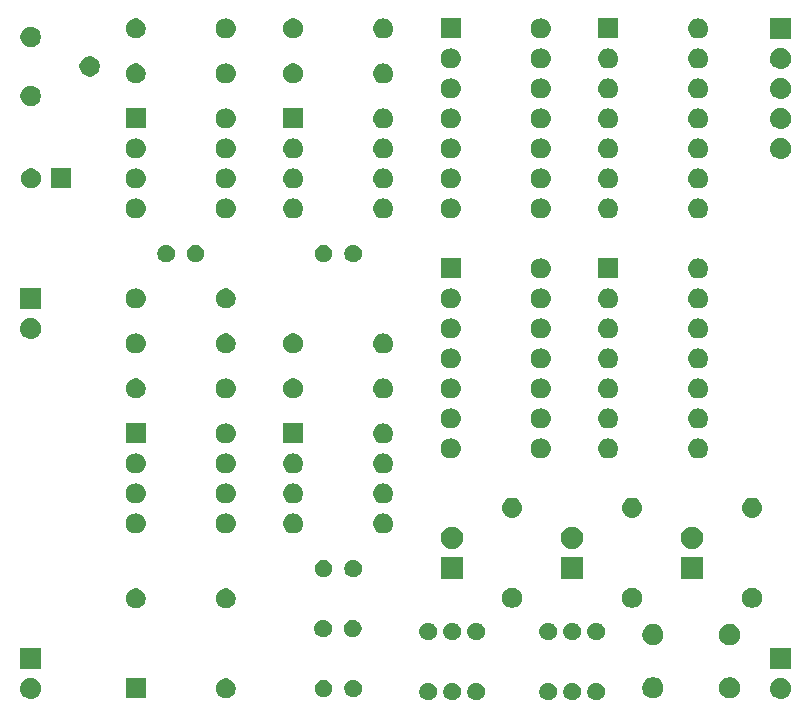
<source format=gts>
G04 #@! TF.GenerationSoftware,KiCad,Pcbnew,5.0.2+dfsg1-1*
G04 #@! TF.CreationDate,2019-08-08T16:48:36+02:00*
G04 #@! TF.ProjectId,Clock,436c6f63-6b2e-46b6-9963-61645f706362,rev?*
G04 #@! TF.SameCoordinates,Original*
G04 #@! TF.FileFunction,Soldermask,Top*
G04 #@! TF.FilePolarity,Negative*
%FSLAX46Y46*%
G04 Gerber Fmt 4.6, Leading zero omitted, Abs format (unit mm)*
G04 Created by KiCad (PCBNEW 5.0.2+dfsg1-1) date do 08 aug 2019 16:48:36 CEST*
%MOMM*%
%LPD*%
G01*
G04 APERTURE LIST*
%ADD10C,0.100000*%
G04 APERTURE END LIST*
D10*
G36*
X86111004Y-79524544D02*
X86198059Y-79541860D01*
X86334732Y-79598472D01*
X86432103Y-79663533D01*
X86457738Y-79680662D01*
X86562338Y-79785262D01*
X86562340Y-79785265D01*
X86644528Y-79908268D01*
X86701140Y-80044941D01*
X86718456Y-80131996D01*
X86730000Y-80190031D01*
X86730000Y-80337969D01*
X86724477Y-80365733D01*
X86701140Y-80483059D01*
X86644528Y-80619732D01*
X86644527Y-80619733D01*
X86562338Y-80742738D01*
X86457738Y-80847338D01*
X86457735Y-80847340D01*
X86334732Y-80929528D01*
X86198059Y-80986140D01*
X86111004Y-81003456D01*
X86052969Y-81015000D01*
X85905031Y-81015000D01*
X85846996Y-81003456D01*
X85759941Y-80986140D01*
X85623268Y-80929528D01*
X85500265Y-80847340D01*
X85500262Y-80847338D01*
X85395662Y-80742738D01*
X85313473Y-80619733D01*
X85313472Y-80619732D01*
X85256860Y-80483059D01*
X85233523Y-80365733D01*
X85228000Y-80337969D01*
X85228000Y-80190031D01*
X85239544Y-80131996D01*
X85256860Y-80044941D01*
X85313472Y-79908268D01*
X85395660Y-79785265D01*
X85395662Y-79785262D01*
X85500262Y-79680662D01*
X85525897Y-79663533D01*
X85623268Y-79598472D01*
X85759941Y-79541860D01*
X85846996Y-79524544D01*
X85905031Y-79513000D01*
X86052969Y-79513000D01*
X86111004Y-79524544D01*
X86111004Y-79524544D01*
G37*
G36*
X84079004Y-79524544D02*
X84166059Y-79541860D01*
X84302732Y-79598472D01*
X84400103Y-79663533D01*
X84425738Y-79680662D01*
X84530338Y-79785262D01*
X84530340Y-79785265D01*
X84612528Y-79908268D01*
X84669140Y-80044941D01*
X84686456Y-80131996D01*
X84698000Y-80190031D01*
X84698000Y-80337969D01*
X84692477Y-80365733D01*
X84669140Y-80483059D01*
X84612528Y-80619732D01*
X84612527Y-80619733D01*
X84530338Y-80742738D01*
X84425738Y-80847338D01*
X84425735Y-80847340D01*
X84302732Y-80929528D01*
X84166059Y-80986140D01*
X84079004Y-81003456D01*
X84020969Y-81015000D01*
X83873031Y-81015000D01*
X83814996Y-81003456D01*
X83727941Y-80986140D01*
X83591268Y-80929528D01*
X83468265Y-80847340D01*
X83468262Y-80847338D01*
X83363662Y-80742738D01*
X83281473Y-80619733D01*
X83281472Y-80619732D01*
X83224860Y-80483059D01*
X83201523Y-80365733D01*
X83196000Y-80337969D01*
X83196000Y-80190031D01*
X83207544Y-80131996D01*
X83224860Y-80044941D01*
X83281472Y-79908268D01*
X83363660Y-79785265D01*
X83363662Y-79785262D01*
X83468262Y-79680662D01*
X83493897Y-79663533D01*
X83591268Y-79598472D01*
X83727941Y-79541860D01*
X83814996Y-79524544D01*
X83873031Y-79513000D01*
X84020969Y-79513000D01*
X84079004Y-79524544D01*
X84079004Y-79524544D01*
G37*
G36*
X71887004Y-79524544D02*
X71974059Y-79541860D01*
X72110732Y-79598472D01*
X72208103Y-79663533D01*
X72233738Y-79680662D01*
X72338338Y-79785262D01*
X72338340Y-79785265D01*
X72420528Y-79908268D01*
X72477140Y-80044941D01*
X72494456Y-80131996D01*
X72506000Y-80190031D01*
X72506000Y-80337969D01*
X72500477Y-80365733D01*
X72477140Y-80483059D01*
X72420528Y-80619732D01*
X72420527Y-80619733D01*
X72338338Y-80742738D01*
X72233738Y-80847338D01*
X72233735Y-80847340D01*
X72110732Y-80929528D01*
X71974059Y-80986140D01*
X71887004Y-81003456D01*
X71828969Y-81015000D01*
X71681031Y-81015000D01*
X71622996Y-81003456D01*
X71535941Y-80986140D01*
X71399268Y-80929528D01*
X71276265Y-80847340D01*
X71276262Y-80847338D01*
X71171662Y-80742738D01*
X71089473Y-80619733D01*
X71089472Y-80619732D01*
X71032860Y-80483059D01*
X71009523Y-80365733D01*
X71004000Y-80337969D01*
X71004000Y-80190031D01*
X71015544Y-80131996D01*
X71032860Y-80044941D01*
X71089472Y-79908268D01*
X71171660Y-79785265D01*
X71171662Y-79785262D01*
X71276262Y-79680662D01*
X71301897Y-79663533D01*
X71399268Y-79598472D01*
X71535941Y-79541860D01*
X71622996Y-79524544D01*
X71681031Y-79513000D01*
X71828969Y-79513000D01*
X71887004Y-79524544D01*
X71887004Y-79524544D01*
G37*
G36*
X73919004Y-79524544D02*
X74006059Y-79541860D01*
X74142732Y-79598472D01*
X74240103Y-79663533D01*
X74265738Y-79680662D01*
X74370338Y-79785262D01*
X74370340Y-79785265D01*
X74452528Y-79908268D01*
X74509140Y-80044941D01*
X74526456Y-80131996D01*
X74538000Y-80190031D01*
X74538000Y-80337969D01*
X74532477Y-80365733D01*
X74509140Y-80483059D01*
X74452528Y-80619732D01*
X74452527Y-80619733D01*
X74370338Y-80742738D01*
X74265738Y-80847338D01*
X74265735Y-80847340D01*
X74142732Y-80929528D01*
X74006059Y-80986140D01*
X73919004Y-81003456D01*
X73860969Y-81015000D01*
X73713031Y-81015000D01*
X73654996Y-81003456D01*
X73567941Y-80986140D01*
X73431268Y-80929528D01*
X73308265Y-80847340D01*
X73308262Y-80847338D01*
X73203662Y-80742738D01*
X73121473Y-80619733D01*
X73121472Y-80619732D01*
X73064860Y-80483059D01*
X73041523Y-80365733D01*
X73036000Y-80337969D01*
X73036000Y-80190031D01*
X73047544Y-80131996D01*
X73064860Y-80044941D01*
X73121472Y-79908268D01*
X73203660Y-79785265D01*
X73203662Y-79785262D01*
X73308262Y-79680662D01*
X73333897Y-79663533D01*
X73431268Y-79598472D01*
X73567941Y-79541860D01*
X73654996Y-79524544D01*
X73713031Y-79513000D01*
X73860969Y-79513000D01*
X73919004Y-79524544D01*
X73919004Y-79524544D01*
G37*
G36*
X82047004Y-79524544D02*
X82134059Y-79541860D01*
X82270732Y-79598472D01*
X82368103Y-79663533D01*
X82393738Y-79680662D01*
X82498338Y-79785262D01*
X82498340Y-79785265D01*
X82580528Y-79908268D01*
X82637140Y-80044941D01*
X82654456Y-80131996D01*
X82666000Y-80190031D01*
X82666000Y-80337969D01*
X82660477Y-80365733D01*
X82637140Y-80483059D01*
X82580528Y-80619732D01*
X82580527Y-80619733D01*
X82498338Y-80742738D01*
X82393738Y-80847338D01*
X82393735Y-80847340D01*
X82270732Y-80929528D01*
X82134059Y-80986140D01*
X82047004Y-81003456D01*
X81988969Y-81015000D01*
X81841031Y-81015000D01*
X81782996Y-81003456D01*
X81695941Y-80986140D01*
X81559268Y-80929528D01*
X81436265Y-80847340D01*
X81436262Y-80847338D01*
X81331662Y-80742738D01*
X81249473Y-80619733D01*
X81249472Y-80619732D01*
X81192860Y-80483059D01*
X81169523Y-80365733D01*
X81164000Y-80337969D01*
X81164000Y-80190031D01*
X81175544Y-80131996D01*
X81192860Y-80044941D01*
X81249472Y-79908268D01*
X81331660Y-79785265D01*
X81331662Y-79785262D01*
X81436262Y-79680662D01*
X81461897Y-79663533D01*
X81559268Y-79598472D01*
X81695941Y-79541860D01*
X81782996Y-79524544D01*
X81841031Y-79513000D01*
X81988969Y-79513000D01*
X82047004Y-79524544D01*
X82047004Y-79524544D01*
G37*
G36*
X75951004Y-79524544D02*
X76038059Y-79541860D01*
X76174732Y-79598472D01*
X76272103Y-79663533D01*
X76297738Y-79680662D01*
X76402338Y-79785262D01*
X76402340Y-79785265D01*
X76484528Y-79908268D01*
X76541140Y-80044941D01*
X76558456Y-80131996D01*
X76570000Y-80190031D01*
X76570000Y-80337969D01*
X76564477Y-80365733D01*
X76541140Y-80483059D01*
X76484528Y-80619732D01*
X76484527Y-80619733D01*
X76402338Y-80742738D01*
X76297738Y-80847338D01*
X76297735Y-80847340D01*
X76174732Y-80929528D01*
X76038059Y-80986140D01*
X75951004Y-81003456D01*
X75892969Y-81015000D01*
X75745031Y-81015000D01*
X75686996Y-81003456D01*
X75599941Y-80986140D01*
X75463268Y-80929528D01*
X75340265Y-80847340D01*
X75340262Y-80847338D01*
X75235662Y-80742738D01*
X75153473Y-80619733D01*
X75153472Y-80619732D01*
X75096860Y-80483059D01*
X75073523Y-80365733D01*
X75068000Y-80337969D01*
X75068000Y-80190031D01*
X75079544Y-80131996D01*
X75096860Y-80044941D01*
X75153472Y-79908268D01*
X75235660Y-79785265D01*
X75235662Y-79785262D01*
X75340262Y-79680662D01*
X75365897Y-79663533D01*
X75463268Y-79598472D01*
X75599941Y-79541860D01*
X75686996Y-79524544D01*
X75745031Y-79513000D01*
X75892969Y-79513000D01*
X75951004Y-79524544D01*
X75951004Y-79524544D01*
G37*
G36*
X38210443Y-79115519D02*
X38276627Y-79122037D01*
X38381810Y-79153944D01*
X38446467Y-79173557D01*
X38585087Y-79247652D01*
X38602991Y-79257222D01*
X38605157Y-79259000D01*
X38740186Y-79369814D01*
X38820369Y-79467519D01*
X38852778Y-79507009D01*
X38852779Y-79507011D01*
X38936443Y-79663533D01*
X38953616Y-79720147D01*
X38987963Y-79833373D01*
X39005359Y-80010000D01*
X38987963Y-80186627D01*
X38975092Y-80229056D01*
X38936443Y-80356467D01*
X38868779Y-80483056D01*
X38852778Y-80512991D01*
X38841483Y-80526754D01*
X38740186Y-80650186D01*
X38640323Y-80732140D01*
X38602991Y-80762778D01*
X38602989Y-80762779D01*
X38446467Y-80846443D01*
X38423532Y-80853400D01*
X38276627Y-80897963D01*
X38210442Y-80904482D01*
X38144260Y-80911000D01*
X38055740Y-80911000D01*
X37989558Y-80904482D01*
X37923373Y-80897963D01*
X37776468Y-80853400D01*
X37753533Y-80846443D01*
X37597011Y-80762779D01*
X37597009Y-80762778D01*
X37559677Y-80732140D01*
X37459814Y-80650186D01*
X37358517Y-80526754D01*
X37347222Y-80512991D01*
X37331221Y-80483056D01*
X37263557Y-80356467D01*
X37224908Y-80229056D01*
X37212037Y-80186627D01*
X37194641Y-80010000D01*
X37212037Y-79833373D01*
X37246384Y-79720147D01*
X37263557Y-79663533D01*
X37347221Y-79507011D01*
X37347222Y-79507009D01*
X37379631Y-79467519D01*
X37459814Y-79369814D01*
X37594843Y-79259000D01*
X37597009Y-79257222D01*
X37614913Y-79247652D01*
X37753533Y-79173557D01*
X37818190Y-79153944D01*
X37923373Y-79122037D01*
X37989557Y-79115519D01*
X38055740Y-79109000D01*
X38144260Y-79109000D01*
X38210443Y-79115519D01*
X38210443Y-79115519D01*
G37*
G36*
X101710443Y-79115519D02*
X101776627Y-79122037D01*
X101881810Y-79153944D01*
X101946467Y-79173557D01*
X102085087Y-79247652D01*
X102102991Y-79257222D01*
X102105157Y-79259000D01*
X102240186Y-79369814D01*
X102320369Y-79467519D01*
X102352778Y-79507009D01*
X102352779Y-79507011D01*
X102436443Y-79663533D01*
X102453616Y-79720147D01*
X102487963Y-79833373D01*
X102505359Y-80010000D01*
X102487963Y-80186627D01*
X102475092Y-80229056D01*
X102436443Y-80356467D01*
X102368779Y-80483056D01*
X102352778Y-80512991D01*
X102341483Y-80526754D01*
X102240186Y-80650186D01*
X102140323Y-80732140D01*
X102102991Y-80762778D01*
X102102989Y-80762779D01*
X101946467Y-80846443D01*
X101923532Y-80853400D01*
X101776627Y-80897963D01*
X101710442Y-80904482D01*
X101644260Y-80911000D01*
X101555740Y-80911000D01*
X101489558Y-80904482D01*
X101423373Y-80897963D01*
X101276468Y-80853400D01*
X101253533Y-80846443D01*
X101097011Y-80762779D01*
X101097009Y-80762778D01*
X101059677Y-80732140D01*
X100959814Y-80650186D01*
X100858517Y-80526754D01*
X100847222Y-80512991D01*
X100831221Y-80483056D01*
X100763557Y-80356467D01*
X100724908Y-80229056D01*
X100712037Y-80186627D01*
X100694641Y-80010000D01*
X100712037Y-79833373D01*
X100746384Y-79720147D01*
X100763557Y-79663533D01*
X100847221Y-79507011D01*
X100847222Y-79507009D01*
X100879631Y-79467519D01*
X100959814Y-79369814D01*
X101094843Y-79259000D01*
X101097009Y-79257222D01*
X101114913Y-79247652D01*
X101253533Y-79173557D01*
X101318190Y-79153944D01*
X101423373Y-79122037D01*
X101489557Y-79115519D01*
X101555740Y-79109000D01*
X101644260Y-79109000D01*
X101710443Y-79115519D01*
X101710443Y-79115519D01*
G37*
G36*
X54858228Y-79191703D02*
X55013100Y-79255853D01*
X55152481Y-79348985D01*
X55271015Y-79467519D01*
X55364147Y-79606900D01*
X55428297Y-79761772D01*
X55461000Y-79926184D01*
X55461000Y-80093816D01*
X55428297Y-80258228D01*
X55364147Y-80413100D01*
X55271015Y-80552481D01*
X55152481Y-80671015D01*
X55013100Y-80764147D01*
X54858228Y-80828297D01*
X54693816Y-80861000D01*
X54526184Y-80861000D01*
X54361772Y-80828297D01*
X54206900Y-80764147D01*
X54067519Y-80671015D01*
X53948985Y-80552481D01*
X53855853Y-80413100D01*
X53791703Y-80258228D01*
X53759000Y-80093816D01*
X53759000Y-79926184D01*
X53791703Y-79761772D01*
X53855853Y-79606900D01*
X53948985Y-79467519D01*
X54067519Y-79348985D01*
X54206900Y-79255853D01*
X54361772Y-79191703D01*
X54526184Y-79159000D01*
X54693816Y-79159000D01*
X54858228Y-79191703D01*
X54858228Y-79191703D01*
G37*
G36*
X47841000Y-80861000D02*
X46139000Y-80861000D01*
X46139000Y-79159000D01*
X47841000Y-79159000D01*
X47841000Y-80861000D01*
X47841000Y-80861000D01*
G37*
G36*
X91040212Y-79086024D02*
X91204184Y-79153944D01*
X91351754Y-79252547D01*
X91477253Y-79378046D01*
X91575856Y-79525616D01*
X91643776Y-79689588D01*
X91678400Y-79863659D01*
X91678400Y-80041141D01*
X91643776Y-80215212D01*
X91575856Y-80379184D01*
X91477253Y-80526754D01*
X91351754Y-80652253D01*
X91204184Y-80750856D01*
X91040212Y-80818776D01*
X90866141Y-80853400D01*
X90688659Y-80853400D01*
X90514588Y-80818776D01*
X90350616Y-80750856D01*
X90203046Y-80652253D01*
X90077547Y-80526754D01*
X89978944Y-80379184D01*
X89911024Y-80215212D01*
X89876400Y-80041141D01*
X89876400Y-79863659D01*
X89911024Y-79689588D01*
X89978944Y-79525616D01*
X90077547Y-79378046D01*
X90203046Y-79252547D01*
X90350616Y-79153944D01*
X90514588Y-79086024D01*
X90688659Y-79051400D01*
X90866141Y-79051400D01*
X91040212Y-79086024D01*
X91040212Y-79086024D01*
G37*
G36*
X97540212Y-79086024D02*
X97704184Y-79153944D01*
X97851754Y-79252547D01*
X97977253Y-79378046D01*
X98075856Y-79525616D01*
X98143776Y-79689588D01*
X98178400Y-79863659D01*
X98178400Y-80041141D01*
X98143776Y-80215212D01*
X98075856Y-80379184D01*
X97977253Y-80526754D01*
X97851754Y-80652253D01*
X97704184Y-80750856D01*
X97540212Y-80818776D01*
X97366141Y-80853400D01*
X97188659Y-80853400D01*
X97014588Y-80818776D01*
X96850616Y-80750856D01*
X96703046Y-80652253D01*
X96577547Y-80526754D01*
X96478944Y-80379184D01*
X96411024Y-80215212D01*
X96376400Y-80041141D01*
X96376400Y-79863659D01*
X96411024Y-79689588D01*
X96478944Y-79525616D01*
X96577547Y-79378046D01*
X96703046Y-79252547D01*
X96850616Y-79153944D01*
X97014588Y-79086024D01*
X97188659Y-79051400D01*
X97366141Y-79051400D01*
X97540212Y-79086024D01*
X97540212Y-79086024D01*
G37*
G36*
X65537004Y-79270544D02*
X65624059Y-79287860D01*
X65760732Y-79344472D01*
X65810979Y-79378046D01*
X65883738Y-79426662D01*
X65988338Y-79531262D01*
X65988340Y-79531265D01*
X66070528Y-79654268D01*
X66127140Y-79790941D01*
X66135580Y-79833373D01*
X66150478Y-79908268D01*
X66156000Y-79936033D01*
X66156000Y-80083967D01*
X66127140Y-80229059D01*
X66070528Y-80365732D01*
X66038878Y-80413100D01*
X65988338Y-80488738D01*
X65883738Y-80593338D01*
X65883735Y-80593340D01*
X65760732Y-80675528D01*
X65624059Y-80732140D01*
X65537004Y-80749456D01*
X65478969Y-80761000D01*
X65331031Y-80761000D01*
X65272996Y-80749456D01*
X65185941Y-80732140D01*
X65049268Y-80675528D01*
X64926265Y-80593340D01*
X64926262Y-80593338D01*
X64821662Y-80488738D01*
X64771122Y-80413100D01*
X64739472Y-80365732D01*
X64682860Y-80229059D01*
X64654000Y-80083967D01*
X64654000Y-79936033D01*
X64659523Y-79908268D01*
X64674420Y-79833373D01*
X64682860Y-79790941D01*
X64739472Y-79654268D01*
X64821660Y-79531265D01*
X64821662Y-79531262D01*
X64926262Y-79426662D01*
X64999021Y-79378046D01*
X65049268Y-79344472D01*
X65185941Y-79287860D01*
X65272996Y-79270544D01*
X65331031Y-79259000D01*
X65478969Y-79259000D01*
X65537004Y-79270544D01*
X65537004Y-79270544D01*
G37*
G36*
X63037004Y-79270544D02*
X63124059Y-79287860D01*
X63260732Y-79344472D01*
X63310979Y-79378046D01*
X63383738Y-79426662D01*
X63488338Y-79531262D01*
X63488340Y-79531265D01*
X63570528Y-79654268D01*
X63627140Y-79790941D01*
X63635580Y-79833373D01*
X63650478Y-79908268D01*
X63656000Y-79936033D01*
X63656000Y-80083967D01*
X63627140Y-80229059D01*
X63570528Y-80365732D01*
X63538878Y-80413100D01*
X63488338Y-80488738D01*
X63383738Y-80593338D01*
X63383735Y-80593340D01*
X63260732Y-80675528D01*
X63124059Y-80732140D01*
X63037004Y-80749456D01*
X62978969Y-80761000D01*
X62831031Y-80761000D01*
X62772996Y-80749456D01*
X62685941Y-80732140D01*
X62549268Y-80675528D01*
X62426265Y-80593340D01*
X62426262Y-80593338D01*
X62321662Y-80488738D01*
X62271122Y-80413100D01*
X62239472Y-80365732D01*
X62182860Y-80229059D01*
X62154000Y-80083967D01*
X62154000Y-79936033D01*
X62159523Y-79908268D01*
X62174420Y-79833373D01*
X62182860Y-79790941D01*
X62239472Y-79654268D01*
X62321660Y-79531265D01*
X62321662Y-79531262D01*
X62426262Y-79426662D01*
X62499021Y-79378046D01*
X62549268Y-79344472D01*
X62685941Y-79287860D01*
X62772996Y-79270544D01*
X62831031Y-79259000D01*
X62978969Y-79259000D01*
X63037004Y-79270544D01*
X63037004Y-79270544D01*
G37*
G36*
X39001000Y-78371000D02*
X37199000Y-78371000D01*
X37199000Y-76569000D01*
X39001000Y-76569000D01*
X39001000Y-78371000D01*
X39001000Y-78371000D01*
G37*
G36*
X102501000Y-78371000D02*
X100699000Y-78371000D01*
X100699000Y-76569000D01*
X102501000Y-76569000D01*
X102501000Y-78371000D01*
X102501000Y-78371000D01*
G37*
G36*
X97540212Y-74586024D02*
X97704184Y-74653944D01*
X97851754Y-74752547D01*
X97977253Y-74878046D01*
X98075856Y-75025616D01*
X98143776Y-75189588D01*
X98178400Y-75363659D01*
X98178400Y-75541141D01*
X98143776Y-75715212D01*
X98075856Y-75879184D01*
X97977253Y-76026754D01*
X97851754Y-76152253D01*
X97704184Y-76250856D01*
X97540212Y-76318776D01*
X97366141Y-76353400D01*
X97188659Y-76353400D01*
X97014588Y-76318776D01*
X96850616Y-76250856D01*
X96703046Y-76152253D01*
X96577547Y-76026754D01*
X96478944Y-75879184D01*
X96411024Y-75715212D01*
X96376400Y-75541141D01*
X96376400Y-75363659D01*
X96411024Y-75189588D01*
X96478944Y-75025616D01*
X96577547Y-74878046D01*
X96703046Y-74752547D01*
X96850616Y-74653944D01*
X97014588Y-74586024D01*
X97188659Y-74551400D01*
X97366141Y-74551400D01*
X97540212Y-74586024D01*
X97540212Y-74586024D01*
G37*
G36*
X91040212Y-74586024D02*
X91204184Y-74653944D01*
X91351754Y-74752547D01*
X91477253Y-74878046D01*
X91575856Y-75025616D01*
X91643776Y-75189588D01*
X91678400Y-75363659D01*
X91678400Y-75541141D01*
X91643776Y-75715212D01*
X91575856Y-75879184D01*
X91477253Y-76026754D01*
X91351754Y-76152253D01*
X91204184Y-76250856D01*
X91040212Y-76318776D01*
X90866141Y-76353400D01*
X90688659Y-76353400D01*
X90514588Y-76318776D01*
X90350616Y-76250856D01*
X90203046Y-76152253D01*
X90077547Y-76026754D01*
X89978944Y-75879184D01*
X89911024Y-75715212D01*
X89876400Y-75541141D01*
X89876400Y-75363659D01*
X89911024Y-75189588D01*
X89978944Y-75025616D01*
X90077547Y-74878046D01*
X90203046Y-74752547D01*
X90350616Y-74653944D01*
X90514588Y-74586024D01*
X90688659Y-74551400D01*
X90866141Y-74551400D01*
X91040212Y-74586024D01*
X91040212Y-74586024D01*
G37*
G36*
X75951004Y-74444544D02*
X76038059Y-74461860D01*
X76174732Y-74518472D01*
X76275831Y-74586024D01*
X76297738Y-74600662D01*
X76402338Y-74705262D01*
X76402340Y-74705265D01*
X76484528Y-74828268D01*
X76541140Y-74964941D01*
X76548903Y-75003969D01*
X76570000Y-75110031D01*
X76570000Y-75257969D01*
X76564477Y-75285733D01*
X76541140Y-75403059D01*
X76484528Y-75539732D01*
X76447247Y-75595527D01*
X76402338Y-75662738D01*
X76297738Y-75767338D01*
X76297735Y-75767340D01*
X76174732Y-75849528D01*
X76038059Y-75906140D01*
X75951004Y-75923456D01*
X75892969Y-75935000D01*
X75745031Y-75935000D01*
X75686996Y-75923456D01*
X75599941Y-75906140D01*
X75463268Y-75849528D01*
X75340265Y-75767340D01*
X75340262Y-75767338D01*
X75235662Y-75662738D01*
X75190753Y-75595527D01*
X75153472Y-75539732D01*
X75096860Y-75403059D01*
X75073523Y-75285733D01*
X75068000Y-75257969D01*
X75068000Y-75110031D01*
X75089097Y-75003969D01*
X75096860Y-74964941D01*
X75153472Y-74828268D01*
X75235660Y-74705265D01*
X75235662Y-74705262D01*
X75340262Y-74600662D01*
X75362169Y-74586024D01*
X75463268Y-74518472D01*
X75599941Y-74461860D01*
X75686996Y-74444544D01*
X75745031Y-74433000D01*
X75892969Y-74433000D01*
X75951004Y-74444544D01*
X75951004Y-74444544D01*
G37*
G36*
X71887004Y-74444544D02*
X71974059Y-74461860D01*
X72110732Y-74518472D01*
X72211831Y-74586024D01*
X72233738Y-74600662D01*
X72338338Y-74705262D01*
X72338340Y-74705265D01*
X72420528Y-74828268D01*
X72477140Y-74964941D01*
X72484903Y-75003969D01*
X72506000Y-75110031D01*
X72506000Y-75257969D01*
X72500477Y-75285733D01*
X72477140Y-75403059D01*
X72420528Y-75539732D01*
X72383247Y-75595527D01*
X72338338Y-75662738D01*
X72233738Y-75767338D01*
X72233735Y-75767340D01*
X72110732Y-75849528D01*
X71974059Y-75906140D01*
X71887004Y-75923456D01*
X71828969Y-75935000D01*
X71681031Y-75935000D01*
X71622996Y-75923456D01*
X71535941Y-75906140D01*
X71399268Y-75849528D01*
X71276265Y-75767340D01*
X71276262Y-75767338D01*
X71171662Y-75662738D01*
X71126753Y-75595527D01*
X71089472Y-75539732D01*
X71032860Y-75403059D01*
X71009523Y-75285733D01*
X71004000Y-75257969D01*
X71004000Y-75110031D01*
X71025097Y-75003969D01*
X71032860Y-74964941D01*
X71089472Y-74828268D01*
X71171660Y-74705265D01*
X71171662Y-74705262D01*
X71276262Y-74600662D01*
X71298169Y-74586024D01*
X71399268Y-74518472D01*
X71535941Y-74461860D01*
X71622996Y-74444544D01*
X71681031Y-74433000D01*
X71828969Y-74433000D01*
X71887004Y-74444544D01*
X71887004Y-74444544D01*
G37*
G36*
X82047004Y-74444544D02*
X82134059Y-74461860D01*
X82270732Y-74518472D01*
X82371831Y-74586024D01*
X82393738Y-74600662D01*
X82498338Y-74705262D01*
X82498340Y-74705265D01*
X82580528Y-74828268D01*
X82637140Y-74964941D01*
X82644903Y-75003969D01*
X82666000Y-75110031D01*
X82666000Y-75257969D01*
X82660477Y-75285733D01*
X82637140Y-75403059D01*
X82580528Y-75539732D01*
X82543247Y-75595527D01*
X82498338Y-75662738D01*
X82393738Y-75767338D01*
X82393735Y-75767340D01*
X82270732Y-75849528D01*
X82134059Y-75906140D01*
X82047004Y-75923456D01*
X81988969Y-75935000D01*
X81841031Y-75935000D01*
X81782996Y-75923456D01*
X81695941Y-75906140D01*
X81559268Y-75849528D01*
X81436265Y-75767340D01*
X81436262Y-75767338D01*
X81331662Y-75662738D01*
X81286753Y-75595527D01*
X81249472Y-75539732D01*
X81192860Y-75403059D01*
X81169523Y-75285733D01*
X81164000Y-75257969D01*
X81164000Y-75110031D01*
X81185097Y-75003969D01*
X81192860Y-74964941D01*
X81249472Y-74828268D01*
X81331660Y-74705265D01*
X81331662Y-74705262D01*
X81436262Y-74600662D01*
X81458169Y-74586024D01*
X81559268Y-74518472D01*
X81695941Y-74461860D01*
X81782996Y-74444544D01*
X81841031Y-74433000D01*
X81988969Y-74433000D01*
X82047004Y-74444544D01*
X82047004Y-74444544D01*
G37*
G36*
X84079004Y-74444544D02*
X84166059Y-74461860D01*
X84302732Y-74518472D01*
X84403831Y-74586024D01*
X84425738Y-74600662D01*
X84530338Y-74705262D01*
X84530340Y-74705265D01*
X84612528Y-74828268D01*
X84669140Y-74964941D01*
X84676903Y-75003969D01*
X84698000Y-75110031D01*
X84698000Y-75257969D01*
X84692477Y-75285733D01*
X84669140Y-75403059D01*
X84612528Y-75539732D01*
X84575247Y-75595527D01*
X84530338Y-75662738D01*
X84425738Y-75767338D01*
X84425735Y-75767340D01*
X84302732Y-75849528D01*
X84166059Y-75906140D01*
X84079004Y-75923456D01*
X84020969Y-75935000D01*
X83873031Y-75935000D01*
X83814996Y-75923456D01*
X83727941Y-75906140D01*
X83591268Y-75849528D01*
X83468265Y-75767340D01*
X83468262Y-75767338D01*
X83363662Y-75662738D01*
X83318753Y-75595527D01*
X83281472Y-75539732D01*
X83224860Y-75403059D01*
X83201523Y-75285733D01*
X83196000Y-75257969D01*
X83196000Y-75110031D01*
X83217097Y-75003969D01*
X83224860Y-74964941D01*
X83281472Y-74828268D01*
X83363660Y-74705265D01*
X83363662Y-74705262D01*
X83468262Y-74600662D01*
X83490169Y-74586024D01*
X83591268Y-74518472D01*
X83727941Y-74461860D01*
X83814996Y-74444544D01*
X83873031Y-74433000D01*
X84020969Y-74433000D01*
X84079004Y-74444544D01*
X84079004Y-74444544D01*
G37*
G36*
X86111004Y-74444544D02*
X86198059Y-74461860D01*
X86334732Y-74518472D01*
X86435831Y-74586024D01*
X86457738Y-74600662D01*
X86562338Y-74705262D01*
X86562340Y-74705265D01*
X86644528Y-74828268D01*
X86701140Y-74964941D01*
X86708903Y-75003969D01*
X86730000Y-75110031D01*
X86730000Y-75257969D01*
X86724477Y-75285733D01*
X86701140Y-75403059D01*
X86644528Y-75539732D01*
X86607247Y-75595527D01*
X86562338Y-75662738D01*
X86457738Y-75767338D01*
X86457735Y-75767340D01*
X86334732Y-75849528D01*
X86198059Y-75906140D01*
X86111004Y-75923456D01*
X86052969Y-75935000D01*
X85905031Y-75935000D01*
X85846996Y-75923456D01*
X85759941Y-75906140D01*
X85623268Y-75849528D01*
X85500265Y-75767340D01*
X85500262Y-75767338D01*
X85395662Y-75662738D01*
X85350753Y-75595527D01*
X85313472Y-75539732D01*
X85256860Y-75403059D01*
X85233523Y-75285733D01*
X85228000Y-75257969D01*
X85228000Y-75110031D01*
X85249097Y-75003969D01*
X85256860Y-74964941D01*
X85313472Y-74828268D01*
X85395660Y-74705265D01*
X85395662Y-74705262D01*
X85500262Y-74600662D01*
X85522169Y-74586024D01*
X85623268Y-74518472D01*
X85759941Y-74461860D01*
X85846996Y-74444544D01*
X85905031Y-74433000D01*
X86052969Y-74433000D01*
X86111004Y-74444544D01*
X86111004Y-74444544D01*
G37*
G36*
X73919004Y-74444544D02*
X74006059Y-74461860D01*
X74142732Y-74518472D01*
X74243831Y-74586024D01*
X74265738Y-74600662D01*
X74370338Y-74705262D01*
X74370340Y-74705265D01*
X74452528Y-74828268D01*
X74509140Y-74964941D01*
X74516903Y-75003969D01*
X74538000Y-75110031D01*
X74538000Y-75257969D01*
X74532477Y-75285733D01*
X74509140Y-75403059D01*
X74452528Y-75539732D01*
X74415247Y-75595527D01*
X74370338Y-75662738D01*
X74265738Y-75767338D01*
X74265735Y-75767340D01*
X74142732Y-75849528D01*
X74006059Y-75906140D01*
X73919004Y-75923456D01*
X73860969Y-75935000D01*
X73713031Y-75935000D01*
X73654996Y-75923456D01*
X73567941Y-75906140D01*
X73431268Y-75849528D01*
X73308265Y-75767340D01*
X73308262Y-75767338D01*
X73203662Y-75662738D01*
X73158753Y-75595527D01*
X73121472Y-75539732D01*
X73064860Y-75403059D01*
X73041523Y-75285733D01*
X73036000Y-75257969D01*
X73036000Y-75110031D01*
X73057097Y-75003969D01*
X73064860Y-74964941D01*
X73121472Y-74828268D01*
X73203660Y-74705265D01*
X73203662Y-74705262D01*
X73308262Y-74600662D01*
X73330169Y-74586024D01*
X73431268Y-74518472D01*
X73567941Y-74461860D01*
X73654996Y-74444544D01*
X73713031Y-74433000D01*
X73860969Y-74433000D01*
X73919004Y-74444544D01*
X73919004Y-74444544D01*
G37*
G36*
X62997004Y-74190544D02*
X63084059Y-74207860D01*
X63220732Y-74264472D01*
X63220733Y-74264473D01*
X63343738Y-74346662D01*
X63448338Y-74451262D01*
X63448340Y-74451265D01*
X63530528Y-74574268D01*
X63587140Y-74710941D01*
X63595416Y-74752550D01*
X63616000Y-74856031D01*
X63616000Y-75003969D01*
X63604456Y-75062004D01*
X63587140Y-75149059D01*
X63530528Y-75285732D01*
X63530527Y-75285733D01*
X63448338Y-75408738D01*
X63343738Y-75513338D01*
X63343735Y-75513340D01*
X63220732Y-75595528D01*
X63084059Y-75652140D01*
X62997004Y-75669456D01*
X62938969Y-75681000D01*
X62791031Y-75681000D01*
X62732996Y-75669456D01*
X62645941Y-75652140D01*
X62509268Y-75595528D01*
X62386265Y-75513340D01*
X62386262Y-75513338D01*
X62281662Y-75408738D01*
X62199473Y-75285733D01*
X62199472Y-75285732D01*
X62142860Y-75149059D01*
X62125544Y-75062004D01*
X62114000Y-75003969D01*
X62114000Y-74856031D01*
X62134584Y-74752550D01*
X62142860Y-74710941D01*
X62199472Y-74574268D01*
X62281660Y-74451265D01*
X62281662Y-74451262D01*
X62386262Y-74346662D01*
X62509267Y-74264473D01*
X62509268Y-74264472D01*
X62645941Y-74207860D01*
X62732996Y-74190544D01*
X62791031Y-74179000D01*
X62938969Y-74179000D01*
X62997004Y-74190544D01*
X62997004Y-74190544D01*
G37*
G36*
X65497004Y-74190544D02*
X65584059Y-74207860D01*
X65720732Y-74264472D01*
X65720733Y-74264473D01*
X65843738Y-74346662D01*
X65948338Y-74451262D01*
X65948340Y-74451265D01*
X66030528Y-74574268D01*
X66087140Y-74710941D01*
X66095416Y-74752550D01*
X66116000Y-74856031D01*
X66116000Y-75003969D01*
X66104456Y-75062004D01*
X66087140Y-75149059D01*
X66030528Y-75285732D01*
X66030527Y-75285733D01*
X65948338Y-75408738D01*
X65843738Y-75513338D01*
X65843735Y-75513340D01*
X65720732Y-75595528D01*
X65584059Y-75652140D01*
X65497004Y-75669456D01*
X65438969Y-75681000D01*
X65291031Y-75681000D01*
X65232996Y-75669456D01*
X65145941Y-75652140D01*
X65009268Y-75595528D01*
X64886265Y-75513340D01*
X64886262Y-75513338D01*
X64781662Y-75408738D01*
X64699473Y-75285733D01*
X64699472Y-75285732D01*
X64642860Y-75149059D01*
X64625544Y-75062004D01*
X64614000Y-75003969D01*
X64614000Y-74856031D01*
X64634584Y-74752550D01*
X64642860Y-74710941D01*
X64699472Y-74574268D01*
X64781660Y-74451265D01*
X64781662Y-74451262D01*
X64886262Y-74346662D01*
X65009267Y-74264473D01*
X65009268Y-74264472D01*
X65145941Y-74207860D01*
X65232996Y-74190544D01*
X65291031Y-74179000D01*
X65438969Y-74179000D01*
X65497004Y-74190544D01*
X65497004Y-74190544D01*
G37*
G36*
X54858228Y-71571703D02*
X55013100Y-71635853D01*
X55152481Y-71728985D01*
X55271015Y-71847519D01*
X55364147Y-71986900D01*
X55428297Y-72141772D01*
X55461000Y-72306184D01*
X55461000Y-72473816D01*
X55428297Y-72638228D01*
X55364147Y-72793100D01*
X55271015Y-72932481D01*
X55152481Y-73051015D01*
X55013100Y-73144147D01*
X54858228Y-73208297D01*
X54693816Y-73241000D01*
X54526184Y-73241000D01*
X54361772Y-73208297D01*
X54206900Y-73144147D01*
X54067519Y-73051015D01*
X53948985Y-72932481D01*
X53855853Y-72793100D01*
X53791703Y-72638228D01*
X53759000Y-72473816D01*
X53759000Y-72306184D01*
X53791703Y-72141772D01*
X53855853Y-71986900D01*
X53948985Y-71847519D01*
X54067519Y-71728985D01*
X54206900Y-71635853D01*
X54361772Y-71571703D01*
X54526184Y-71539000D01*
X54693816Y-71539000D01*
X54858228Y-71571703D01*
X54858228Y-71571703D01*
G37*
G36*
X47238228Y-71571703D02*
X47393100Y-71635853D01*
X47532481Y-71728985D01*
X47651015Y-71847519D01*
X47744147Y-71986900D01*
X47808297Y-72141772D01*
X47841000Y-72306184D01*
X47841000Y-72473816D01*
X47808297Y-72638228D01*
X47744147Y-72793100D01*
X47651015Y-72932481D01*
X47532481Y-73051015D01*
X47393100Y-73144147D01*
X47238228Y-73208297D01*
X47073816Y-73241000D01*
X46906184Y-73241000D01*
X46741772Y-73208297D01*
X46586900Y-73144147D01*
X46447519Y-73051015D01*
X46328985Y-72932481D01*
X46235853Y-72793100D01*
X46171703Y-72638228D01*
X46139000Y-72473816D01*
X46139000Y-72306184D01*
X46171703Y-72141772D01*
X46235853Y-71986900D01*
X46328985Y-71847519D01*
X46447519Y-71728985D01*
X46586900Y-71635853D01*
X46741772Y-71571703D01*
X46906184Y-71539000D01*
X47073816Y-71539000D01*
X47238228Y-71571703D01*
X47238228Y-71571703D01*
G37*
G36*
X79110628Y-71514103D02*
X79265500Y-71578253D01*
X79404881Y-71671385D01*
X79523415Y-71789919D01*
X79616547Y-71929300D01*
X79680697Y-72084172D01*
X79713400Y-72248584D01*
X79713400Y-72416216D01*
X79680697Y-72580628D01*
X79616547Y-72735500D01*
X79523415Y-72874881D01*
X79404881Y-72993415D01*
X79265500Y-73086547D01*
X79110628Y-73150697D01*
X78946216Y-73183400D01*
X78778584Y-73183400D01*
X78614172Y-73150697D01*
X78459300Y-73086547D01*
X78319919Y-72993415D01*
X78201385Y-72874881D01*
X78108253Y-72735500D01*
X78044103Y-72580628D01*
X78011400Y-72416216D01*
X78011400Y-72248584D01*
X78044103Y-72084172D01*
X78108253Y-71929300D01*
X78201385Y-71789919D01*
X78319919Y-71671385D01*
X78459300Y-71578253D01*
X78614172Y-71514103D01*
X78778584Y-71481400D01*
X78946216Y-71481400D01*
X79110628Y-71514103D01*
X79110628Y-71514103D01*
G37*
G36*
X89270628Y-71514103D02*
X89425500Y-71578253D01*
X89564881Y-71671385D01*
X89683415Y-71789919D01*
X89776547Y-71929300D01*
X89840697Y-72084172D01*
X89873400Y-72248584D01*
X89873400Y-72416216D01*
X89840697Y-72580628D01*
X89776547Y-72735500D01*
X89683415Y-72874881D01*
X89564881Y-72993415D01*
X89425500Y-73086547D01*
X89270628Y-73150697D01*
X89106216Y-73183400D01*
X88938584Y-73183400D01*
X88774172Y-73150697D01*
X88619300Y-73086547D01*
X88479919Y-72993415D01*
X88361385Y-72874881D01*
X88268253Y-72735500D01*
X88204103Y-72580628D01*
X88171400Y-72416216D01*
X88171400Y-72248584D01*
X88204103Y-72084172D01*
X88268253Y-71929300D01*
X88361385Y-71789919D01*
X88479919Y-71671385D01*
X88619300Y-71578253D01*
X88774172Y-71514103D01*
X88938584Y-71481400D01*
X89106216Y-71481400D01*
X89270628Y-71514103D01*
X89270628Y-71514103D01*
G37*
G36*
X99430628Y-71514103D02*
X99585500Y-71578253D01*
X99724881Y-71671385D01*
X99843415Y-71789919D01*
X99936547Y-71929300D01*
X100000697Y-72084172D01*
X100033400Y-72248584D01*
X100033400Y-72416216D01*
X100000697Y-72580628D01*
X99936547Y-72735500D01*
X99843415Y-72874881D01*
X99724881Y-72993415D01*
X99585500Y-73086547D01*
X99430628Y-73150697D01*
X99266216Y-73183400D01*
X99098584Y-73183400D01*
X98934172Y-73150697D01*
X98779300Y-73086547D01*
X98639919Y-72993415D01*
X98521385Y-72874881D01*
X98428253Y-72735500D01*
X98364103Y-72580628D01*
X98331400Y-72416216D01*
X98331400Y-72248584D01*
X98364103Y-72084172D01*
X98428253Y-71929300D01*
X98521385Y-71789919D01*
X98639919Y-71671385D01*
X98779300Y-71578253D01*
X98934172Y-71514103D01*
X99098584Y-71481400D01*
X99266216Y-71481400D01*
X99430628Y-71514103D01*
X99430628Y-71514103D01*
G37*
G36*
X74733400Y-70743400D02*
X72831400Y-70743400D01*
X72831400Y-68841400D01*
X74733400Y-68841400D01*
X74733400Y-70743400D01*
X74733400Y-70743400D01*
G37*
G36*
X95053400Y-70743400D02*
X93151400Y-70743400D01*
X93151400Y-68841400D01*
X95053400Y-68841400D01*
X95053400Y-70743400D01*
X95053400Y-70743400D01*
G37*
G36*
X84893400Y-70743400D02*
X82991400Y-70743400D01*
X82991400Y-68841400D01*
X84893400Y-68841400D01*
X84893400Y-70743400D01*
X84893400Y-70743400D01*
G37*
G36*
X65537004Y-69110544D02*
X65624059Y-69127860D01*
X65760732Y-69184472D01*
X65760733Y-69184473D01*
X65883738Y-69266662D01*
X65988338Y-69371262D01*
X65988340Y-69371265D01*
X66070528Y-69494268D01*
X66127140Y-69630941D01*
X66156000Y-69776033D01*
X66156000Y-69923967D01*
X66127140Y-70069059D01*
X66070528Y-70205732D01*
X66070527Y-70205733D01*
X65988338Y-70328738D01*
X65883738Y-70433338D01*
X65883735Y-70433340D01*
X65760732Y-70515528D01*
X65624059Y-70572140D01*
X65537004Y-70589456D01*
X65478969Y-70601000D01*
X65331031Y-70601000D01*
X65272996Y-70589456D01*
X65185941Y-70572140D01*
X65049268Y-70515528D01*
X64926265Y-70433340D01*
X64926262Y-70433338D01*
X64821662Y-70328738D01*
X64739473Y-70205733D01*
X64739472Y-70205732D01*
X64682860Y-70069059D01*
X64654000Y-69923967D01*
X64654000Y-69776033D01*
X64682860Y-69630941D01*
X64739472Y-69494268D01*
X64821660Y-69371265D01*
X64821662Y-69371262D01*
X64926262Y-69266662D01*
X65049267Y-69184473D01*
X65049268Y-69184472D01*
X65185941Y-69127860D01*
X65272996Y-69110544D01*
X65331031Y-69099000D01*
X65478969Y-69099000D01*
X65537004Y-69110544D01*
X65537004Y-69110544D01*
G37*
G36*
X63037004Y-69110544D02*
X63124059Y-69127860D01*
X63260732Y-69184472D01*
X63260733Y-69184473D01*
X63383738Y-69266662D01*
X63488338Y-69371262D01*
X63488340Y-69371265D01*
X63570528Y-69494268D01*
X63627140Y-69630941D01*
X63656000Y-69776033D01*
X63656000Y-69923967D01*
X63627140Y-70069059D01*
X63570528Y-70205732D01*
X63570527Y-70205733D01*
X63488338Y-70328738D01*
X63383738Y-70433338D01*
X63383735Y-70433340D01*
X63260732Y-70515528D01*
X63124059Y-70572140D01*
X63037004Y-70589456D01*
X62978969Y-70601000D01*
X62831031Y-70601000D01*
X62772996Y-70589456D01*
X62685941Y-70572140D01*
X62549268Y-70515528D01*
X62426265Y-70433340D01*
X62426262Y-70433338D01*
X62321662Y-70328738D01*
X62239473Y-70205733D01*
X62239472Y-70205732D01*
X62182860Y-70069059D01*
X62154000Y-69923967D01*
X62154000Y-69776033D01*
X62182860Y-69630941D01*
X62239472Y-69494268D01*
X62321660Y-69371265D01*
X62321662Y-69371262D01*
X62426262Y-69266662D01*
X62549267Y-69184473D01*
X62549268Y-69184472D01*
X62685941Y-69127860D01*
X62772996Y-69110544D01*
X62831031Y-69099000D01*
X62978969Y-69099000D01*
X63037004Y-69110544D01*
X63037004Y-69110544D01*
G37*
G36*
X94379796Y-66337946D02*
X94552866Y-66409634D01*
X94708630Y-66513712D01*
X94841088Y-66646170D01*
X94945166Y-66801934D01*
X95016854Y-66975004D01*
X95053400Y-67158733D01*
X95053400Y-67346067D01*
X95016854Y-67529796D01*
X94945166Y-67702866D01*
X94841088Y-67858630D01*
X94708630Y-67991088D01*
X94552866Y-68095166D01*
X94379796Y-68166854D01*
X94196067Y-68203400D01*
X94008733Y-68203400D01*
X93825004Y-68166854D01*
X93651934Y-68095166D01*
X93496170Y-67991088D01*
X93363712Y-67858630D01*
X93259634Y-67702866D01*
X93187946Y-67529796D01*
X93151400Y-67346067D01*
X93151400Y-67158733D01*
X93187946Y-66975004D01*
X93259634Y-66801934D01*
X93363712Y-66646170D01*
X93496170Y-66513712D01*
X93651934Y-66409634D01*
X93825004Y-66337946D01*
X94008733Y-66301400D01*
X94196067Y-66301400D01*
X94379796Y-66337946D01*
X94379796Y-66337946D01*
G37*
G36*
X84219796Y-66337946D02*
X84392866Y-66409634D01*
X84548630Y-66513712D01*
X84681088Y-66646170D01*
X84785166Y-66801934D01*
X84856854Y-66975004D01*
X84893400Y-67158733D01*
X84893400Y-67346067D01*
X84856854Y-67529796D01*
X84785166Y-67702866D01*
X84681088Y-67858630D01*
X84548630Y-67991088D01*
X84392866Y-68095166D01*
X84219796Y-68166854D01*
X84036067Y-68203400D01*
X83848733Y-68203400D01*
X83665004Y-68166854D01*
X83491934Y-68095166D01*
X83336170Y-67991088D01*
X83203712Y-67858630D01*
X83099634Y-67702866D01*
X83027946Y-67529796D01*
X82991400Y-67346067D01*
X82991400Y-67158733D01*
X83027946Y-66975004D01*
X83099634Y-66801934D01*
X83203712Y-66646170D01*
X83336170Y-66513712D01*
X83491934Y-66409634D01*
X83665004Y-66337946D01*
X83848733Y-66301400D01*
X84036067Y-66301400D01*
X84219796Y-66337946D01*
X84219796Y-66337946D01*
G37*
G36*
X74059796Y-66337946D02*
X74232866Y-66409634D01*
X74388630Y-66513712D01*
X74521088Y-66646170D01*
X74625166Y-66801934D01*
X74696854Y-66975004D01*
X74733400Y-67158733D01*
X74733400Y-67346067D01*
X74696854Y-67529796D01*
X74625166Y-67702866D01*
X74521088Y-67858630D01*
X74388630Y-67991088D01*
X74232866Y-68095166D01*
X74059796Y-68166854D01*
X73876067Y-68203400D01*
X73688733Y-68203400D01*
X73505004Y-68166854D01*
X73331934Y-68095166D01*
X73176170Y-67991088D01*
X73043712Y-67858630D01*
X72939634Y-67702866D01*
X72867946Y-67529796D01*
X72831400Y-67346067D01*
X72831400Y-67158733D01*
X72867946Y-66975004D01*
X72939634Y-66801934D01*
X73043712Y-66646170D01*
X73176170Y-66513712D01*
X73331934Y-66409634D01*
X73505004Y-66337946D01*
X73688733Y-66301400D01*
X73876067Y-66301400D01*
X74059796Y-66337946D01*
X74059796Y-66337946D01*
G37*
G36*
X68111821Y-65201313D02*
X68111824Y-65201314D01*
X68111825Y-65201314D01*
X68272239Y-65249975D01*
X68272241Y-65249976D01*
X68272244Y-65249977D01*
X68420078Y-65328995D01*
X68549659Y-65435341D01*
X68656005Y-65564922D01*
X68735023Y-65712756D01*
X68783687Y-65873179D01*
X68800117Y-66040000D01*
X68783687Y-66206821D01*
X68783686Y-66206824D01*
X68783686Y-66206825D01*
X68743911Y-66337947D01*
X68735023Y-66367244D01*
X68656005Y-66515078D01*
X68549659Y-66644659D01*
X68420078Y-66751005D01*
X68272244Y-66830023D01*
X68272241Y-66830024D01*
X68272239Y-66830025D01*
X68111825Y-66878686D01*
X68111824Y-66878686D01*
X68111821Y-66878687D01*
X67986804Y-66891000D01*
X67903196Y-66891000D01*
X67778179Y-66878687D01*
X67778176Y-66878686D01*
X67778175Y-66878686D01*
X67617761Y-66830025D01*
X67617759Y-66830024D01*
X67617756Y-66830023D01*
X67469922Y-66751005D01*
X67340341Y-66644659D01*
X67233995Y-66515078D01*
X67154977Y-66367244D01*
X67146090Y-66337947D01*
X67106314Y-66206825D01*
X67106314Y-66206824D01*
X67106313Y-66206821D01*
X67089883Y-66040000D01*
X67106313Y-65873179D01*
X67154977Y-65712756D01*
X67233995Y-65564922D01*
X67340341Y-65435341D01*
X67469922Y-65328995D01*
X67617756Y-65249977D01*
X67617759Y-65249976D01*
X67617761Y-65249975D01*
X67778175Y-65201314D01*
X67778176Y-65201314D01*
X67778179Y-65201313D01*
X67903196Y-65189000D01*
X67986804Y-65189000D01*
X68111821Y-65201313D01*
X68111821Y-65201313D01*
G37*
G36*
X60491821Y-65201313D02*
X60491824Y-65201314D01*
X60491825Y-65201314D01*
X60652239Y-65249975D01*
X60652241Y-65249976D01*
X60652244Y-65249977D01*
X60800078Y-65328995D01*
X60929659Y-65435341D01*
X61036005Y-65564922D01*
X61115023Y-65712756D01*
X61163687Y-65873179D01*
X61180117Y-66040000D01*
X61163687Y-66206821D01*
X61163686Y-66206824D01*
X61163686Y-66206825D01*
X61123911Y-66337947D01*
X61115023Y-66367244D01*
X61036005Y-66515078D01*
X60929659Y-66644659D01*
X60800078Y-66751005D01*
X60652244Y-66830023D01*
X60652241Y-66830024D01*
X60652239Y-66830025D01*
X60491825Y-66878686D01*
X60491824Y-66878686D01*
X60491821Y-66878687D01*
X60366804Y-66891000D01*
X60283196Y-66891000D01*
X60158179Y-66878687D01*
X60158176Y-66878686D01*
X60158175Y-66878686D01*
X59997761Y-66830025D01*
X59997759Y-66830024D01*
X59997756Y-66830023D01*
X59849922Y-66751005D01*
X59720341Y-66644659D01*
X59613995Y-66515078D01*
X59534977Y-66367244D01*
X59526090Y-66337947D01*
X59486314Y-66206825D01*
X59486314Y-66206824D01*
X59486313Y-66206821D01*
X59469883Y-66040000D01*
X59486313Y-65873179D01*
X59534977Y-65712756D01*
X59613995Y-65564922D01*
X59720341Y-65435341D01*
X59849922Y-65328995D01*
X59997756Y-65249977D01*
X59997759Y-65249976D01*
X59997761Y-65249975D01*
X60158175Y-65201314D01*
X60158176Y-65201314D01*
X60158179Y-65201313D01*
X60283196Y-65189000D01*
X60366804Y-65189000D01*
X60491821Y-65201313D01*
X60491821Y-65201313D01*
G37*
G36*
X54776821Y-65201313D02*
X54776824Y-65201314D01*
X54776825Y-65201314D01*
X54937239Y-65249975D01*
X54937241Y-65249976D01*
X54937244Y-65249977D01*
X55085078Y-65328995D01*
X55214659Y-65435341D01*
X55321005Y-65564922D01*
X55400023Y-65712756D01*
X55448687Y-65873179D01*
X55465117Y-66040000D01*
X55448687Y-66206821D01*
X55448686Y-66206824D01*
X55448686Y-66206825D01*
X55408911Y-66337947D01*
X55400023Y-66367244D01*
X55321005Y-66515078D01*
X55214659Y-66644659D01*
X55085078Y-66751005D01*
X54937244Y-66830023D01*
X54937241Y-66830024D01*
X54937239Y-66830025D01*
X54776825Y-66878686D01*
X54776824Y-66878686D01*
X54776821Y-66878687D01*
X54651804Y-66891000D01*
X54568196Y-66891000D01*
X54443179Y-66878687D01*
X54443176Y-66878686D01*
X54443175Y-66878686D01*
X54282761Y-66830025D01*
X54282759Y-66830024D01*
X54282756Y-66830023D01*
X54134922Y-66751005D01*
X54005341Y-66644659D01*
X53898995Y-66515078D01*
X53819977Y-66367244D01*
X53811090Y-66337947D01*
X53771314Y-66206825D01*
X53771314Y-66206824D01*
X53771313Y-66206821D01*
X53754883Y-66040000D01*
X53771313Y-65873179D01*
X53819977Y-65712756D01*
X53898995Y-65564922D01*
X54005341Y-65435341D01*
X54134922Y-65328995D01*
X54282756Y-65249977D01*
X54282759Y-65249976D01*
X54282761Y-65249975D01*
X54443175Y-65201314D01*
X54443176Y-65201314D01*
X54443179Y-65201313D01*
X54568196Y-65189000D01*
X54651804Y-65189000D01*
X54776821Y-65201313D01*
X54776821Y-65201313D01*
G37*
G36*
X47156821Y-65201313D02*
X47156824Y-65201314D01*
X47156825Y-65201314D01*
X47317239Y-65249975D01*
X47317241Y-65249976D01*
X47317244Y-65249977D01*
X47465078Y-65328995D01*
X47594659Y-65435341D01*
X47701005Y-65564922D01*
X47780023Y-65712756D01*
X47828687Y-65873179D01*
X47845117Y-66040000D01*
X47828687Y-66206821D01*
X47828686Y-66206824D01*
X47828686Y-66206825D01*
X47788911Y-66337947D01*
X47780023Y-66367244D01*
X47701005Y-66515078D01*
X47594659Y-66644659D01*
X47465078Y-66751005D01*
X47317244Y-66830023D01*
X47317241Y-66830024D01*
X47317239Y-66830025D01*
X47156825Y-66878686D01*
X47156824Y-66878686D01*
X47156821Y-66878687D01*
X47031804Y-66891000D01*
X46948196Y-66891000D01*
X46823179Y-66878687D01*
X46823176Y-66878686D01*
X46823175Y-66878686D01*
X46662761Y-66830025D01*
X46662759Y-66830024D01*
X46662756Y-66830023D01*
X46514922Y-66751005D01*
X46385341Y-66644659D01*
X46278995Y-66515078D01*
X46199977Y-66367244D01*
X46191090Y-66337947D01*
X46151314Y-66206825D01*
X46151314Y-66206824D01*
X46151313Y-66206821D01*
X46134883Y-66040000D01*
X46151313Y-65873179D01*
X46199977Y-65712756D01*
X46278995Y-65564922D01*
X46385341Y-65435341D01*
X46514922Y-65328995D01*
X46662756Y-65249977D01*
X46662759Y-65249976D01*
X46662761Y-65249975D01*
X46823175Y-65201314D01*
X46823176Y-65201314D01*
X46823179Y-65201313D01*
X46948196Y-65189000D01*
X47031804Y-65189000D01*
X47156821Y-65201313D01*
X47156821Y-65201313D01*
G37*
G36*
X79029221Y-63873713D02*
X79029224Y-63873714D01*
X79029225Y-63873714D01*
X79189639Y-63922375D01*
X79189641Y-63922376D01*
X79189644Y-63922377D01*
X79337478Y-64001395D01*
X79467059Y-64107741D01*
X79573405Y-64237322D01*
X79652423Y-64385156D01*
X79701087Y-64545579D01*
X79717517Y-64712400D01*
X79701087Y-64879221D01*
X79652423Y-65039644D01*
X79573405Y-65187478D01*
X79467059Y-65317059D01*
X79337478Y-65423405D01*
X79189644Y-65502423D01*
X79189641Y-65502424D01*
X79189639Y-65502425D01*
X79029225Y-65551086D01*
X79029224Y-65551086D01*
X79029221Y-65551087D01*
X78904204Y-65563400D01*
X78820596Y-65563400D01*
X78695579Y-65551087D01*
X78695576Y-65551086D01*
X78695575Y-65551086D01*
X78535161Y-65502425D01*
X78535159Y-65502424D01*
X78535156Y-65502423D01*
X78387322Y-65423405D01*
X78257741Y-65317059D01*
X78151395Y-65187478D01*
X78072377Y-65039644D01*
X78023713Y-64879221D01*
X78007283Y-64712400D01*
X78023713Y-64545579D01*
X78072377Y-64385156D01*
X78151395Y-64237322D01*
X78257741Y-64107741D01*
X78387322Y-64001395D01*
X78535156Y-63922377D01*
X78535159Y-63922376D01*
X78535161Y-63922375D01*
X78695575Y-63873714D01*
X78695576Y-63873714D01*
X78695579Y-63873713D01*
X78820596Y-63861400D01*
X78904204Y-63861400D01*
X79029221Y-63873713D01*
X79029221Y-63873713D01*
G37*
G36*
X99349221Y-63873713D02*
X99349224Y-63873714D01*
X99349225Y-63873714D01*
X99509639Y-63922375D01*
X99509641Y-63922376D01*
X99509644Y-63922377D01*
X99657478Y-64001395D01*
X99787059Y-64107741D01*
X99893405Y-64237322D01*
X99972423Y-64385156D01*
X100021087Y-64545579D01*
X100037517Y-64712400D01*
X100021087Y-64879221D01*
X99972423Y-65039644D01*
X99893405Y-65187478D01*
X99787059Y-65317059D01*
X99657478Y-65423405D01*
X99509644Y-65502423D01*
X99509641Y-65502424D01*
X99509639Y-65502425D01*
X99349225Y-65551086D01*
X99349224Y-65551086D01*
X99349221Y-65551087D01*
X99224204Y-65563400D01*
X99140596Y-65563400D01*
X99015579Y-65551087D01*
X99015576Y-65551086D01*
X99015575Y-65551086D01*
X98855161Y-65502425D01*
X98855159Y-65502424D01*
X98855156Y-65502423D01*
X98707322Y-65423405D01*
X98577741Y-65317059D01*
X98471395Y-65187478D01*
X98392377Y-65039644D01*
X98343713Y-64879221D01*
X98327283Y-64712400D01*
X98343713Y-64545579D01*
X98392377Y-64385156D01*
X98471395Y-64237322D01*
X98577741Y-64107741D01*
X98707322Y-64001395D01*
X98855156Y-63922377D01*
X98855159Y-63922376D01*
X98855161Y-63922375D01*
X99015575Y-63873714D01*
X99015576Y-63873714D01*
X99015579Y-63873713D01*
X99140596Y-63861400D01*
X99224204Y-63861400D01*
X99349221Y-63873713D01*
X99349221Y-63873713D01*
G37*
G36*
X89189221Y-63873713D02*
X89189224Y-63873714D01*
X89189225Y-63873714D01*
X89349639Y-63922375D01*
X89349641Y-63922376D01*
X89349644Y-63922377D01*
X89497478Y-64001395D01*
X89627059Y-64107741D01*
X89733405Y-64237322D01*
X89812423Y-64385156D01*
X89861087Y-64545579D01*
X89877517Y-64712400D01*
X89861087Y-64879221D01*
X89812423Y-65039644D01*
X89733405Y-65187478D01*
X89627059Y-65317059D01*
X89497478Y-65423405D01*
X89349644Y-65502423D01*
X89349641Y-65502424D01*
X89349639Y-65502425D01*
X89189225Y-65551086D01*
X89189224Y-65551086D01*
X89189221Y-65551087D01*
X89064204Y-65563400D01*
X88980596Y-65563400D01*
X88855579Y-65551087D01*
X88855576Y-65551086D01*
X88855575Y-65551086D01*
X88695161Y-65502425D01*
X88695159Y-65502424D01*
X88695156Y-65502423D01*
X88547322Y-65423405D01*
X88417741Y-65317059D01*
X88311395Y-65187478D01*
X88232377Y-65039644D01*
X88183713Y-64879221D01*
X88167283Y-64712400D01*
X88183713Y-64545579D01*
X88232377Y-64385156D01*
X88311395Y-64237322D01*
X88417741Y-64107741D01*
X88547322Y-64001395D01*
X88695156Y-63922377D01*
X88695159Y-63922376D01*
X88695161Y-63922375D01*
X88855575Y-63873714D01*
X88855576Y-63873714D01*
X88855579Y-63873713D01*
X88980596Y-63861400D01*
X89064204Y-63861400D01*
X89189221Y-63873713D01*
X89189221Y-63873713D01*
G37*
G36*
X47156821Y-62661313D02*
X47156824Y-62661314D01*
X47156825Y-62661314D01*
X47317239Y-62709975D01*
X47317241Y-62709976D01*
X47317244Y-62709977D01*
X47465078Y-62788995D01*
X47594659Y-62895341D01*
X47701005Y-63024922D01*
X47780023Y-63172756D01*
X47828687Y-63333179D01*
X47845117Y-63500000D01*
X47828687Y-63666821D01*
X47780023Y-63827244D01*
X47701005Y-63975078D01*
X47594659Y-64104659D01*
X47465078Y-64211005D01*
X47317244Y-64290023D01*
X47317241Y-64290024D01*
X47317239Y-64290025D01*
X47156825Y-64338686D01*
X47156824Y-64338686D01*
X47156821Y-64338687D01*
X47031804Y-64351000D01*
X46948196Y-64351000D01*
X46823179Y-64338687D01*
X46823176Y-64338686D01*
X46823175Y-64338686D01*
X46662761Y-64290025D01*
X46662759Y-64290024D01*
X46662756Y-64290023D01*
X46514922Y-64211005D01*
X46385341Y-64104659D01*
X46278995Y-63975078D01*
X46199977Y-63827244D01*
X46151313Y-63666821D01*
X46134883Y-63500000D01*
X46151313Y-63333179D01*
X46199977Y-63172756D01*
X46278995Y-63024922D01*
X46385341Y-62895341D01*
X46514922Y-62788995D01*
X46662756Y-62709977D01*
X46662759Y-62709976D01*
X46662761Y-62709975D01*
X46823175Y-62661314D01*
X46823176Y-62661314D01*
X46823179Y-62661313D01*
X46948196Y-62649000D01*
X47031804Y-62649000D01*
X47156821Y-62661313D01*
X47156821Y-62661313D01*
G37*
G36*
X68111821Y-62661313D02*
X68111824Y-62661314D01*
X68111825Y-62661314D01*
X68272239Y-62709975D01*
X68272241Y-62709976D01*
X68272244Y-62709977D01*
X68420078Y-62788995D01*
X68549659Y-62895341D01*
X68656005Y-63024922D01*
X68735023Y-63172756D01*
X68783687Y-63333179D01*
X68800117Y-63500000D01*
X68783687Y-63666821D01*
X68735023Y-63827244D01*
X68656005Y-63975078D01*
X68549659Y-64104659D01*
X68420078Y-64211005D01*
X68272244Y-64290023D01*
X68272241Y-64290024D01*
X68272239Y-64290025D01*
X68111825Y-64338686D01*
X68111824Y-64338686D01*
X68111821Y-64338687D01*
X67986804Y-64351000D01*
X67903196Y-64351000D01*
X67778179Y-64338687D01*
X67778176Y-64338686D01*
X67778175Y-64338686D01*
X67617761Y-64290025D01*
X67617759Y-64290024D01*
X67617756Y-64290023D01*
X67469922Y-64211005D01*
X67340341Y-64104659D01*
X67233995Y-63975078D01*
X67154977Y-63827244D01*
X67106313Y-63666821D01*
X67089883Y-63500000D01*
X67106313Y-63333179D01*
X67154977Y-63172756D01*
X67233995Y-63024922D01*
X67340341Y-62895341D01*
X67469922Y-62788995D01*
X67617756Y-62709977D01*
X67617759Y-62709976D01*
X67617761Y-62709975D01*
X67778175Y-62661314D01*
X67778176Y-62661314D01*
X67778179Y-62661313D01*
X67903196Y-62649000D01*
X67986804Y-62649000D01*
X68111821Y-62661313D01*
X68111821Y-62661313D01*
G37*
G36*
X60491821Y-62661313D02*
X60491824Y-62661314D01*
X60491825Y-62661314D01*
X60652239Y-62709975D01*
X60652241Y-62709976D01*
X60652244Y-62709977D01*
X60800078Y-62788995D01*
X60929659Y-62895341D01*
X61036005Y-63024922D01*
X61115023Y-63172756D01*
X61163687Y-63333179D01*
X61180117Y-63500000D01*
X61163687Y-63666821D01*
X61115023Y-63827244D01*
X61036005Y-63975078D01*
X60929659Y-64104659D01*
X60800078Y-64211005D01*
X60652244Y-64290023D01*
X60652241Y-64290024D01*
X60652239Y-64290025D01*
X60491825Y-64338686D01*
X60491824Y-64338686D01*
X60491821Y-64338687D01*
X60366804Y-64351000D01*
X60283196Y-64351000D01*
X60158179Y-64338687D01*
X60158176Y-64338686D01*
X60158175Y-64338686D01*
X59997761Y-64290025D01*
X59997759Y-64290024D01*
X59997756Y-64290023D01*
X59849922Y-64211005D01*
X59720341Y-64104659D01*
X59613995Y-63975078D01*
X59534977Y-63827244D01*
X59486313Y-63666821D01*
X59469883Y-63500000D01*
X59486313Y-63333179D01*
X59534977Y-63172756D01*
X59613995Y-63024922D01*
X59720341Y-62895341D01*
X59849922Y-62788995D01*
X59997756Y-62709977D01*
X59997759Y-62709976D01*
X59997761Y-62709975D01*
X60158175Y-62661314D01*
X60158176Y-62661314D01*
X60158179Y-62661313D01*
X60283196Y-62649000D01*
X60366804Y-62649000D01*
X60491821Y-62661313D01*
X60491821Y-62661313D01*
G37*
G36*
X54776821Y-62661313D02*
X54776824Y-62661314D01*
X54776825Y-62661314D01*
X54937239Y-62709975D01*
X54937241Y-62709976D01*
X54937244Y-62709977D01*
X55085078Y-62788995D01*
X55214659Y-62895341D01*
X55321005Y-63024922D01*
X55400023Y-63172756D01*
X55448687Y-63333179D01*
X55465117Y-63500000D01*
X55448687Y-63666821D01*
X55400023Y-63827244D01*
X55321005Y-63975078D01*
X55214659Y-64104659D01*
X55085078Y-64211005D01*
X54937244Y-64290023D01*
X54937241Y-64290024D01*
X54937239Y-64290025D01*
X54776825Y-64338686D01*
X54776824Y-64338686D01*
X54776821Y-64338687D01*
X54651804Y-64351000D01*
X54568196Y-64351000D01*
X54443179Y-64338687D01*
X54443176Y-64338686D01*
X54443175Y-64338686D01*
X54282761Y-64290025D01*
X54282759Y-64290024D01*
X54282756Y-64290023D01*
X54134922Y-64211005D01*
X54005341Y-64104659D01*
X53898995Y-63975078D01*
X53819977Y-63827244D01*
X53771313Y-63666821D01*
X53754883Y-63500000D01*
X53771313Y-63333179D01*
X53819977Y-63172756D01*
X53898995Y-63024922D01*
X54005341Y-62895341D01*
X54134922Y-62788995D01*
X54282756Y-62709977D01*
X54282759Y-62709976D01*
X54282761Y-62709975D01*
X54443175Y-62661314D01*
X54443176Y-62661314D01*
X54443179Y-62661313D01*
X54568196Y-62649000D01*
X54651804Y-62649000D01*
X54776821Y-62661313D01*
X54776821Y-62661313D01*
G37*
G36*
X60491821Y-60121313D02*
X60491824Y-60121314D01*
X60491825Y-60121314D01*
X60652239Y-60169975D01*
X60652241Y-60169976D01*
X60652244Y-60169977D01*
X60800078Y-60248995D01*
X60929659Y-60355341D01*
X61036005Y-60484922D01*
X61115023Y-60632756D01*
X61163687Y-60793179D01*
X61180117Y-60960000D01*
X61163687Y-61126821D01*
X61115023Y-61287244D01*
X61036005Y-61435078D01*
X60929659Y-61564659D01*
X60800078Y-61671005D01*
X60652244Y-61750023D01*
X60652241Y-61750024D01*
X60652239Y-61750025D01*
X60491825Y-61798686D01*
X60491824Y-61798686D01*
X60491821Y-61798687D01*
X60366804Y-61811000D01*
X60283196Y-61811000D01*
X60158179Y-61798687D01*
X60158176Y-61798686D01*
X60158175Y-61798686D01*
X59997761Y-61750025D01*
X59997759Y-61750024D01*
X59997756Y-61750023D01*
X59849922Y-61671005D01*
X59720341Y-61564659D01*
X59613995Y-61435078D01*
X59534977Y-61287244D01*
X59486313Y-61126821D01*
X59469883Y-60960000D01*
X59486313Y-60793179D01*
X59534977Y-60632756D01*
X59613995Y-60484922D01*
X59720341Y-60355341D01*
X59849922Y-60248995D01*
X59997756Y-60169977D01*
X59997759Y-60169976D01*
X59997761Y-60169975D01*
X60158175Y-60121314D01*
X60158176Y-60121314D01*
X60158179Y-60121313D01*
X60283196Y-60109000D01*
X60366804Y-60109000D01*
X60491821Y-60121313D01*
X60491821Y-60121313D01*
G37*
G36*
X68111821Y-60121313D02*
X68111824Y-60121314D01*
X68111825Y-60121314D01*
X68272239Y-60169975D01*
X68272241Y-60169976D01*
X68272244Y-60169977D01*
X68420078Y-60248995D01*
X68549659Y-60355341D01*
X68656005Y-60484922D01*
X68735023Y-60632756D01*
X68783687Y-60793179D01*
X68800117Y-60960000D01*
X68783687Y-61126821D01*
X68735023Y-61287244D01*
X68656005Y-61435078D01*
X68549659Y-61564659D01*
X68420078Y-61671005D01*
X68272244Y-61750023D01*
X68272241Y-61750024D01*
X68272239Y-61750025D01*
X68111825Y-61798686D01*
X68111824Y-61798686D01*
X68111821Y-61798687D01*
X67986804Y-61811000D01*
X67903196Y-61811000D01*
X67778179Y-61798687D01*
X67778176Y-61798686D01*
X67778175Y-61798686D01*
X67617761Y-61750025D01*
X67617759Y-61750024D01*
X67617756Y-61750023D01*
X67469922Y-61671005D01*
X67340341Y-61564659D01*
X67233995Y-61435078D01*
X67154977Y-61287244D01*
X67106313Y-61126821D01*
X67089883Y-60960000D01*
X67106313Y-60793179D01*
X67154977Y-60632756D01*
X67233995Y-60484922D01*
X67340341Y-60355341D01*
X67469922Y-60248995D01*
X67617756Y-60169977D01*
X67617759Y-60169976D01*
X67617761Y-60169975D01*
X67778175Y-60121314D01*
X67778176Y-60121314D01*
X67778179Y-60121313D01*
X67903196Y-60109000D01*
X67986804Y-60109000D01*
X68111821Y-60121313D01*
X68111821Y-60121313D01*
G37*
G36*
X54776821Y-60121313D02*
X54776824Y-60121314D01*
X54776825Y-60121314D01*
X54937239Y-60169975D01*
X54937241Y-60169976D01*
X54937244Y-60169977D01*
X55085078Y-60248995D01*
X55214659Y-60355341D01*
X55321005Y-60484922D01*
X55400023Y-60632756D01*
X55448687Y-60793179D01*
X55465117Y-60960000D01*
X55448687Y-61126821D01*
X55400023Y-61287244D01*
X55321005Y-61435078D01*
X55214659Y-61564659D01*
X55085078Y-61671005D01*
X54937244Y-61750023D01*
X54937241Y-61750024D01*
X54937239Y-61750025D01*
X54776825Y-61798686D01*
X54776824Y-61798686D01*
X54776821Y-61798687D01*
X54651804Y-61811000D01*
X54568196Y-61811000D01*
X54443179Y-61798687D01*
X54443176Y-61798686D01*
X54443175Y-61798686D01*
X54282761Y-61750025D01*
X54282759Y-61750024D01*
X54282756Y-61750023D01*
X54134922Y-61671005D01*
X54005341Y-61564659D01*
X53898995Y-61435078D01*
X53819977Y-61287244D01*
X53771313Y-61126821D01*
X53754883Y-60960000D01*
X53771313Y-60793179D01*
X53819977Y-60632756D01*
X53898995Y-60484922D01*
X54005341Y-60355341D01*
X54134922Y-60248995D01*
X54282756Y-60169977D01*
X54282759Y-60169976D01*
X54282761Y-60169975D01*
X54443175Y-60121314D01*
X54443176Y-60121314D01*
X54443179Y-60121313D01*
X54568196Y-60109000D01*
X54651804Y-60109000D01*
X54776821Y-60121313D01*
X54776821Y-60121313D01*
G37*
G36*
X47156821Y-60121313D02*
X47156824Y-60121314D01*
X47156825Y-60121314D01*
X47317239Y-60169975D01*
X47317241Y-60169976D01*
X47317244Y-60169977D01*
X47465078Y-60248995D01*
X47594659Y-60355341D01*
X47701005Y-60484922D01*
X47780023Y-60632756D01*
X47828687Y-60793179D01*
X47845117Y-60960000D01*
X47828687Y-61126821D01*
X47780023Y-61287244D01*
X47701005Y-61435078D01*
X47594659Y-61564659D01*
X47465078Y-61671005D01*
X47317244Y-61750023D01*
X47317241Y-61750024D01*
X47317239Y-61750025D01*
X47156825Y-61798686D01*
X47156824Y-61798686D01*
X47156821Y-61798687D01*
X47031804Y-61811000D01*
X46948196Y-61811000D01*
X46823179Y-61798687D01*
X46823176Y-61798686D01*
X46823175Y-61798686D01*
X46662761Y-61750025D01*
X46662759Y-61750024D01*
X46662756Y-61750023D01*
X46514922Y-61671005D01*
X46385341Y-61564659D01*
X46278995Y-61435078D01*
X46199977Y-61287244D01*
X46151313Y-61126821D01*
X46134883Y-60960000D01*
X46151313Y-60793179D01*
X46199977Y-60632756D01*
X46278995Y-60484922D01*
X46385341Y-60355341D01*
X46514922Y-60248995D01*
X46662756Y-60169977D01*
X46662759Y-60169976D01*
X46662761Y-60169975D01*
X46823175Y-60121314D01*
X46823176Y-60121314D01*
X46823179Y-60121313D01*
X46948196Y-60109000D01*
X47031804Y-60109000D01*
X47156821Y-60121313D01*
X47156821Y-60121313D01*
G37*
G36*
X94781821Y-58851313D02*
X94781824Y-58851314D01*
X94781825Y-58851314D01*
X94942239Y-58899975D01*
X94942241Y-58899976D01*
X94942244Y-58899977D01*
X95090078Y-58978995D01*
X95219659Y-59085341D01*
X95326005Y-59214922D01*
X95405023Y-59362756D01*
X95453687Y-59523179D01*
X95470117Y-59690000D01*
X95453687Y-59856821D01*
X95405023Y-60017244D01*
X95326005Y-60165078D01*
X95219659Y-60294659D01*
X95090078Y-60401005D01*
X94942244Y-60480023D01*
X94942241Y-60480024D01*
X94942239Y-60480025D01*
X94781825Y-60528686D01*
X94781824Y-60528686D01*
X94781821Y-60528687D01*
X94656804Y-60541000D01*
X94573196Y-60541000D01*
X94448179Y-60528687D01*
X94448176Y-60528686D01*
X94448175Y-60528686D01*
X94287761Y-60480025D01*
X94287759Y-60480024D01*
X94287756Y-60480023D01*
X94139922Y-60401005D01*
X94010341Y-60294659D01*
X93903995Y-60165078D01*
X93824977Y-60017244D01*
X93776313Y-59856821D01*
X93759883Y-59690000D01*
X93776313Y-59523179D01*
X93824977Y-59362756D01*
X93903995Y-59214922D01*
X94010341Y-59085341D01*
X94139922Y-58978995D01*
X94287756Y-58899977D01*
X94287759Y-58899976D01*
X94287761Y-58899975D01*
X94448175Y-58851314D01*
X94448176Y-58851314D01*
X94448179Y-58851313D01*
X94573196Y-58839000D01*
X94656804Y-58839000D01*
X94781821Y-58851313D01*
X94781821Y-58851313D01*
G37*
G36*
X73826821Y-58851313D02*
X73826824Y-58851314D01*
X73826825Y-58851314D01*
X73987239Y-58899975D01*
X73987241Y-58899976D01*
X73987244Y-58899977D01*
X74135078Y-58978995D01*
X74264659Y-59085341D01*
X74371005Y-59214922D01*
X74450023Y-59362756D01*
X74498687Y-59523179D01*
X74515117Y-59690000D01*
X74498687Y-59856821D01*
X74450023Y-60017244D01*
X74371005Y-60165078D01*
X74264659Y-60294659D01*
X74135078Y-60401005D01*
X73987244Y-60480023D01*
X73987241Y-60480024D01*
X73987239Y-60480025D01*
X73826825Y-60528686D01*
X73826824Y-60528686D01*
X73826821Y-60528687D01*
X73701804Y-60541000D01*
X73618196Y-60541000D01*
X73493179Y-60528687D01*
X73493176Y-60528686D01*
X73493175Y-60528686D01*
X73332761Y-60480025D01*
X73332759Y-60480024D01*
X73332756Y-60480023D01*
X73184922Y-60401005D01*
X73055341Y-60294659D01*
X72948995Y-60165078D01*
X72869977Y-60017244D01*
X72821313Y-59856821D01*
X72804883Y-59690000D01*
X72821313Y-59523179D01*
X72869977Y-59362756D01*
X72948995Y-59214922D01*
X73055341Y-59085341D01*
X73184922Y-58978995D01*
X73332756Y-58899977D01*
X73332759Y-58899976D01*
X73332761Y-58899975D01*
X73493175Y-58851314D01*
X73493176Y-58851314D01*
X73493179Y-58851313D01*
X73618196Y-58839000D01*
X73701804Y-58839000D01*
X73826821Y-58851313D01*
X73826821Y-58851313D01*
G37*
G36*
X81446821Y-58851313D02*
X81446824Y-58851314D01*
X81446825Y-58851314D01*
X81607239Y-58899975D01*
X81607241Y-58899976D01*
X81607244Y-58899977D01*
X81755078Y-58978995D01*
X81884659Y-59085341D01*
X81991005Y-59214922D01*
X82070023Y-59362756D01*
X82118687Y-59523179D01*
X82135117Y-59690000D01*
X82118687Y-59856821D01*
X82070023Y-60017244D01*
X81991005Y-60165078D01*
X81884659Y-60294659D01*
X81755078Y-60401005D01*
X81607244Y-60480023D01*
X81607241Y-60480024D01*
X81607239Y-60480025D01*
X81446825Y-60528686D01*
X81446824Y-60528686D01*
X81446821Y-60528687D01*
X81321804Y-60541000D01*
X81238196Y-60541000D01*
X81113179Y-60528687D01*
X81113176Y-60528686D01*
X81113175Y-60528686D01*
X80952761Y-60480025D01*
X80952759Y-60480024D01*
X80952756Y-60480023D01*
X80804922Y-60401005D01*
X80675341Y-60294659D01*
X80568995Y-60165078D01*
X80489977Y-60017244D01*
X80441313Y-59856821D01*
X80424883Y-59690000D01*
X80441313Y-59523179D01*
X80489977Y-59362756D01*
X80568995Y-59214922D01*
X80675341Y-59085341D01*
X80804922Y-58978995D01*
X80952756Y-58899977D01*
X80952759Y-58899976D01*
X80952761Y-58899975D01*
X81113175Y-58851314D01*
X81113176Y-58851314D01*
X81113179Y-58851313D01*
X81238196Y-58839000D01*
X81321804Y-58839000D01*
X81446821Y-58851313D01*
X81446821Y-58851313D01*
G37*
G36*
X87161821Y-58851313D02*
X87161824Y-58851314D01*
X87161825Y-58851314D01*
X87322239Y-58899975D01*
X87322241Y-58899976D01*
X87322244Y-58899977D01*
X87470078Y-58978995D01*
X87599659Y-59085341D01*
X87706005Y-59214922D01*
X87785023Y-59362756D01*
X87833687Y-59523179D01*
X87850117Y-59690000D01*
X87833687Y-59856821D01*
X87785023Y-60017244D01*
X87706005Y-60165078D01*
X87599659Y-60294659D01*
X87470078Y-60401005D01*
X87322244Y-60480023D01*
X87322241Y-60480024D01*
X87322239Y-60480025D01*
X87161825Y-60528686D01*
X87161824Y-60528686D01*
X87161821Y-60528687D01*
X87036804Y-60541000D01*
X86953196Y-60541000D01*
X86828179Y-60528687D01*
X86828176Y-60528686D01*
X86828175Y-60528686D01*
X86667761Y-60480025D01*
X86667759Y-60480024D01*
X86667756Y-60480023D01*
X86519922Y-60401005D01*
X86390341Y-60294659D01*
X86283995Y-60165078D01*
X86204977Y-60017244D01*
X86156313Y-59856821D01*
X86139883Y-59690000D01*
X86156313Y-59523179D01*
X86204977Y-59362756D01*
X86283995Y-59214922D01*
X86390341Y-59085341D01*
X86519922Y-58978995D01*
X86667756Y-58899977D01*
X86667759Y-58899976D01*
X86667761Y-58899975D01*
X86828175Y-58851314D01*
X86828176Y-58851314D01*
X86828179Y-58851313D01*
X86953196Y-58839000D01*
X87036804Y-58839000D01*
X87161821Y-58851313D01*
X87161821Y-58851313D01*
G37*
G36*
X54776821Y-57581313D02*
X54776824Y-57581314D01*
X54776825Y-57581314D01*
X54937239Y-57629975D01*
X54937241Y-57629976D01*
X54937244Y-57629977D01*
X55085078Y-57708995D01*
X55214659Y-57815341D01*
X55321005Y-57944922D01*
X55400023Y-58092756D01*
X55448687Y-58253179D01*
X55465117Y-58420000D01*
X55448687Y-58586821D01*
X55400023Y-58747244D01*
X55321005Y-58895078D01*
X55214659Y-59024659D01*
X55085078Y-59131005D01*
X54937244Y-59210023D01*
X54937241Y-59210024D01*
X54937239Y-59210025D01*
X54776825Y-59258686D01*
X54776824Y-59258686D01*
X54776821Y-59258687D01*
X54651804Y-59271000D01*
X54568196Y-59271000D01*
X54443179Y-59258687D01*
X54443176Y-59258686D01*
X54443175Y-59258686D01*
X54282761Y-59210025D01*
X54282759Y-59210024D01*
X54282756Y-59210023D01*
X54134922Y-59131005D01*
X54005341Y-59024659D01*
X53898995Y-58895078D01*
X53819977Y-58747244D01*
X53771313Y-58586821D01*
X53754883Y-58420000D01*
X53771313Y-58253179D01*
X53819977Y-58092756D01*
X53898995Y-57944922D01*
X54005341Y-57815341D01*
X54134922Y-57708995D01*
X54282756Y-57629977D01*
X54282759Y-57629976D01*
X54282761Y-57629975D01*
X54443175Y-57581314D01*
X54443176Y-57581314D01*
X54443179Y-57581313D01*
X54568196Y-57569000D01*
X54651804Y-57569000D01*
X54776821Y-57581313D01*
X54776821Y-57581313D01*
G37*
G36*
X68111821Y-57581313D02*
X68111824Y-57581314D01*
X68111825Y-57581314D01*
X68272239Y-57629975D01*
X68272241Y-57629976D01*
X68272244Y-57629977D01*
X68420078Y-57708995D01*
X68549659Y-57815341D01*
X68656005Y-57944922D01*
X68735023Y-58092756D01*
X68783687Y-58253179D01*
X68800117Y-58420000D01*
X68783687Y-58586821D01*
X68735023Y-58747244D01*
X68656005Y-58895078D01*
X68549659Y-59024659D01*
X68420078Y-59131005D01*
X68272244Y-59210023D01*
X68272241Y-59210024D01*
X68272239Y-59210025D01*
X68111825Y-59258686D01*
X68111824Y-59258686D01*
X68111821Y-59258687D01*
X67986804Y-59271000D01*
X67903196Y-59271000D01*
X67778179Y-59258687D01*
X67778176Y-59258686D01*
X67778175Y-59258686D01*
X67617761Y-59210025D01*
X67617759Y-59210024D01*
X67617756Y-59210023D01*
X67469922Y-59131005D01*
X67340341Y-59024659D01*
X67233995Y-58895078D01*
X67154977Y-58747244D01*
X67106313Y-58586821D01*
X67089883Y-58420000D01*
X67106313Y-58253179D01*
X67154977Y-58092756D01*
X67233995Y-57944922D01*
X67340341Y-57815341D01*
X67469922Y-57708995D01*
X67617756Y-57629977D01*
X67617759Y-57629976D01*
X67617761Y-57629975D01*
X67778175Y-57581314D01*
X67778176Y-57581314D01*
X67778179Y-57581313D01*
X67903196Y-57569000D01*
X67986804Y-57569000D01*
X68111821Y-57581313D01*
X68111821Y-57581313D01*
G37*
G36*
X61176000Y-59271000D02*
X59474000Y-59271000D01*
X59474000Y-57569000D01*
X61176000Y-57569000D01*
X61176000Y-59271000D01*
X61176000Y-59271000D01*
G37*
G36*
X47841000Y-59271000D02*
X46139000Y-59271000D01*
X46139000Y-57569000D01*
X47841000Y-57569000D01*
X47841000Y-59271000D01*
X47841000Y-59271000D01*
G37*
G36*
X94781821Y-56311313D02*
X94781824Y-56311314D01*
X94781825Y-56311314D01*
X94942239Y-56359975D01*
X94942241Y-56359976D01*
X94942244Y-56359977D01*
X95090078Y-56438995D01*
X95219659Y-56545341D01*
X95326005Y-56674922D01*
X95405023Y-56822756D01*
X95453687Y-56983179D01*
X95470117Y-57150000D01*
X95453687Y-57316821D01*
X95405023Y-57477244D01*
X95326005Y-57625078D01*
X95219659Y-57754659D01*
X95090078Y-57861005D01*
X94942244Y-57940023D01*
X94942241Y-57940024D01*
X94942239Y-57940025D01*
X94781825Y-57988686D01*
X94781824Y-57988686D01*
X94781821Y-57988687D01*
X94656804Y-58001000D01*
X94573196Y-58001000D01*
X94448179Y-57988687D01*
X94448176Y-57988686D01*
X94448175Y-57988686D01*
X94287761Y-57940025D01*
X94287759Y-57940024D01*
X94287756Y-57940023D01*
X94139922Y-57861005D01*
X94010341Y-57754659D01*
X93903995Y-57625078D01*
X93824977Y-57477244D01*
X93776313Y-57316821D01*
X93759883Y-57150000D01*
X93776313Y-56983179D01*
X93824977Y-56822756D01*
X93903995Y-56674922D01*
X94010341Y-56545341D01*
X94139922Y-56438995D01*
X94287756Y-56359977D01*
X94287759Y-56359976D01*
X94287761Y-56359975D01*
X94448175Y-56311314D01*
X94448176Y-56311314D01*
X94448179Y-56311313D01*
X94573196Y-56299000D01*
X94656804Y-56299000D01*
X94781821Y-56311313D01*
X94781821Y-56311313D01*
G37*
G36*
X87161821Y-56311313D02*
X87161824Y-56311314D01*
X87161825Y-56311314D01*
X87322239Y-56359975D01*
X87322241Y-56359976D01*
X87322244Y-56359977D01*
X87470078Y-56438995D01*
X87599659Y-56545341D01*
X87706005Y-56674922D01*
X87785023Y-56822756D01*
X87833687Y-56983179D01*
X87850117Y-57150000D01*
X87833687Y-57316821D01*
X87785023Y-57477244D01*
X87706005Y-57625078D01*
X87599659Y-57754659D01*
X87470078Y-57861005D01*
X87322244Y-57940023D01*
X87322241Y-57940024D01*
X87322239Y-57940025D01*
X87161825Y-57988686D01*
X87161824Y-57988686D01*
X87161821Y-57988687D01*
X87036804Y-58001000D01*
X86953196Y-58001000D01*
X86828179Y-57988687D01*
X86828176Y-57988686D01*
X86828175Y-57988686D01*
X86667761Y-57940025D01*
X86667759Y-57940024D01*
X86667756Y-57940023D01*
X86519922Y-57861005D01*
X86390341Y-57754659D01*
X86283995Y-57625078D01*
X86204977Y-57477244D01*
X86156313Y-57316821D01*
X86139883Y-57150000D01*
X86156313Y-56983179D01*
X86204977Y-56822756D01*
X86283995Y-56674922D01*
X86390341Y-56545341D01*
X86519922Y-56438995D01*
X86667756Y-56359977D01*
X86667759Y-56359976D01*
X86667761Y-56359975D01*
X86828175Y-56311314D01*
X86828176Y-56311314D01*
X86828179Y-56311313D01*
X86953196Y-56299000D01*
X87036804Y-56299000D01*
X87161821Y-56311313D01*
X87161821Y-56311313D01*
G37*
G36*
X73826821Y-56311313D02*
X73826824Y-56311314D01*
X73826825Y-56311314D01*
X73987239Y-56359975D01*
X73987241Y-56359976D01*
X73987244Y-56359977D01*
X74135078Y-56438995D01*
X74264659Y-56545341D01*
X74371005Y-56674922D01*
X74450023Y-56822756D01*
X74498687Y-56983179D01*
X74515117Y-57150000D01*
X74498687Y-57316821D01*
X74450023Y-57477244D01*
X74371005Y-57625078D01*
X74264659Y-57754659D01*
X74135078Y-57861005D01*
X73987244Y-57940023D01*
X73987241Y-57940024D01*
X73987239Y-57940025D01*
X73826825Y-57988686D01*
X73826824Y-57988686D01*
X73826821Y-57988687D01*
X73701804Y-58001000D01*
X73618196Y-58001000D01*
X73493179Y-57988687D01*
X73493176Y-57988686D01*
X73493175Y-57988686D01*
X73332761Y-57940025D01*
X73332759Y-57940024D01*
X73332756Y-57940023D01*
X73184922Y-57861005D01*
X73055341Y-57754659D01*
X72948995Y-57625078D01*
X72869977Y-57477244D01*
X72821313Y-57316821D01*
X72804883Y-57150000D01*
X72821313Y-56983179D01*
X72869977Y-56822756D01*
X72948995Y-56674922D01*
X73055341Y-56545341D01*
X73184922Y-56438995D01*
X73332756Y-56359977D01*
X73332759Y-56359976D01*
X73332761Y-56359975D01*
X73493175Y-56311314D01*
X73493176Y-56311314D01*
X73493179Y-56311313D01*
X73618196Y-56299000D01*
X73701804Y-56299000D01*
X73826821Y-56311313D01*
X73826821Y-56311313D01*
G37*
G36*
X81446821Y-56311313D02*
X81446824Y-56311314D01*
X81446825Y-56311314D01*
X81607239Y-56359975D01*
X81607241Y-56359976D01*
X81607244Y-56359977D01*
X81755078Y-56438995D01*
X81884659Y-56545341D01*
X81991005Y-56674922D01*
X82070023Y-56822756D01*
X82118687Y-56983179D01*
X82135117Y-57150000D01*
X82118687Y-57316821D01*
X82070023Y-57477244D01*
X81991005Y-57625078D01*
X81884659Y-57754659D01*
X81755078Y-57861005D01*
X81607244Y-57940023D01*
X81607241Y-57940024D01*
X81607239Y-57940025D01*
X81446825Y-57988686D01*
X81446824Y-57988686D01*
X81446821Y-57988687D01*
X81321804Y-58001000D01*
X81238196Y-58001000D01*
X81113179Y-57988687D01*
X81113176Y-57988686D01*
X81113175Y-57988686D01*
X80952761Y-57940025D01*
X80952759Y-57940024D01*
X80952756Y-57940023D01*
X80804922Y-57861005D01*
X80675341Y-57754659D01*
X80568995Y-57625078D01*
X80489977Y-57477244D01*
X80441313Y-57316821D01*
X80424883Y-57150000D01*
X80441313Y-56983179D01*
X80489977Y-56822756D01*
X80568995Y-56674922D01*
X80675341Y-56545341D01*
X80804922Y-56438995D01*
X80952756Y-56359977D01*
X80952759Y-56359976D01*
X80952761Y-56359975D01*
X81113175Y-56311314D01*
X81113176Y-56311314D01*
X81113179Y-56311313D01*
X81238196Y-56299000D01*
X81321804Y-56299000D01*
X81446821Y-56311313D01*
X81446821Y-56311313D01*
G37*
G36*
X94781821Y-53771313D02*
X94781824Y-53771314D01*
X94781825Y-53771314D01*
X94942239Y-53819975D01*
X94942241Y-53819976D01*
X94942244Y-53819977D01*
X95090078Y-53898995D01*
X95219659Y-54005341D01*
X95326005Y-54134922D01*
X95405023Y-54282756D01*
X95405024Y-54282759D01*
X95405025Y-54282761D01*
X95453686Y-54443175D01*
X95453687Y-54443179D01*
X95470117Y-54610000D01*
X95453687Y-54776821D01*
X95453686Y-54776824D01*
X95453686Y-54776825D01*
X95428993Y-54858228D01*
X95405023Y-54937244D01*
X95326005Y-55085078D01*
X95219659Y-55214659D01*
X95090078Y-55321005D01*
X94942244Y-55400023D01*
X94942241Y-55400024D01*
X94942239Y-55400025D01*
X94781825Y-55448686D01*
X94781824Y-55448686D01*
X94781821Y-55448687D01*
X94656804Y-55461000D01*
X94573196Y-55461000D01*
X94448179Y-55448687D01*
X94448176Y-55448686D01*
X94448175Y-55448686D01*
X94287761Y-55400025D01*
X94287759Y-55400024D01*
X94287756Y-55400023D01*
X94139922Y-55321005D01*
X94010341Y-55214659D01*
X93903995Y-55085078D01*
X93824977Y-54937244D01*
X93801008Y-54858228D01*
X93776314Y-54776825D01*
X93776314Y-54776824D01*
X93776313Y-54776821D01*
X93759883Y-54610000D01*
X93776313Y-54443179D01*
X93776314Y-54443175D01*
X93824975Y-54282761D01*
X93824976Y-54282759D01*
X93824977Y-54282756D01*
X93903995Y-54134922D01*
X94010341Y-54005341D01*
X94139922Y-53898995D01*
X94287756Y-53819977D01*
X94287759Y-53819976D01*
X94287761Y-53819975D01*
X94448175Y-53771314D01*
X94448176Y-53771314D01*
X94448179Y-53771313D01*
X94573196Y-53759000D01*
X94656804Y-53759000D01*
X94781821Y-53771313D01*
X94781821Y-53771313D01*
G37*
G36*
X87161821Y-53771313D02*
X87161824Y-53771314D01*
X87161825Y-53771314D01*
X87322239Y-53819975D01*
X87322241Y-53819976D01*
X87322244Y-53819977D01*
X87470078Y-53898995D01*
X87599659Y-54005341D01*
X87706005Y-54134922D01*
X87785023Y-54282756D01*
X87785024Y-54282759D01*
X87785025Y-54282761D01*
X87833686Y-54443175D01*
X87833687Y-54443179D01*
X87850117Y-54610000D01*
X87833687Y-54776821D01*
X87833686Y-54776824D01*
X87833686Y-54776825D01*
X87808993Y-54858228D01*
X87785023Y-54937244D01*
X87706005Y-55085078D01*
X87599659Y-55214659D01*
X87470078Y-55321005D01*
X87322244Y-55400023D01*
X87322241Y-55400024D01*
X87322239Y-55400025D01*
X87161825Y-55448686D01*
X87161824Y-55448686D01*
X87161821Y-55448687D01*
X87036804Y-55461000D01*
X86953196Y-55461000D01*
X86828179Y-55448687D01*
X86828176Y-55448686D01*
X86828175Y-55448686D01*
X86667761Y-55400025D01*
X86667759Y-55400024D01*
X86667756Y-55400023D01*
X86519922Y-55321005D01*
X86390341Y-55214659D01*
X86283995Y-55085078D01*
X86204977Y-54937244D01*
X86181008Y-54858228D01*
X86156314Y-54776825D01*
X86156314Y-54776824D01*
X86156313Y-54776821D01*
X86139883Y-54610000D01*
X86156313Y-54443179D01*
X86156314Y-54443175D01*
X86204975Y-54282761D01*
X86204976Y-54282759D01*
X86204977Y-54282756D01*
X86283995Y-54134922D01*
X86390341Y-54005341D01*
X86519922Y-53898995D01*
X86667756Y-53819977D01*
X86667759Y-53819976D01*
X86667761Y-53819975D01*
X86828175Y-53771314D01*
X86828176Y-53771314D01*
X86828179Y-53771313D01*
X86953196Y-53759000D01*
X87036804Y-53759000D01*
X87161821Y-53771313D01*
X87161821Y-53771313D01*
G37*
G36*
X60573228Y-53791703D02*
X60728100Y-53855853D01*
X60867481Y-53948985D01*
X60986015Y-54067519D01*
X61079147Y-54206900D01*
X61143297Y-54361772D01*
X61176000Y-54526184D01*
X61176000Y-54693816D01*
X61143297Y-54858228D01*
X61079147Y-55013100D01*
X60986015Y-55152481D01*
X60867481Y-55271015D01*
X60728100Y-55364147D01*
X60573228Y-55428297D01*
X60408816Y-55461000D01*
X60241184Y-55461000D01*
X60076772Y-55428297D01*
X59921900Y-55364147D01*
X59782519Y-55271015D01*
X59663985Y-55152481D01*
X59570853Y-55013100D01*
X59506703Y-54858228D01*
X59474000Y-54693816D01*
X59474000Y-54526184D01*
X59506703Y-54361772D01*
X59570853Y-54206900D01*
X59663985Y-54067519D01*
X59782519Y-53948985D01*
X59921900Y-53855853D01*
X60076772Y-53791703D01*
X60241184Y-53759000D01*
X60408816Y-53759000D01*
X60573228Y-53791703D01*
X60573228Y-53791703D01*
G37*
G36*
X68111821Y-53771313D02*
X68111824Y-53771314D01*
X68111825Y-53771314D01*
X68272239Y-53819975D01*
X68272241Y-53819976D01*
X68272244Y-53819977D01*
X68420078Y-53898995D01*
X68549659Y-54005341D01*
X68656005Y-54134922D01*
X68735023Y-54282756D01*
X68735024Y-54282759D01*
X68735025Y-54282761D01*
X68783686Y-54443175D01*
X68783687Y-54443179D01*
X68800117Y-54610000D01*
X68783687Y-54776821D01*
X68783686Y-54776824D01*
X68783686Y-54776825D01*
X68758993Y-54858228D01*
X68735023Y-54937244D01*
X68656005Y-55085078D01*
X68549659Y-55214659D01*
X68420078Y-55321005D01*
X68272244Y-55400023D01*
X68272241Y-55400024D01*
X68272239Y-55400025D01*
X68111825Y-55448686D01*
X68111824Y-55448686D01*
X68111821Y-55448687D01*
X67986804Y-55461000D01*
X67903196Y-55461000D01*
X67778179Y-55448687D01*
X67778176Y-55448686D01*
X67778175Y-55448686D01*
X67617761Y-55400025D01*
X67617759Y-55400024D01*
X67617756Y-55400023D01*
X67469922Y-55321005D01*
X67340341Y-55214659D01*
X67233995Y-55085078D01*
X67154977Y-54937244D01*
X67131008Y-54858228D01*
X67106314Y-54776825D01*
X67106314Y-54776824D01*
X67106313Y-54776821D01*
X67089883Y-54610000D01*
X67106313Y-54443179D01*
X67106314Y-54443175D01*
X67154975Y-54282761D01*
X67154976Y-54282759D01*
X67154977Y-54282756D01*
X67233995Y-54134922D01*
X67340341Y-54005341D01*
X67469922Y-53898995D01*
X67617756Y-53819977D01*
X67617759Y-53819976D01*
X67617761Y-53819975D01*
X67778175Y-53771314D01*
X67778176Y-53771314D01*
X67778179Y-53771313D01*
X67903196Y-53759000D01*
X67986804Y-53759000D01*
X68111821Y-53771313D01*
X68111821Y-53771313D01*
G37*
G36*
X54776821Y-53771313D02*
X54776824Y-53771314D01*
X54776825Y-53771314D01*
X54937239Y-53819975D01*
X54937241Y-53819976D01*
X54937244Y-53819977D01*
X55085078Y-53898995D01*
X55214659Y-54005341D01*
X55321005Y-54134922D01*
X55400023Y-54282756D01*
X55400024Y-54282759D01*
X55400025Y-54282761D01*
X55448686Y-54443175D01*
X55448687Y-54443179D01*
X55465117Y-54610000D01*
X55448687Y-54776821D01*
X55448686Y-54776824D01*
X55448686Y-54776825D01*
X55423993Y-54858228D01*
X55400023Y-54937244D01*
X55321005Y-55085078D01*
X55214659Y-55214659D01*
X55085078Y-55321005D01*
X54937244Y-55400023D01*
X54937241Y-55400024D01*
X54937239Y-55400025D01*
X54776825Y-55448686D01*
X54776824Y-55448686D01*
X54776821Y-55448687D01*
X54651804Y-55461000D01*
X54568196Y-55461000D01*
X54443179Y-55448687D01*
X54443176Y-55448686D01*
X54443175Y-55448686D01*
X54282761Y-55400025D01*
X54282759Y-55400024D01*
X54282756Y-55400023D01*
X54134922Y-55321005D01*
X54005341Y-55214659D01*
X53898995Y-55085078D01*
X53819977Y-54937244D01*
X53796008Y-54858228D01*
X53771314Y-54776825D01*
X53771314Y-54776824D01*
X53771313Y-54776821D01*
X53754883Y-54610000D01*
X53771313Y-54443179D01*
X53771314Y-54443175D01*
X53819975Y-54282761D01*
X53819976Y-54282759D01*
X53819977Y-54282756D01*
X53898995Y-54134922D01*
X54005341Y-54005341D01*
X54134922Y-53898995D01*
X54282756Y-53819977D01*
X54282759Y-53819976D01*
X54282761Y-53819975D01*
X54443175Y-53771314D01*
X54443176Y-53771314D01*
X54443179Y-53771313D01*
X54568196Y-53759000D01*
X54651804Y-53759000D01*
X54776821Y-53771313D01*
X54776821Y-53771313D01*
G37*
G36*
X47238228Y-53791703D02*
X47393100Y-53855853D01*
X47532481Y-53948985D01*
X47651015Y-54067519D01*
X47744147Y-54206900D01*
X47808297Y-54361772D01*
X47841000Y-54526184D01*
X47841000Y-54693816D01*
X47808297Y-54858228D01*
X47744147Y-55013100D01*
X47651015Y-55152481D01*
X47532481Y-55271015D01*
X47393100Y-55364147D01*
X47238228Y-55428297D01*
X47073816Y-55461000D01*
X46906184Y-55461000D01*
X46741772Y-55428297D01*
X46586900Y-55364147D01*
X46447519Y-55271015D01*
X46328985Y-55152481D01*
X46235853Y-55013100D01*
X46171703Y-54858228D01*
X46139000Y-54693816D01*
X46139000Y-54526184D01*
X46171703Y-54361772D01*
X46235853Y-54206900D01*
X46328985Y-54067519D01*
X46447519Y-53948985D01*
X46586900Y-53855853D01*
X46741772Y-53791703D01*
X46906184Y-53759000D01*
X47073816Y-53759000D01*
X47238228Y-53791703D01*
X47238228Y-53791703D01*
G37*
G36*
X73826821Y-53771313D02*
X73826824Y-53771314D01*
X73826825Y-53771314D01*
X73987239Y-53819975D01*
X73987241Y-53819976D01*
X73987244Y-53819977D01*
X74135078Y-53898995D01*
X74264659Y-54005341D01*
X74371005Y-54134922D01*
X74450023Y-54282756D01*
X74450024Y-54282759D01*
X74450025Y-54282761D01*
X74498686Y-54443175D01*
X74498687Y-54443179D01*
X74515117Y-54610000D01*
X74498687Y-54776821D01*
X74498686Y-54776824D01*
X74498686Y-54776825D01*
X74473993Y-54858228D01*
X74450023Y-54937244D01*
X74371005Y-55085078D01*
X74264659Y-55214659D01*
X74135078Y-55321005D01*
X73987244Y-55400023D01*
X73987241Y-55400024D01*
X73987239Y-55400025D01*
X73826825Y-55448686D01*
X73826824Y-55448686D01*
X73826821Y-55448687D01*
X73701804Y-55461000D01*
X73618196Y-55461000D01*
X73493179Y-55448687D01*
X73493176Y-55448686D01*
X73493175Y-55448686D01*
X73332761Y-55400025D01*
X73332759Y-55400024D01*
X73332756Y-55400023D01*
X73184922Y-55321005D01*
X73055341Y-55214659D01*
X72948995Y-55085078D01*
X72869977Y-54937244D01*
X72846008Y-54858228D01*
X72821314Y-54776825D01*
X72821314Y-54776824D01*
X72821313Y-54776821D01*
X72804883Y-54610000D01*
X72821313Y-54443179D01*
X72821314Y-54443175D01*
X72869975Y-54282761D01*
X72869976Y-54282759D01*
X72869977Y-54282756D01*
X72948995Y-54134922D01*
X73055341Y-54005341D01*
X73184922Y-53898995D01*
X73332756Y-53819977D01*
X73332759Y-53819976D01*
X73332761Y-53819975D01*
X73493175Y-53771314D01*
X73493176Y-53771314D01*
X73493179Y-53771313D01*
X73618196Y-53759000D01*
X73701804Y-53759000D01*
X73826821Y-53771313D01*
X73826821Y-53771313D01*
G37*
G36*
X81446821Y-53771313D02*
X81446824Y-53771314D01*
X81446825Y-53771314D01*
X81607239Y-53819975D01*
X81607241Y-53819976D01*
X81607244Y-53819977D01*
X81755078Y-53898995D01*
X81884659Y-54005341D01*
X81991005Y-54134922D01*
X82070023Y-54282756D01*
X82070024Y-54282759D01*
X82070025Y-54282761D01*
X82118686Y-54443175D01*
X82118687Y-54443179D01*
X82135117Y-54610000D01*
X82118687Y-54776821D01*
X82118686Y-54776824D01*
X82118686Y-54776825D01*
X82093993Y-54858228D01*
X82070023Y-54937244D01*
X81991005Y-55085078D01*
X81884659Y-55214659D01*
X81755078Y-55321005D01*
X81607244Y-55400023D01*
X81607241Y-55400024D01*
X81607239Y-55400025D01*
X81446825Y-55448686D01*
X81446824Y-55448686D01*
X81446821Y-55448687D01*
X81321804Y-55461000D01*
X81238196Y-55461000D01*
X81113179Y-55448687D01*
X81113176Y-55448686D01*
X81113175Y-55448686D01*
X80952761Y-55400025D01*
X80952759Y-55400024D01*
X80952756Y-55400023D01*
X80804922Y-55321005D01*
X80675341Y-55214659D01*
X80568995Y-55085078D01*
X80489977Y-54937244D01*
X80466008Y-54858228D01*
X80441314Y-54776825D01*
X80441314Y-54776824D01*
X80441313Y-54776821D01*
X80424883Y-54610000D01*
X80441313Y-54443179D01*
X80441314Y-54443175D01*
X80489975Y-54282761D01*
X80489976Y-54282759D01*
X80489977Y-54282756D01*
X80568995Y-54134922D01*
X80675341Y-54005341D01*
X80804922Y-53898995D01*
X80952756Y-53819977D01*
X80952759Y-53819976D01*
X80952761Y-53819975D01*
X81113175Y-53771314D01*
X81113176Y-53771314D01*
X81113179Y-53771313D01*
X81238196Y-53759000D01*
X81321804Y-53759000D01*
X81446821Y-53771313D01*
X81446821Y-53771313D01*
G37*
G36*
X73826821Y-51231313D02*
X73826824Y-51231314D01*
X73826825Y-51231314D01*
X73987239Y-51279975D01*
X73987241Y-51279976D01*
X73987244Y-51279977D01*
X74135078Y-51358995D01*
X74264659Y-51465341D01*
X74371005Y-51594922D01*
X74450023Y-51742756D01*
X74498687Y-51903179D01*
X74515117Y-52070000D01*
X74498687Y-52236821D01*
X74450023Y-52397244D01*
X74371005Y-52545078D01*
X74264659Y-52674659D01*
X74135078Y-52781005D01*
X73987244Y-52860023D01*
X73987241Y-52860024D01*
X73987239Y-52860025D01*
X73826825Y-52908686D01*
X73826824Y-52908686D01*
X73826821Y-52908687D01*
X73701804Y-52921000D01*
X73618196Y-52921000D01*
X73493179Y-52908687D01*
X73493176Y-52908686D01*
X73493175Y-52908686D01*
X73332761Y-52860025D01*
X73332759Y-52860024D01*
X73332756Y-52860023D01*
X73184922Y-52781005D01*
X73055341Y-52674659D01*
X72948995Y-52545078D01*
X72869977Y-52397244D01*
X72821313Y-52236821D01*
X72804883Y-52070000D01*
X72821313Y-51903179D01*
X72869977Y-51742756D01*
X72948995Y-51594922D01*
X73055341Y-51465341D01*
X73184922Y-51358995D01*
X73332756Y-51279977D01*
X73332759Y-51279976D01*
X73332761Y-51279975D01*
X73493175Y-51231314D01*
X73493176Y-51231314D01*
X73493179Y-51231313D01*
X73618196Y-51219000D01*
X73701804Y-51219000D01*
X73826821Y-51231313D01*
X73826821Y-51231313D01*
G37*
G36*
X87161821Y-51231313D02*
X87161824Y-51231314D01*
X87161825Y-51231314D01*
X87322239Y-51279975D01*
X87322241Y-51279976D01*
X87322244Y-51279977D01*
X87470078Y-51358995D01*
X87599659Y-51465341D01*
X87706005Y-51594922D01*
X87785023Y-51742756D01*
X87833687Y-51903179D01*
X87850117Y-52070000D01*
X87833687Y-52236821D01*
X87785023Y-52397244D01*
X87706005Y-52545078D01*
X87599659Y-52674659D01*
X87470078Y-52781005D01*
X87322244Y-52860023D01*
X87322241Y-52860024D01*
X87322239Y-52860025D01*
X87161825Y-52908686D01*
X87161824Y-52908686D01*
X87161821Y-52908687D01*
X87036804Y-52921000D01*
X86953196Y-52921000D01*
X86828179Y-52908687D01*
X86828176Y-52908686D01*
X86828175Y-52908686D01*
X86667761Y-52860025D01*
X86667759Y-52860024D01*
X86667756Y-52860023D01*
X86519922Y-52781005D01*
X86390341Y-52674659D01*
X86283995Y-52545078D01*
X86204977Y-52397244D01*
X86156313Y-52236821D01*
X86139883Y-52070000D01*
X86156313Y-51903179D01*
X86204977Y-51742756D01*
X86283995Y-51594922D01*
X86390341Y-51465341D01*
X86519922Y-51358995D01*
X86667756Y-51279977D01*
X86667759Y-51279976D01*
X86667761Y-51279975D01*
X86828175Y-51231314D01*
X86828176Y-51231314D01*
X86828179Y-51231313D01*
X86953196Y-51219000D01*
X87036804Y-51219000D01*
X87161821Y-51231313D01*
X87161821Y-51231313D01*
G37*
G36*
X94781821Y-51231313D02*
X94781824Y-51231314D01*
X94781825Y-51231314D01*
X94942239Y-51279975D01*
X94942241Y-51279976D01*
X94942244Y-51279977D01*
X95090078Y-51358995D01*
X95219659Y-51465341D01*
X95326005Y-51594922D01*
X95405023Y-51742756D01*
X95453687Y-51903179D01*
X95470117Y-52070000D01*
X95453687Y-52236821D01*
X95405023Y-52397244D01*
X95326005Y-52545078D01*
X95219659Y-52674659D01*
X95090078Y-52781005D01*
X94942244Y-52860023D01*
X94942241Y-52860024D01*
X94942239Y-52860025D01*
X94781825Y-52908686D01*
X94781824Y-52908686D01*
X94781821Y-52908687D01*
X94656804Y-52921000D01*
X94573196Y-52921000D01*
X94448179Y-52908687D01*
X94448176Y-52908686D01*
X94448175Y-52908686D01*
X94287761Y-52860025D01*
X94287759Y-52860024D01*
X94287756Y-52860023D01*
X94139922Y-52781005D01*
X94010341Y-52674659D01*
X93903995Y-52545078D01*
X93824977Y-52397244D01*
X93776313Y-52236821D01*
X93759883Y-52070000D01*
X93776313Y-51903179D01*
X93824977Y-51742756D01*
X93903995Y-51594922D01*
X94010341Y-51465341D01*
X94139922Y-51358995D01*
X94287756Y-51279977D01*
X94287759Y-51279976D01*
X94287761Y-51279975D01*
X94448175Y-51231314D01*
X94448176Y-51231314D01*
X94448179Y-51231313D01*
X94573196Y-51219000D01*
X94656804Y-51219000D01*
X94781821Y-51231313D01*
X94781821Y-51231313D01*
G37*
G36*
X81446821Y-51231313D02*
X81446824Y-51231314D01*
X81446825Y-51231314D01*
X81607239Y-51279975D01*
X81607241Y-51279976D01*
X81607244Y-51279977D01*
X81755078Y-51358995D01*
X81884659Y-51465341D01*
X81991005Y-51594922D01*
X82070023Y-51742756D01*
X82118687Y-51903179D01*
X82135117Y-52070000D01*
X82118687Y-52236821D01*
X82070023Y-52397244D01*
X81991005Y-52545078D01*
X81884659Y-52674659D01*
X81755078Y-52781005D01*
X81607244Y-52860023D01*
X81607241Y-52860024D01*
X81607239Y-52860025D01*
X81446825Y-52908686D01*
X81446824Y-52908686D01*
X81446821Y-52908687D01*
X81321804Y-52921000D01*
X81238196Y-52921000D01*
X81113179Y-52908687D01*
X81113176Y-52908686D01*
X81113175Y-52908686D01*
X80952761Y-52860025D01*
X80952759Y-52860024D01*
X80952756Y-52860023D01*
X80804922Y-52781005D01*
X80675341Y-52674659D01*
X80568995Y-52545078D01*
X80489977Y-52397244D01*
X80441313Y-52236821D01*
X80424883Y-52070000D01*
X80441313Y-51903179D01*
X80489977Y-51742756D01*
X80568995Y-51594922D01*
X80675341Y-51465341D01*
X80804922Y-51358995D01*
X80952756Y-51279977D01*
X80952759Y-51279976D01*
X80952761Y-51279975D01*
X81113175Y-51231314D01*
X81113176Y-51231314D01*
X81113179Y-51231313D01*
X81238196Y-51219000D01*
X81321804Y-51219000D01*
X81446821Y-51231313D01*
X81446821Y-51231313D01*
G37*
G36*
X54858228Y-49981703D02*
X55013100Y-50045853D01*
X55152481Y-50138985D01*
X55271015Y-50257519D01*
X55364147Y-50396900D01*
X55428297Y-50551772D01*
X55461000Y-50716184D01*
X55461000Y-50883816D01*
X55428297Y-51048228D01*
X55364147Y-51203100D01*
X55271015Y-51342481D01*
X55152481Y-51461015D01*
X55013100Y-51554147D01*
X54858228Y-51618297D01*
X54693816Y-51651000D01*
X54526184Y-51651000D01*
X54361772Y-51618297D01*
X54206900Y-51554147D01*
X54067519Y-51461015D01*
X53948985Y-51342481D01*
X53855853Y-51203100D01*
X53791703Y-51048228D01*
X53759000Y-50883816D01*
X53759000Y-50716184D01*
X53791703Y-50551772D01*
X53855853Y-50396900D01*
X53948985Y-50257519D01*
X54067519Y-50138985D01*
X54206900Y-50045853D01*
X54361772Y-49981703D01*
X54526184Y-49949000D01*
X54693816Y-49949000D01*
X54858228Y-49981703D01*
X54858228Y-49981703D01*
G37*
G36*
X60573228Y-49981703D02*
X60728100Y-50045853D01*
X60867481Y-50138985D01*
X60986015Y-50257519D01*
X61079147Y-50396900D01*
X61143297Y-50551772D01*
X61176000Y-50716184D01*
X61176000Y-50883816D01*
X61143297Y-51048228D01*
X61079147Y-51203100D01*
X60986015Y-51342481D01*
X60867481Y-51461015D01*
X60728100Y-51554147D01*
X60573228Y-51618297D01*
X60408816Y-51651000D01*
X60241184Y-51651000D01*
X60076772Y-51618297D01*
X59921900Y-51554147D01*
X59782519Y-51461015D01*
X59663985Y-51342481D01*
X59570853Y-51203100D01*
X59506703Y-51048228D01*
X59474000Y-50883816D01*
X59474000Y-50716184D01*
X59506703Y-50551772D01*
X59570853Y-50396900D01*
X59663985Y-50257519D01*
X59782519Y-50138985D01*
X59921900Y-50045853D01*
X60076772Y-49981703D01*
X60241184Y-49949000D01*
X60408816Y-49949000D01*
X60573228Y-49981703D01*
X60573228Y-49981703D01*
G37*
G36*
X47156821Y-49961313D02*
X47156824Y-49961314D01*
X47156825Y-49961314D01*
X47317239Y-50009975D01*
X47317241Y-50009976D01*
X47317244Y-50009977D01*
X47465078Y-50088995D01*
X47594659Y-50195341D01*
X47701005Y-50324922D01*
X47780023Y-50472756D01*
X47780024Y-50472759D01*
X47780025Y-50472761D01*
X47828686Y-50633175D01*
X47828687Y-50633179D01*
X47845117Y-50800000D01*
X47828687Y-50966821D01*
X47828686Y-50966824D01*
X47828686Y-50966825D01*
X47803993Y-51048228D01*
X47780023Y-51127244D01*
X47701005Y-51275078D01*
X47594659Y-51404659D01*
X47465078Y-51511005D01*
X47317244Y-51590023D01*
X47317241Y-51590024D01*
X47317239Y-51590025D01*
X47156825Y-51638686D01*
X47156824Y-51638686D01*
X47156821Y-51638687D01*
X47031804Y-51651000D01*
X46948196Y-51651000D01*
X46823179Y-51638687D01*
X46823176Y-51638686D01*
X46823175Y-51638686D01*
X46662761Y-51590025D01*
X46662759Y-51590024D01*
X46662756Y-51590023D01*
X46514922Y-51511005D01*
X46385341Y-51404659D01*
X46278995Y-51275078D01*
X46199977Y-51127244D01*
X46176008Y-51048228D01*
X46151314Y-50966825D01*
X46151314Y-50966824D01*
X46151313Y-50966821D01*
X46134883Y-50800000D01*
X46151313Y-50633179D01*
X46151314Y-50633175D01*
X46199975Y-50472761D01*
X46199976Y-50472759D01*
X46199977Y-50472756D01*
X46278995Y-50324922D01*
X46385341Y-50195341D01*
X46514922Y-50088995D01*
X46662756Y-50009977D01*
X46662759Y-50009976D01*
X46662761Y-50009975D01*
X46823175Y-49961314D01*
X46823176Y-49961314D01*
X46823179Y-49961313D01*
X46948196Y-49949000D01*
X47031804Y-49949000D01*
X47156821Y-49961313D01*
X47156821Y-49961313D01*
G37*
G36*
X68111821Y-49961313D02*
X68111824Y-49961314D01*
X68111825Y-49961314D01*
X68272239Y-50009975D01*
X68272241Y-50009976D01*
X68272244Y-50009977D01*
X68420078Y-50088995D01*
X68549659Y-50195341D01*
X68656005Y-50324922D01*
X68735023Y-50472756D01*
X68735024Y-50472759D01*
X68735025Y-50472761D01*
X68783686Y-50633175D01*
X68783687Y-50633179D01*
X68800117Y-50800000D01*
X68783687Y-50966821D01*
X68783686Y-50966824D01*
X68783686Y-50966825D01*
X68758993Y-51048228D01*
X68735023Y-51127244D01*
X68656005Y-51275078D01*
X68549659Y-51404659D01*
X68420078Y-51511005D01*
X68272244Y-51590023D01*
X68272241Y-51590024D01*
X68272239Y-51590025D01*
X68111825Y-51638686D01*
X68111824Y-51638686D01*
X68111821Y-51638687D01*
X67986804Y-51651000D01*
X67903196Y-51651000D01*
X67778179Y-51638687D01*
X67778176Y-51638686D01*
X67778175Y-51638686D01*
X67617761Y-51590025D01*
X67617759Y-51590024D01*
X67617756Y-51590023D01*
X67469922Y-51511005D01*
X67340341Y-51404659D01*
X67233995Y-51275078D01*
X67154977Y-51127244D01*
X67131008Y-51048228D01*
X67106314Y-50966825D01*
X67106314Y-50966824D01*
X67106313Y-50966821D01*
X67089883Y-50800000D01*
X67106313Y-50633179D01*
X67106314Y-50633175D01*
X67154975Y-50472761D01*
X67154976Y-50472759D01*
X67154977Y-50472756D01*
X67233995Y-50324922D01*
X67340341Y-50195341D01*
X67469922Y-50088995D01*
X67617756Y-50009977D01*
X67617759Y-50009976D01*
X67617761Y-50009975D01*
X67778175Y-49961314D01*
X67778176Y-49961314D01*
X67778179Y-49961313D01*
X67903196Y-49949000D01*
X67986804Y-49949000D01*
X68111821Y-49961313D01*
X68111821Y-49961313D01*
G37*
G36*
X38210443Y-48635519D02*
X38276627Y-48642037D01*
X38389853Y-48676384D01*
X38446467Y-48693557D01*
X38533311Y-48739977D01*
X38602991Y-48777222D01*
X38638729Y-48806552D01*
X38740186Y-48889814D01*
X38823448Y-48991271D01*
X38852778Y-49027009D01*
X38852779Y-49027011D01*
X38936443Y-49183533D01*
X38953616Y-49240147D01*
X38987963Y-49353373D01*
X39005359Y-49530000D01*
X38987963Y-49706627D01*
X38953616Y-49819853D01*
X38936443Y-49876467D01*
X38880192Y-49981703D01*
X38852778Y-50032991D01*
X38823448Y-50068729D01*
X38740186Y-50170186D01*
X38638729Y-50253448D01*
X38602991Y-50282778D01*
X38602989Y-50282779D01*
X38446467Y-50366443D01*
X38439069Y-50368687D01*
X38276627Y-50417963D01*
X38210443Y-50424481D01*
X38144260Y-50431000D01*
X38055740Y-50431000D01*
X37989558Y-50424482D01*
X37923373Y-50417963D01*
X37760931Y-50368687D01*
X37753533Y-50366443D01*
X37597011Y-50282779D01*
X37597009Y-50282778D01*
X37561271Y-50253448D01*
X37459814Y-50170186D01*
X37376552Y-50068729D01*
X37347222Y-50032991D01*
X37319808Y-49981703D01*
X37263557Y-49876467D01*
X37246384Y-49819853D01*
X37212037Y-49706627D01*
X37194641Y-49530000D01*
X37212037Y-49353373D01*
X37246384Y-49240147D01*
X37263557Y-49183533D01*
X37347221Y-49027011D01*
X37347222Y-49027009D01*
X37376552Y-48991271D01*
X37459814Y-48889814D01*
X37561271Y-48806552D01*
X37597009Y-48777222D01*
X37666689Y-48739977D01*
X37753533Y-48693557D01*
X37810147Y-48676384D01*
X37923373Y-48642037D01*
X37989557Y-48635519D01*
X38055740Y-48629000D01*
X38144260Y-48629000D01*
X38210443Y-48635519D01*
X38210443Y-48635519D01*
G37*
G36*
X87161821Y-48691313D02*
X87161824Y-48691314D01*
X87161825Y-48691314D01*
X87322239Y-48739975D01*
X87322241Y-48739976D01*
X87322244Y-48739977D01*
X87470078Y-48818995D01*
X87599659Y-48925341D01*
X87706005Y-49054922D01*
X87785023Y-49202756D01*
X87785024Y-49202759D01*
X87785025Y-49202761D01*
X87830713Y-49353375D01*
X87833687Y-49363179D01*
X87850117Y-49530000D01*
X87833687Y-49696821D01*
X87833686Y-49696824D01*
X87833686Y-49696825D01*
X87830713Y-49706627D01*
X87785023Y-49857244D01*
X87706005Y-50005078D01*
X87599659Y-50134659D01*
X87470078Y-50241005D01*
X87322244Y-50320023D01*
X87322241Y-50320024D01*
X87322239Y-50320025D01*
X87161825Y-50368686D01*
X87161824Y-50368686D01*
X87161821Y-50368687D01*
X87036804Y-50381000D01*
X86953196Y-50381000D01*
X86828179Y-50368687D01*
X86828176Y-50368686D01*
X86828175Y-50368686D01*
X86667761Y-50320025D01*
X86667759Y-50320024D01*
X86667756Y-50320023D01*
X86519922Y-50241005D01*
X86390341Y-50134659D01*
X86283995Y-50005078D01*
X86204977Y-49857244D01*
X86159288Y-49706627D01*
X86156314Y-49696825D01*
X86156314Y-49696824D01*
X86156313Y-49696821D01*
X86139883Y-49530000D01*
X86156313Y-49363179D01*
X86159287Y-49353375D01*
X86204975Y-49202761D01*
X86204976Y-49202759D01*
X86204977Y-49202756D01*
X86283995Y-49054922D01*
X86390341Y-48925341D01*
X86519922Y-48818995D01*
X86667756Y-48739977D01*
X86667759Y-48739976D01*
X86667761Y-48739975D01*
X86828175Y-48691314D01*
X86828176Y-48691314D01*
X86828179Y-48691313D01*
X86953196Y-48679000D01*
X87036804Y-48679000D01*
X87161821Y-48691313D01*
X87161821Y-48691313D01*
G37*
G36*
X73826821Y-48691313D02*
X73826824Y-48691314D01*
X73826825Y-48691314D01*
X73987239Y-48739975D01*
X73987241Y-48739976D01*
X73987244Y-48739977D01*
X74135078Y-48818995D01*
X74264659Y-48925341D01*
X74371005Y-49054922D01*
X74450023Y-49202756D01*
X74450024Y-49202759D01*
X74450025Y-49202761D01*
X74495713Y-49353375D01*
X74498687Y-49363179D01*
X74515117Y-49530000D01*
X74498687Y-49696821D01*
X74498686Y-49696824D01*
X74498686Y-49696825D01*
X74495713Y-49706627D01*
X74450023Y-49857244D01*
X74371005Y-50005078D01*
X74264659Y-50134659D01*
X74135078Y-50241005D01*
X73987244Y-50320023D01*
X73987241Y-50320024D01*
X73987239Y-50320025D01*
X73826825Y-50368686D01*
X73826824Y-50368686D01*
X73826821Y-50368687D01*
X73701804Y-50381000D01*
X73618196Y-50381000D01*
X73493179Y-50368687D01*
X73493176Y-50368686D01*
X73493175Y-50368686D01*
X73332761Y-50320025D01*
X73332759Y-50320024D01*
X73332756Y-50320023D01*
X73184922Y-50241005D01*
X73055341Y-50134659D01*
X72948995Y-50005078D01*
X72869977Y-49857244D01*
X72824288Y-49706627D01*
X72821314Y-49696825D01*
X72821314Y-49696824D01*
X72821313Y-49696821D01*
X72804883Y-49530000D01*
X72821313Y-49363179D01*
X72824287Y-49353375D01*
X72869975Y-49202761D01*
X72869976Y-49202759D01*
X72869977Y-49202756D01*
X72948995Y-49054922D01*
X73055341Y-48925341D01*
X73184922Y-48818995D01*
X73332756Y-48739977D01*
X73332759Y-48739976D01*
X73332761Y-48739975D01*
X73493175Y-48691314D01*
X73493176Y-48691314D01*
X73493179Y-48691313D01*
X73618196Y-48679000D01*
X73701804Y-48679000D01*
X73826821Y-48691313D01*
X73826821Y-48691313D01*
G37*
G36*
X81446821Y-48691313D02*
X81446824Y-48691314D01*
X81446825Y-48691314D01*
X81607239Y-48739975D01*
X81607241Y-48739976D01*
X81607244Y-48739977D01*
X81755078Y-48818995D01*
X81884659Y-48925341D01*
X81991005Y-49054922D01*
X82070023Y-49202756D01*
X82070024Y-49202759D01*
X82070025Y-49202761D01*
X82115713Y-49353375D01*
X82118687Y-49363179D01*
X82135117Y-49530000D01*
X82118687Y-49696821D01*
X82118686Y-49696824D01*
X82118686Y-49696825D01*
X82115713Y-49706627D01*
X82070023Y-49857244D01*
X81991005Y-50005078D01*
X81884659Y-50134659D01*
X81755078Y-50241005D01*
X81607244Y-50320023D01*
X81607241Y-50320024D01*
X81607239Y-50320025D01*
X81446825Y-50368686D01*
X81446824Y-50368686D01*
X81446821Y-50368687D01*
X81321804Y-50381000D01*
X81238196Y-50381000D01*
X81113179Y-50368687D01*
X81113176Y-50368686D01*
X81113175Y-50368686D01*
X80952761Y-50320025D01*
X80952759Y-50320024D01*
X80952756Y-50320023D01*
X80804922Y-50241005D01*
X80675341Y-50134659D01*
X80568995Y-50005078D01*
X80489977Y-49857244D01*
X80444288Y-49706627D01*
X80441314Y-49696825D01*
X80441314Y-49696824D01*
X80441313Y-49696821D01*
X80424883Y-49530000D01*
X80441313Y-49363179D01*
X80444287Y-49353375D01*
X80489975Y-49202761D01*
X80489976Y-49202759D01*
X80489977Y-49202756D01*
X80568995Y-49054922D01*
X80675341Y-48925341D01*
X80804922Y-48818995D01*
X80952756Y-48739977D01*
X80952759Y-48739976D01*
X80952761Y-48739975D01*
X81113175Y-48691314D01*
X81113176Y-48691314D01*
X81113179Y-48691313D01*
X81238196Y-48679000D01*
X81321804Y-48679000D01*
X81446821Y-48691313D01*
X81446821Y-48691313D01*
G37*
G36*
X94781821Y-48691313D02*
X94781824Y-48691314D01*
X94781825Y-48691314D01*
X94942239Y-48739975D01*
X94942241Y-48739976D01*
X94942244Y-48739977D01*
X95090078Y-48818995D01*
X95219659Y-48925341D01*
X95326005Y-49054922D01*
X95405023Y-49202756D01*
X95405024Y-49202759D01*
X95405025Y-49202761D01*
X95450713Y-49353375D01*
X95453687Y-49363179D01*
X95470117Y-49530000D01*
X95453687Y-49696821D01*
X95453686Y-49696824D01*
X95453686Y-49696825D01*
X95450713Y-49706627D01*
X95405023Y-49857244D01*
X95326005Y-50005078D01*
X95219659Y-50134659D01*
X95090078Y-50241005D01*
X94942244Y-50320023D01*
X94942241Y-50320024D01*
X94942239Y-50320025D01*
X94781825Y-50368686D01*
X94781824Y-50368686D01*
X94781821Y-50368687D01*
X94656804Y-50381000D01*
X94573196Y-50381000D01*
X94448179Y-50368687D01*
X94448176Y-50368686D01*
X94448175Y-50368686D01*
X94287761Y-50320025D01*
X94287759Y-50320024D01*
X94287756Y-50320023D01*
X94139922Y-50241005D01*
X94010341Y-50134659D01*
X93903995Y-50005078D01*
X93824977Y-49857244D01*
X93779288Y-49706627D01*
X93776314Y-49696825D01*
X93776314Y-49696824D01*
X93776313Y-49696821D01*
X93759883Y-49530000D01*
X93776313Y-49363179D01*
X93779287Y-49353375D01*
X93824975Y-49202761D01*
X93824976Y-49202759D01*
X93824977Y-49202756D01*
X93903995Y-49054922D01*
X94010341Y-48925341D01*
X94139922Y-48818995D01*
X94287756Y-48739977D01*
X94287759Y-48739976D01*
X94287761Y-48739975D01*
X94448175Y-48691314D01*
X94448176Y-48691314D01*
X94448179Y-48691313D01*
X94573196Y-48679000D01*
X94656804Y-48679000D01*
X94781821Y-48691313D01*
X94781821Y-48691313D01*
G37*
G36*
X39001000Y-47891000D02*
X37199000Y-47891000D01*
X37199000Y-46089000D01*
X39001000Y-46089000D01*
X39001000Y-47891000D01*
X39001000Y-47891000D01*
G37*
G36*
X81446821Y-46151313D02*
X81446824Y-46151314D01*
X81446825Y-46151314D01*
X81607239Y-46199975D01*
X81607241Y-46199976D01*
X81607244Y-46199977D01*
X81755078Y-46278995D01*
X81884659Y-46385341D01*
X81991005Y-46514922D01*
X82070023Y-46662756D01*
X82070024Y-46662759D01*
X82070025Y-46662761D01*
X82118686Y-46823175D01*
X82118687Y-46823179D01*
X82135117Y-46990000D01*
X82118687Y-47156821D01*
X82118686Y-47156824D01*
X82118686Y-47156825D01*
X82093993Y-47238228D01*
X82070023Y-47317244D01*
X81991005Y-47465078D01*
X81884659Y-47594659D01*
X81755078Y-47701005D01*
X81607244Y-47780023D01*
X81607241Y-47780024D01*
X81607239Y-47780025D01*
X81446825Y-47828686D01*
X81446824Y-47828686D01*
X81446821Y-47828687D01*
X81321804Y-47841000D01*
X81238196Y-47841000D01*
X81113179Y-47828687D01*
X81113176Y-47828686D01*
X81113175Y-47828686D01*
X80952761Y-47780025D01*
X80952759Y-47780024D01*
X80952756Y-47780023D01*
X80804922Y-47701005D01*
X80675341Y-47594659D01*
X80568995Y-47465078D01*
X80489977Y-47317244D01*
X80466008Y-47238228D01*
X80441314Y-47156825D01*
X80441314Y-47156824D01*
X80441313Y-47156821D01*
X80424883Y-46990000D01*
X80441313Y-46823179D01*
X80441314Y-46823175D01*
X80489975Y-46662761D01*
X80489976Y-46662759D01*
X80489977Y-46662756D01*
X80568995Y-46514922D01*
X80675341Y-46385341D01*
X80804922Y-46278995D01*
X80952756Y-46199977D01*
X80952759Y-46199976D01*
X80952761Y-46199975D01*
X81113175Y-46151314D01*
X81113176Y-46151314D01*
X81113179Y-46151313D01*
X81238196Y-46139000D01*
X81321804Y-46139000D01*
X81446821Y-46151313D01*
X81446821Y-46151313D01*
G37*
G36*
X47156821Y-46151313D02*
X47156824Y-46151314D01*
X47156825Y-46151314D01*
X47317239Y-46199975D01*
X47317241Y-46199976D01*
X47317244Y-46199977D01*
X47465078Y-46278995D01*
X47594659Y-46385341D01*
X47701005Y-46514922D01*
X47780023Y-46662756D01*
X47780024Y-46662759D01*
X47780025Y-46662761D01*
X47828686Y-46823175D01*
X47828687Y-46823179D01*
X47845117Y-46990000D01*
X47828687Y-47156821D01*
X47828686Y-47156824D01*
X47828686Y-47156825D01*
X47803993Y-47238228D01*
X47780023Y-47317244D01*
X47701005Y-47465078D01*
X47594659Y-47594659D01*
X47465078Y-47701005D01*
X47317244Y-47780023D01*
X47317241Y-47780024D01*
X47317239Y-47780025D01*
X47156825Y-47828686D01*
X47156824Y-47828686D01*
X47156821Y-47828687D01*
X47031804Y-47841000D01*
X46948196Y-47841000D01*
X46823179Y-47828687D01*
X46823176Y-47828686D01*
X46823175Y-47828686D01*
X46662761Y-47780025D01*
X46662759Y-47780024D01*
X46662756Y-47780023D01*
X46514922Y-47701005D01*
X46385341Y-47594659D01*
X46278995Y-47465078D01*
X46199977Y-47317244D01*
X46176008Y-47238228D01*
X46151314Y-47156825D01*
X46151314Y-47156824D01*
X46151313Y-47156821D01*
X46134883Y-46990000D01*
X46151313Y-46823179D01*
X46151314Y-46823175D01*
X46199975Y-46662761D01*
X46199976Y-46662759D01*
X46199977Y-46662756D01*
X46278995Y-46514922D01*
X46385341Y-46385341D01*
X46514922Y-46278995D01*
X46662756Y-46199977D01*
X46662759Y-46199976D01*
X46662761Y-46199975D01*
X46823175Y-46151314D01*
X46823176Y-46151314D01*
X46823179Y-46151313D01*
X46948196Y-46139000D01*
X47031804Y-46139000D01*
X47156821Y-46151313D01*
X47156821Y-46151313D01*
G37*
G36*
X54858228Y-46171703D02*
X55013100Y-46235853D01*
X55152481Y-46328985D01*
X55271015Y-46447519D01*
X55364147Y-46586900D01*
X55428297Y-46741772D01*
X55461000Y-46906184D01*
X55461000Y-47073816D01*
X55428297Y-47238228D01*
X55364147Y-47393100D01*
X55271015Y-47532481D01*
X55152481Y-47651015D01*
X55013100Y-47744147D01*
X54858228Y-47808297D01*
X54693816Y-47841000D01*
X54526184Y-47841000D01*
X54361772Y-47808297D01*
X54206900Y-47744147D01*
X54067519Y-47651015D01*
X53948985Y-47532481D01*
X53855853Y-47393100D01*
X53791703Y-47238228D01*
X53759000Y-47073816D01*
X53759000Y-46906184D01*
X53791703Y-46741772D01*
X53855853Y-46586900D01*
X53948985Y-46447519D01*
X54067519Y-46328985D01*
X54206900Y-46235853D01*
X54361772Y-46171703D01*
X54526184Y-46139000D01*
X54693816Y-46139000D01*
X54858228Y-46171703D01*
X54858228Y-46171703D01*
G37*
G36*
X73826821Y-46151313D02*
X73826824Y-46151314D01*
X73826825Y-46151314D01*
X73987239Y-46199975D01*
X73987241Y-46199976D01*
X73987244Y-46199977D01*
X74135078Y-46278995D01*
X74264659Y-46385341D01*
X74371005Y-46514922D01*
X74450023Y-46662756D01*
X74450024Y-46662759D01*
X74450025Y-46662761D01*
X74498686Y-46823175D01*
X74498687Y-46823179D01*
X74515117Y-46990000D01*
X74498687Y-47156821D01*
X74498686Y-47156824D01*
X74498686Y-47156825D01*
X74473993Y-47238228D01*
X74450023Y-47317244D01*
X74371005Y-47465078D01*
X74264659Y-47594659D01*
X74135078Y-47701005D01*
X73987244Y-47780023D01*
X73987241Y-47780024D01*
X73987239Y-47780025D01*
X73826825Y-47828686D01*
X73826824Y-47828686D01*
X73826821Y-47828687D01*
X73701804Y-47841000D01*
X73618196Y-47841000D01*
X73493179Y-47828687D01*
X73493176Y-47828686D01*
X73493175Y-47828686D01*
X73332761Y-47780025D01*
X73332759Y-47780024D01*
X73332756Y-47780023D01*
X73184922Y-47701005D01*
X73055341Y-47594659D01*
X72948995Y-47465078D01*
X72869977Y-47317244D01*
X72846008Y-47238228D01*
X72821314Y-47156825D01*
X72821314Y-47156824D01*
X72821313Y-47156821D01*
X72804883Y-46990000D01*
X72821313Y-46823179D01*
X72821314Y-46823175D01*
X72869975Y-46662761D01*
X72869976Y-46662759D01*
X72869977Y-46662756D01*
X72948995Y-46514922D01*
X73055341Y-46385341D01*
X73184922Y-46278995D01*
X73332756Y-46199977D01*
X73332759Y-46199976D01*
X73332761Y-46199975D01*
X73493175Y-46151314D01*
X73493176Y-46151314D01*
X73493179Y-46151313D01*
X73618196Y-46139000D01*
X73701804Y-46139000D01*
X73826821Y-46151313D01*
X73826821Y-46151313D01*
G37*
G36*
X87161821Y-46151313D02*
X87161824Y-46151314D01*
X87161825Y-46151314D01*
X87322239Y-46199975D01*
X87322241Y-46199976D01*
X87322244Y-46199977D01*
X87470078Y-46278995D01*
X87599659Y-46385341D01*
X87706005Y-46514922D01*
X87785023Y-46662756D01*
X87785024Y-46662759D01*
X87785025Y-46662761D01*
X87833686Y-46823175D01*
X87833687Y-46823179D01*
X87850117Y-46990000D01*
X87833687Y-47156821D01*
X87833686Y-47156824D01*
X87833686Y-47156825D01*
X87808993Y-47238228D01*
X87785023Y-47317244D01*
X87706005Y-47465078D01*
X87599659Y-47594659D01*
X87470078Y-47701005D01*
X87322244Y-47780023D01*
X87322241Y-47780024D01*
X87322239Y-47780025D01*
X87161825Y-47828686D01*
X87161824Y-47828686D01*
X87161821Y-47828687D01*
X87036804Y-47841000D01*
X86953196Y-47841000D01*
X86828179Y-47828687D01*
X86828176Y-47828686D01*
X86828175Y-47828686D01*
X86667761Y-47780025D01*
X86667759Y-47780024D01*
X86667756Y-47780023D01*
X86519922Y-47701005D01*
X86390341Y-47594659D01*
X86283995Y-47465078D01*
X86204977Y-47317244D01*
X86181008Y-47238228D01*
X86156314Y-47156825D01*
X86156314Y-47156824D01*
X86156313Y-47156821D01*
X86139883Y-46990000D01*
X86156313Y-46823179D01*
X86156314Y-46823175D01*
X86204975Y-46662761D01*
X86204976Y-46662759D01*
X86204977Y-46662756D01*
X86283995Y-46514922D01*
X86390341Y-46385341D01*
X86519922Y-46278995D01*
X86667756Y-46199977D01*
X86667759Y-46199976D01*
X86667761Y-46199975D01*
X86828175Y-46151314D01*
X86828176Y-46151314D01*
X86828179Y-46151313D01*
X86953196Y-46139000D01*
X87036804Y-46139000D01*
X87161821Y-46151313D01*
X87161821Y-46151313D01*
G37*
G36*
X94781821Y-46151313D02*
X94781824Y-46151314D01*
X94781825Y-46151314D01*
X94942239Y-46199975D01*
X94942241Y-46199976D01*
X94942244Y-46199977D01*
X95090078Y-46278995D01*
X95219659Y-46385341D01*
X95326005Y-46514922D01*
X95405023Y-46662756D01*
X95405024Y-46662759D01*
X95405025Y-46662761D01*
X95453686Y-46823175D01*
X95453687Y-46823179D01*
X95470117Y-46990000D01*
X95453687Y-47156821D01*
X95453686Y-47156824D01*
X95453686Y-47156825D01*
X95428993Y-47238228D01*
X95405023Y-47317244D01*
X95326005Y-47465078D01*
X95219659Y-47594659D01*
X95090078Y-47701005D01*
X94942244Y-47780023D01*
X94942241Y-47780024D01*
X94942239Y-47780025D01*
X94781825Y-47828686D01*
X94781824Y-47828686D01*
X94781821Y-47828687D01*
X94656804Y-47841000D01*
X94573196Y-47841000D01*
X94448179Y-47828687D01*
X94448176Y-47828686D01*
X94448175Y-47828686D01*
X94287761Y-47780025D01*
X94287759Y-47780024D01*
X94287756Y-47780023D01*
X94139922Y-47701005D01*
X94010341Y-47594659D01*
X93903995Y-47465078D01*
X93824977Y-47317244D01*
X93801008Y-47238228D01*
X93776314Y-47156825D01*
X93776314Y-47156824D01*
X93776313Y-47156821D01*
X93759883Y-46990000D01*
X93776313Y-46823179D01*
X93776314Y-46823175D01*
X93824975Y-46662761D01*
X93824976Y-46662759D01*
X93824977Y-46662756D01*
X93903995Y-46514922D01*
X94010341Y-46385341D01*
X94139922Y-46278995D01*
X94287756Y-46199977D01*
X94287759Y-46199976D01*
X94287761Y-46199975D01*
X94448175Y-46151314D01*
X94448176Y-46151314D01*
X94448179Y-46151313D01*
X94573196Y-46139000D01*
X94656804Y-46139000D01*
X94781821Y-46151313D01*
X94781821Y-46151313D01*
G37*
G36*
X81446821Y-43611313D02*
X81446824Y-43611314D01*
X81446825Y-43611314D01*
X81607239Y-43659975D01*
X81607241Y-43659976D01*
X81607244Y-43659977D01*
X81755078Y-43738995D01*
X81884659Y-43845341D01*
X81991005Y-43974922D01*
X82070023Y-44122756D01*
X82118687Y-44283179D01*
X82135117Y-44450000D01*
X82118687Y-44616821D01*
X82070023Y-44777244D01*
X81991005Y-44925078D01*
X81884659Y-45054659D01*
X81755078Y-45161005D01*
X81607244Y-45240023D01*
X81607241Y-45240024D01*
X81607239Y-45240025D01*
X81446825Y-45288686D01*
X81446824Y-45288686D01*
X81446821Y-45288687D01*
X81321804Y-45301000D01*
X81238196Y-45301000D01*
X81113179Y-45288687D01*
X81113176Y-45288686D01*
X81113175Y-45288686D01*
X80952761Y-45240025D01*
X80952759Y-45240024D01*
X80952756Y-45240023D01*
X80804922Y-45161005D01*
X80675341Y-45054659D01*
X80568995Y-44925078D01*
X80489977Y-44777244D01*
X80441313Y-44616821D01*
X80424883Y-44450000D01*
X80441313Y-44283179D01*
X80489977Y-44122756D01*
X80568995Y-43974922D01*
X80675341Y-43845341D01*
X80804922Y-43738995D01*
X80952756Y-43659977D01*
X80952759Y-43659976D01*
X80952761Y-43659975D01*
X81113175Y-43611314D01*
X81113176Y-43611314D01*
X81113179Y-43611313D01*
X81238196Y-43599000D01*
X81321804Y-43599000D01*
X81446821Y-43611313D01*
X81446821Y-43611313D01*
G37*
G36*
X94781821Y-43611313D02*
X94781824Y-43611314D01*
X94781825Y-43611314D01*
X94942239Y-43659975D01*
X94942241Y-43659976D01*
X94942244Y-43659977D01*
X95090078Y-43738995D01*
X95219659Y-43845341D01*
X95326005Y-43974922D01*
X95405023Y-44122756D01*
X95453687Y-44283179D01*
X95470117Y-44450000D01*
X95453687Y-44616821D01*
X95405023Y-44777244D01*
X95326005Y-44925078D01*
X95219659Y-45054659D01*
X95090078Y-45161005D01*
X94942244Y-45240023D01*
X94942241Y-45240024D01*
X94942239Y-45240025D01*
X94781825Y-45288686D01*
X94781824Y-45288686D01*
X94781821Y-45288687D01*
X94656804Y-45301000D01*
X94573196Y-45301000D01*
X94448179Y-45288687D01*
X94448176Y-45288686D01*
X94448175Y-45288686D01*
X94287761Y-45240025D01*
X94287759Y-45240024D01*
X94287756Y-45240023D01*
X94139922Y-45161005D01*
X94010341Y-45054659D01*
X93903995Y-44925078D01*
X93824977Y-44777244D01*
X93776313Y-44616821D01*
X93759883Y-44450000D01*
X93776313Y-44283179D01*
X93824977Y-44122756D01*
X93903995Y-43974922D01*
X94010341Y-43845341D01*
X94139922Y-43738995D01*
X94287756Y-43659977D01*
X94287759Y-43659976D01*
X94287761Y-43659975D01*
X94448175Y-43611314D01*
X94448176Y-43611314D01*
X94448179Y-43611313D01*
X94573196Y-43599000D01*
X94656804Y-43599000D01*
X94781821Y-43611313D01*
X94781821Y-43611313D01*
G37*
G36*
X87846000Y-45301000D02*
X86144000Y-45301000D01*
X86144000Y-43599000D01*
X87846000Y-43599000D01*
X87846000Y-45301000D01*
X87846000Y-45301000D01*
G37*
G36*
X74511000Y-45301000D02*
X72809000Y-45301000D01*
X72809000Y-43599000D01*
X74511000Y-43599000D01*
X74511000Y-45301000D01*
X74511000Y-45301000D01*
G37*
G36*
X63037004Y-42440544D02*
X63124059Y-42457860D01*
X63260732Y-42514472D01*
X63260733Y-42514473D01*
X63383738Y-42596662D01*
X63488338Y-42701262D01*
X63488340Y-42701265D01*
X63570528Y-42824268D01*
X63627140Y-42960941D01*
X63656000Y-43106033D01*
X63656000Y-43253967D01*
X63627140Y-43399059D01*
X63570528Y-43535732D01*
X63570527Y-43535733D01*
X63488338Y-43658738D01*
X63383738Y-43763338D01*
X63383735Y-43763340D01*
X63260732Y-43845528D01*
X63124059Y-43902140D01*
X63037004Y-43919456D01*
X62978969Y-43931000D01*
X62831031Y-43931000D01*
X62772996Y-43919456D01*
X62685941Y-43902140D01*
X62549268Y-43845528D01*
X62426265Y-43763340D01*
X62426262Y-43763338D01*
X62321662Y-43658738D01*
X62239473Y-43535733D01*
X62239472Y-43535732D01*
X62182860Y-43399059D01*
X62154000Y-43253967D01*
X62154000Y-43106033D01*
X62182860Y-42960941D01*
X62239472Y-42824268D01*
X62321660Y-42701265D01*
X62321662Y-42701262D01*
X62426262Y-42596662D01*
X62549267Y-42514473D01*
X62549268Y-42514472D01*
X62685941Y-42457860D01*
X62772996Y-42440544D01*
X62831031Y-42429000D01*
X62978969Y-42429000D01*
X63037004Y-42440544D01*
X63037004Y-42440544D01*
G37*
G36*
X65537004Y-42440544D02*
X65624059Y-42457860D01*
X65760732Y-42514472D01*
X65760733Y-42514473D01*
X65883738Y-42596662D01*
X65988338Y-42701262D01*
X65988340Y-42701265D01*
X66070528Y-42824268D01*
X66127140Y-42960941D01*
X66156000Y-43106033D01*
X66156000Y-43253967D01*
X66127140Y-43399059D01*
X66070528Y-43535732D01*
X66070527Y-43535733D01*
X65988338Y-43658738D01*
X65883738Y-43763338D01*
X65883735Y-43763340D01*
X65760732Y-43845528D01*
X65624059Y-43902140D01*
X65537004Y-43919456D01*
X65478969Y-43931000D01*
X65331031Y-43931000D01*
X65272996Y-43919456D01*
X65185941Y-43902140D01*
X65049268Y-43845528D01*
X64926265Y-43763340D01*
X64926262Y-43763338D01*
X64821662Y-43658738D01*
X64739473Y-43535733D01*
X64739472Y-43535732D01*
X64682860Y-43399059D01*
X64654000Y-43253967D01*
X64654000Y-43106033D01*
X64682860Y-42960941D01*
X64739472Y-42824268D01*
X64821660Y-42701265D01*
X64821662Y-42701262D01*
X64926262Y-42596662D01*
X65049267Y-42514473D01*
X65049268Y-42514472D01*
X65185941Y-42457860D01*
X65272996Y-42440544D01*
X65331031Y-42429000D01*
X65478969Y-42429000D01*
X65537004Y-42440544D01*
X65537004Y-42440544D01*
G37*
G36*
X49702004Y-42440544D02*
X49789059Y-42457860D01*
X49925732Y-42514472D01*
X49925733Y-42514473D01*
X50048738Y-42596662D01*
X50153338Y-42701262D01*
X50153340Y-42701265D01*
X50235528Y-42824268D01*
X50292140Y-42960941D01*
X50321000Y-43106033D01*
X50321000Y-43253967D01*
X50292140Y-43399059D01*
X50235528Y-43535732D01*
X50235527Y-43535733D01*
X50153338Y-43658738D01*
X50048738Y-43763338D01*
X50048735Y-43763340D01*
X49925732Y-43845528D01*
X49789059Y-43902140D01*
X49702004Y-43919456D01*
X49643969Y-43931000D01*
X49496031Y-43931000D01*
X49437996Y-43919456D01*
X49350941Y-43902140D01*
X49214268Y-43845528D01*
X49091265Y-43763340D01*
X49091262Y-43763338D01*
X48986662Y-43658738D01*
X48904473Y-43535733D01*
X48904472Y-43535732D01*
X48847860Y-43399059D01*
X48819000Y-43253967D01*
X48819000Y-43106033D01*
X48847860Y-42960941D01*
X48904472Y-42824268D01*
X48986660Y-42701265D01*
X48986662Y-42701262D01*
X49091262Y-42596662D01*
X49214267Y-42514473D01*
X49214268Y-42514472D01*
X49350941Y-42457860D01*
X49437996Y-42440544D01*
X49496031Y-42429000D01*
X49643969Y-42429000D01*
X49702004Y-42440544D01*
X49702004Y-42440544D01*
G37*
G36*
X52202004Y-42440544D02*
X52289059Y-42457860D01*
X52425732Y-42514472D01*
X52425733Y-42514473D01*
X52548738Y-42596662D01*
X52653338Y-42701262D01*
X52653340Y-42701265D01*
X52735528Y-42824268D01*
X52792140Y-42960941D01*
X52821000Y-43106033D01*
X52821000Y-43253967D01*
X52792140Y-43399059D01*
X52735528Y-43535732D01*
X52735527Y-43535733D01*
X52653338Y-43658738D01*
X52548738Y-43763338D01*
X52548735Y-43763340D01*
X52425732Y-43845528D01*
X52289059Y-43902140D01*
X52202004Y-43919456D01*
X52143969Y-43931000D01*
X51996031Y-43931000D01*
X51937996Y-43919456D01*
X51850941Y-43902140D01*
X51714268Y-43845528D01*
X51591265Y-43763340D01*
X51591262Y-43763338D01*
X51486662Y-43658738D01*
X51404473Y-43535733D01*
X51404472Y-43535732D01*
X51347860Y-43399059D01*
X51319000Y-43253967D01*
X51319000Y-43106033D01*
X51347860Y-42960941D01*
X51404472Y-42824268D01*
X51486660Y-42701265D01*
X51486662Y-42701262D01*
X51591262Y-42596662D01*
X51714267Y-42514473D01*
X51714268Y-42514472D01*
X51850941Y-42457860D01*
X51937996Y-42440544D01*
X51996031Y-42429000D01*
X52143969Y-42429000D01*
X52202004Y-42440544D01*
X52202004Y-42440544D01*
G37*
G36*
X54776821Y-38531313D02*
X54776824Y-38531314D01*
X54776825Y-38531314D01*
X54937239Y-38579975D01*
X54937241Y-38579976D01*
X54937244Y-38579977D01*
X55085078Y-38658995D01*
X55214659Y-38765341D01*
X55321005Y-38894922D01*
X55400023Y-39042756D01*
X55448687Y-39203179D01*
X55465117Y-39370000D01*
X55448687Y-39536821D01*
X55400023Y-39697244D01*
X55321005Y-39845078D01*
X55214659Y-39974659D01*
X55085078Y-40081005D01*
X54937244Y-40160023D01*
X54937241Y-40160024D01*
X54937239Y-40160025D01*
X54776825Y-40208686D01*
X54776824Y-40208686D01*
X54776821Y-40208687D01*
X54651804Y-40221000D01*
X54568196Y-40221000D01*
X54443179Y-40208687D01*
X54443176Y-40208686D01*
X54443175Y-40208686D01*
X54282761Y-40160025D01*
X54282759Y-40160024D01*
X54282756Y-40160023D01*
X54134922Y-40081005D01*
X54005341Y-39974659D01*
X53898995Y-39845078D01*
X53819977Y-39697244D01*
X53771313Y-39536821D01*
X53754883Y-39370000D01*
X53771313Y-39203179D01*
X53819977Y-39042756D01*
X53898995Y-38894922D01*
X54005341Y-38765341D01*
X54134922Y-38658995D01*
X54282756Y-38579977D01*
X54282759Y-38579976D01*
X54282761Y-38579975D01*
X54443175Y-38531314D01*
X54443176Y-38531314D01*
X54443179Y-38531313D01*
X54568196Y-38519000D01*
X54651804Y-38519000D01*
X54776821Y-38531313D01*
X54776821Y-38531313D01*
G37*
G36*
X68111821Y-38531313D02*
X68111824Y-38531314D01*
X68111825Y-38531314D01*
X68272239Y-38579975D01*
X68272241Y-38579976D01*
X68272244Y-38579977D01*
X68420078Y-38658995D01*
X68549659Y-38765341D01*
X68656005Y-38894922D01*
X68735023Y-39042756D01*
X68783687Y-39203179D01*
X68800117Y-39370000D01*
X68783687Y-39536821D01*
X68735023Y-39697244D01*
X68656005Y-39845078D01*
X68549659Y-39974659D01*
X68420078Y-40081005D01*
X68272244Y-40160023D01*
X68272241Y-40160024D01*
X68272239Y-40160025D01*
X68111825Y-40208686D01*
X68111824Y-40208686D01*
X68111821Y-40208687D01*
X67986804Y-40221000D01*
X67903196Y-40221000D01*
X67778179Y-40208687D01*
X67778176Y-40208686D01*
X67778175Y-40208686D01*
X67617761Y-40160025D01*
X67617759Y-40160024D01*
X67617756Y-40160023D01*
X67469922Y-40081005D01*
X67340341Y-39974659D01*
X67233995Y-39845078D01*
X67154977Y-39697244D01*
X67106313Y-39536821D01*
X67089883Y-39370000D01*
X67106313Y-39203179D01*
X67154977Y-39042756D01*
X67233995Y-38894922D01*
X67340341Y-38765341D01*
X67469922Y-38658995D01*
X67617756Y-38579977D01*
X67617759Y-38579976D01*
X67617761Y-38579975D01*
X67778175Y-38531314D01*
X67778176Y-38531314D01*
X67778179Y-38531313D01*
X67903196Y-38519000D01*
X67986804Y-38519000D01*
X68111821Y-38531313D01*
X68111821Y-38531313D01*
G37*
G36*
X73826821Y-38531313D02*
X73826824Y-38531314D01*
X73826825Y-38531314D01*
X73987239Y-38579975D01*
X73987241Y-38579976D01*
X73987244Y-38579977D01*
X74135078Y-38658995D01*
X74264659Y-38765341D01*
X74371005Y-38894922D01*
X74450023Y-39042756D01*
X74498687Y-39203179D01*
X74515117Y-39370000D01*
X74498687Y-39536821D01*
X74450023Y-39697244D01*
X74371005Y-39845078D01*
X74264659Y-39974659D01*
X74135078Y-40081005D01*
X73987244Y-40160023D01*
X73987241Y-40160024D01*
X73987239Y-40160025D01*
X73826825Y-40208686D01*
X73826824Y-40208686D01*
X73826821Y-40208687D01*
X73701804Y-40221000D01*
X73618196Y-40221000D01*
X73493179Y-40208687D01*
X73493176Y-40208686D01*
X73493175Y-40208686D01*
X73332761Y-40160025D01*
X73332759Y-40160024D01*
X73332756Y-40160023D01*
X73184922Y-40081005D01*
X73055341Y-39974659D01*
X72948995Y-39845078D01*
X72869977Y-39697244D01*
X72821313Y-39536821D01*
X72804883Y-39370000D01*
X72821313Y-39203179D01*
X72869977Y-39042756D01*
X72948995Y-38894922D01*
X73055341Y-38765341D01*
X73184922Y-38658995D01*
X73332756Y-38579977D01*
X73332759Y-38579976D01*
X73332761Y-38579975D01*
X73493175Y-38531314D01*
X73493176Y-38531314D01*
X73493179Y-38531313D01*
X73618196Y-38519000D01*
X73701804Y-38519000D01*
X73826821Y-38531313D01*
X73826821Y-38531313D01*
G37*
G36*
X81446821Y-38531313D02*
X81446824Y-38531314D01*
X81446825Y-38531314D01*
X81607239Y-38579975D01*
X81607241Y-38579976D01*
X81607244Y-38579977D01*
X81755078Y-38658995D01*
X81884659Y-38765341D01*
X81991005Y-38894922D01*
X82070023Y-39042756D01*
X82118687Y-39203179D01*
X82135117Y-39370000D01*
X82118687Y-39536821D01*
X82070023Y-39697244D01*
X81991005Y-39845078D01*
X81884659Y-39974659D01*
X81755078Y-40081005D01*
X81607244Y-40160023D01*
X81607241Y-40160024D01*
X81607239Y-40160025D01*
X81446825Y-40208686D01*
X81446824Y-40208686D01*
X81446821Y-40208687D01*
X81321804Y-40221000D01*
X81238196Y-40221000D01*
X81113179Y-40208687D01*
X81113176Y-40208686D01*
X81113175Y-40208686D01*
X80952761Y-40160025D01*
X80952759Y-40160024D01*
X80952756Y-40160023D01*
X80804922Y-40081005D01*
X80675341Y-39974659D01*
X80568995Y-39845078D01*
X80489977Y-39697244D01*
X80441313Y-39536821D01*
X80424883Y-39370000D01*
X80441313Y-39203179D01*
X80489977Y-39042756D01*
X80568995Y-38894922D01*
X80675341Y-38765341D01*
X80804922Y-38658995D01*
X80952756Y-38579977D01*
X80952759Y-38579976D01*
X80952761Y-38579975D01*
X81113175Y-38531314D01*
X81113176Y-38531314D01*
X81113179Y-38531313D01*
X81238196Y-38519000D01*
X81321804Y-38519000D01*
X81446821Y-38531313D01*
X81446821Y-38531313D01*
G37*
G36*
X60491821Y-38531313D02*
X60491824Y-38531314D01*
X60491825Y-38531314D01*
X60652239Y-38579975D01*
X60652241Y-38579976D01*
X60652244Y-38579977D01*
X60800078Y-38658995D01*
X60929659Y-38765341D01*
X61036005Y-38894922D01*
X61115023Y-39042756D01*
X61163687Y-39203179D01*
X61180117Y-39370000D01*
X61163687Y-39536821D01*
X61115023Y-39697244D01*
X61036005Y-39845078D01*
X60929659Y-39974659D01*
X60800078Y-40081005D01*
X60652244Y-40160023D01*
X60652241Y-40160024D01*
X60652239Y-40160025D01*
X60491825Y-40208686D01*
X60491824Y-40208686D01*
X60491821Y-40208687D01*
X60366804Y-40221000D01*
X60283196Y-40221000D01*
X60158179Y-40208687D01*
X60158176Y-40208686D01*
X60158175Y-40208686D01*
X59997761Y-40160025D01*
X59997759Y-40160024D01*
X59997756Y-40160023D01*
X59849922Y-40081005D01*
X59720341Y-39974659D01*
X59613995Y-39845078D01*
X59534977Y-39697244D01*
X59486313Y-39536821D01*
X59469883Y-39370000D01*
X59486313Y-39203179D01*
X59534977Y-39042756D01*
X59613995Y-38894922D01*
X59720341Y-38765341D01*
X59849922Y-38658995D01*
X59997756Y-38579977D01*
X59997759Y-38579976D01*
X59997761Y-38579975D01*
X60158175Y-38531314D01*
X60158176Y-38531314D01*
X60158179Y-38531313D01*
X60283196Y-38519000D01*
X60366804Y-38519000D01*
X60491821Y-38531313D01*
X60491821Y-38531313D01*
G37*
G36*
X87161821Y-38531313D02*
X87161824Y-38531314D01*
X87161825Y-38531314D01*
X87322239Y-38579975D01*
X87322241Y-38579976D01*
X87322244Y-38579977D01*
X87470078Y-38658995D01*
X87599659Y-38765341D01*
X87706005Y-38894922D01*
X87785023Y-39042756D01*
X87833687Y-39203179D01*
X87850117Y-39370000D01*
X87833687Y-39536821D01*
X87785023Y-39697244D01*
X87706005Y-39845078D01*
X87599659Y-39974659D01*
X87470078Y-40081005D01*
X87322244Y-40160023D01*
X87322241Y-40160024D01*
X87322239Y-40160025D01*
X87161825Y-40208686D01*
X87161824Y-40208686D01*
X87161821Y-40208687D01*
X87036804Y-40221000D01*
X86953196Y-40221000D01*
X86828179Y-40208687D01*
X86828176Y-40208686D01*
X86828175Y-40208686D01*
X86667761Y-40160025D01*
X86667759Y-40160024D01*
X86667756Y-40160023D01*
X86519922Y-40081005D01*
X86390341Y-39974659D01*
X86283995Y-39845078D01*
X86204977Y-39697244D01*
X86156313Y-39536821D01*
X86139883Y-39370000D01*
X86156313Y-39203179D01*
X86204977Y-39042756D01*
X86283995Y-38894922D01*
X86390341Y-38765341D01*
X86519922Y-38658995D01*
X86667756Y-38579977D01*
X86667759Y-38579976D01*
X86667761Y-38579975D01*
X86828175Y-38531314D01*
X86828176Y-38531314D01*
X86828179Y-38531313D01*
X86953196Y-38519000D01*
X87036804Y-38519000D01*
X87161821Y-38531313D01*
X87161821Y-38531313D01*
G37*
G36*
X94781821Y-38531313D02*
X94781824Y-38531314D01*
X94781825Y-38531314D01*
X94942239Y-38579975D01*
X94942241Y-38579976D01*
X94942244Y-38579977D01*
X95090078Y-38658995D01*
X95219659Y-38765341D01*
X95326005Y-38894922D01*
X95405023Y-39042756D01*
X95453687Y-39203179D01*
X95470117Y-39370000D01*
X95453687Y-39536821D01*
X95405023Y-39697244D01*
X95326005Y-39845078D01*
X95219659Y-39974659D01*
X95090078Y-40081005D01*
X94942244Y-40160023D01*
X94942241Y-40160024D01*
X94942239Y-40160025D01*
X94781825Y-40208686D01*
X94781824Y-40208686D01*
X94781821Y-40208687D01*
X94656804Y-40221000D01*
X94573196Y-40221000D01*
X94448179Y-40208687D01*
X94448176Y-40208686D01*
X94448175Y-40208686D01*
X94287761Y-40160025D01*
X94287759Y-40160024D01*
X94287756Y-40160023D01*
X94139922Y-40081005D01*
X94010341Y-39974659D01*
X93903995Y-39845078D01*
X93824977Y-39697244D01*
X93776313Y-39536821D01*
X93759883Y-39370000D01*
X93776313Y-39203179D01*
X93824977Y-39042756D01*
X93903995Y-38894922D01*
X94010341Y-38765341D01*
X94139922Y-38658995D01*
X94287756Y-38579977D01*
X94287759Y-38579976D01*
X94287761Y-38579975D01*
X94448175Y-38531314D01*
X94448176Y-38531314D01*
X94448179Y-38531313D01*
X94573196Y-38519000D01*
X94656804Y-38519000D01*
X94781821Y-38531313D01*
X94781821Y-38531313D01*
G37*
G36*
X47156821Y-38531313D02*
X47156824Y-38531314D01*
X47156825Y-38531314D01*
X47317239Y-38579975D01*
X47317241Y-38579976D01*
X47317244Y-38579977D01*
X47465078Y-38658995D01*
X47594659Y-38765341D01*
X47701005Y-38894922D01*
X47780023Y-39042756D01*
X47828687Y-39203179D01*
X47845117Y-39370000D01*
X47828687Y-39536821D01*
X47780023Y-39697244D01*
X47701005Y-39845078D01*
X47594659Y-39974659D01*
X47465078Y-40081005D01*
X47317244Y-40160023D01*
X47317241Y-40160024D01*
X47317239Y-40160025D01*
X47156825Y-40208686D01*
X47156824Y-40208686D01*
X47156821Y-40208687D01*
X47031804Y-40221000D01*
X46948196Y-40221000D01*
X46823179Y-40208687D01*
X46823176Y-40208686D01*
X46823175Y-40208686D01*
X46662761Y-40160025D01*
X46662759Y-40160024D01*
X46662756Y-40160023D01*
X46514922Y-40081005D01*
X46385341Y-39974659D01*
X46278995Y-39845078D01*
X46199977Y-39697244D01*
X46151313Y-39536821D01*
X46134883Y-39370000D01*
X46151313Y-39203179D01*
X46199977Y-39042756D01*
X46278995Y-38894922D01*
X46385341Y-38765341D01*
X46514922Y-38658995D01*
X46662756Y-38579977D01*
X46662759Y-38579976D01*
X46662761Y-38579975D01*
X46823175Y-38531314D01*
X46823176Y-38531314D01*
X46823179Y-38531313D01*
X46948196Y-38519000D01*
X47031804Y-38519000D01*
X47156821Y-38531313D01*
X47156821Y-38531313D01*
G37*
G36*
X47156821Y-35991313D02*
X47156824Y-35991314D01*
X47156825Y-35991314D01*
X47317239Y-36039975D01*
X47317241Y-36039976D01*
X47317244Y-36039977D01*
X47465078Y-36118995D01*
X47594659Y-36225341D01*
X47701005Y-36354922D01*
X47780023Y-36502756D01*
X47780024Y-36502759D01*
X47780025Y-36502761D01*
X47828686Y-36663175D01*
X47828687Y-36663179D01*
X47845117Y-36830000D01*
X47828687Y-36996821D01*
X47828686Y-36996824D01*
X47828686Y-36996825D01*
X47803993Y-37078228D01*
X47780023Y-37157244D01*
X47701005Y-37305078D01*
X47594659Y-37434659D01*
X47465078Y-37541005D01*
X47317244Y-37620023D01*
X47317241Y-37620024D01*
X47317239Y-37620025D01*
X47156825Y-37668686D01*
X47156824Y-37668686D01*
X47156821Y-37668687D01*
X47031804Y-37681000D01*
X46948196Y-37681000D01*
X46823179Y-37668687D01*
X46823176Y-37668686D01*
X46823175Y-37668686D01*
X46662761Y-37620025D01*
X46662759Y-37620024D01*
X46662756Y-37620023D01*
X46514922Y-37541005D01*
X46385341Y-37434659D01*
X46278995Y-37305078D01*
X46199977Y-37157244D01*
X46176008Y-37078228D01*
X46151314Y-36996825D01*
X46151314Y-36996824D01*
X46151313Y-36996821D01*
X46134883Y-36830000D01*
X46151313Y-36663179D01*
X46151314Y-36663175D01*
X46199975Y-36502761D01*
X46199976Y-36502759D01*
X46199977Y-36502756D01*
X46278995Y-36354922D01*
X46385341Y-36225341D01*
X46514922Y-36118995D01*
X46662756Y-36039977D01*
X46662759Y-36039976D01*
X46662761Y-36039975D01*
X46823175Y-35991314D01*
X46823176Y-35991314D01*
X46823179Y-35991313D01*
X46948196Y-35979000D01*
X47031804Y-35979000D01*
X47156821Y-35991313D01*
X47156821Y-35991313D01*
G37*
G36*
X81446821Y-35991313D02*
X81446824Y-35991314D01*
X81446825Y-35991314D01*
X81607239Y-36039975D01*
X81607241Y-36039976D01*
X81607244Y-36039977D01*
X81755078Y-36118995D01*
X81884659Y-36225341D01*
X81991005Y-36354922D01*
X82070023Y-36502756D01*
X82070024Y-36502759D01*
X82070025Y-36502761D01*
X82118686Y-36663175D01*
X82118687Y-36663179D01*
X82135117Y-36830000D01*
X82118687Y-36996821D01*
X82118686Y-36996824D01*
X82118686Y-36996825D01*
X82093993Y-37078228D01*
X82070023Y-37157244D01*
X81991005Y-37305078D01*
X81884659Y-37434659D01*
X81755078Y-37541005D01*
X81607244Y-37620023D01*
X81607241Y-37620024D01*
X81607239Y-37620025D01*
X81446825Y-37668686D01*
X81446824Y-37668686D01*
X81446821Y-37668687D01*
X81321804Y-37681000D01*
X81238196Y-37681000D01*
X81113179Y-37668687D01*
X81113176Y-37668686D01*
X81113175Y-37668686D01*
X80952761Y-37620025D01*
X80952759Y-37620024D01*
X80952756Y-37620023D01*
X80804922Y-37541005D01*
X80675341Y-37434659D01*
X80568995Y-37305078D01*
X80489977Y-37157244D01*
X80466008Y-37078228D01*
X80441314Y-36996825D01*
X80441314Y-36996824D01*
X80441313Y-36996821D01*
X80424883Y-36830000D01*
X80441313Y-36663179D01*
X80441314Y-36663175D01*
X80489975Y-36502761D01*
X80489976Y-36502759D01*
X80489977Y-36502756D01*
X80568995Y-36354922D01*
X80675341Y-36225341D01*
X80804922Y-36118995D01*
X80952756Y-36039977D01*
X80952759Y-36039976D01*
X80952761Y-36039975D01*
X81113175Y-35991314D01*
X81113176Y-35991314D01*
X81113179Y-35991313D01*
X81238196Y-35979000D01*
X81321804Y-35979000D01*
X81446821Y-35991313D01*
X81446821Y-35991313D01*
G37*
G36*
X94781821Y-35991313D02*
X94781824Y-35991314D01*
X94781825Y-35991314D01*
X94942239Y-36039975D01*
X94942241Y-36039976D01*
X94942244Y-36039977D01*
X95090078Y-36118995D01*
X95219659Y-36225341D01*
X95326005Y-36354922D01*
X95405023Y-36502756D01*
X95405024Y-36502759D01*
X95405025Y-36502761D01*
X95453686Y-36663175D01*
X95453687Y-36663179D01*
X95470117Y-36830000D01*
X95453687Y-36996821D01*
X95453686Y-36996824D01*
X95453686Y-36996825D01*
X95428993Y-37078228D01*
X95405023Y-37157244D01*
X95326005Y-37305078D01*
X95219659Y-37434659D01*
X95090078Y-37541005D01*
X94942244Y-37620023D01*
X94942241Y-37620024D01*
X94942239Y-37620025D01*
X94781825Y-37668686D01*
X94781824Y-37668686D01*
X94781821Y-37668687D01*
X94656804Y-37681000D01*
X94573196Y-37681000D01*
X94448179Y-37668687D01*
X94448176Y-37668686D01*
X94448175Y-37668686D01*
X94287761Y-37620025D01*
X94287759Y-37620024D01*
X94287756Y-37620023D01*
X94139922Y-37541005D01*
X94010341Y-37434659D01*
X93903995Y-37305078D01*
X93824977Y-37157244D01*
X93801008Y-37078228D01*
X93776314Y-36996825D01*
X93776314Y-36996824D01*
X93776313Y-36996821D01*
X93759883Y-36830000D01*
X93776313Y-36663179D01*
X93776314Y-36663175D01*
X93824975Y-36502761D01*
X93824976Y-36502759D01*
X93824977Y-36502756D01*
X93903995Y-36354922D01*
X94010341Y-36225341D01*
X94139922Y-36118995D01*
X94287756Y-36039977D01*
X94287759Y-36039976D01*
X94287761Y-36039975D01*
X94448175Y-35991314D01*
X94448176Y-35991314D01*
X94448179Y-35991313D01*
X94573196Y-35979000D01*
X94656804Y-35979000D01*
X94781821Y-35991313D01*
X94781821Y-35991313D01*
G37*
G36*
X87161821Y-35991313D02*
X87161824Y-35991314D01*
X87161825Y-35991314D01*
X87322239Y-36039975D01*
X87322241Y-36039976D01*
X87322244Y-36039977D01*
X87470078Y-36118995D01*
X87599659Y-36225341D01*
X87706005Y-36354922D01*
X87785023Y-36502756D01*
X87785024Y-36502759D01*
X87785025Y-36502761D01*
X87833686Y-36663175D01*
X87833687Y-36663179D01*
X87850117Y-36830000D01*
X87833687Y-36996821D01*
X87833686Y-36996824D01*
X87833686Y-36996825D01*
X87808993Y-37078228D01*
X87785023Y-37157244D01*
X87706005Y-37305078D01*
X87599659Y-37434659D01*
X87470078Y-37541005D01*
X87322244Y-37620023D01*
X87322241Y-37620024D01*
X87322239Y-37620025D01*
X87161825Y-37668686D01*
X87161824Y-37668686D01*
X87161821Y-37668687D01*
X87036804Y-37681000D01*
X86953196Y-37681000D01*
X86828179Y-37668687D01*
X86828176Y-37668686D01*
X86828175Y-37668686D01*
X86667761Y-37620025D01*
X86667759Y-37620024D01*
X86667756Y-37620023D01*
X86519922Y-37541005D01*
X86390341Y-37434659D01*
X86283995Y-37305078D01*
X86204977Y-37157244D01*
X86181008Y-37078228D01*
X86156314Y-36996825D01*
X86156314Y-36996824D01*
X86156313Y-36996821D01*
X86139883Y-36830000D01*
X86156313Y-36663179D01*
X86156314Y-36663175D01*
X86204975Y-36502761D01*
X86204976Y-36502759D01*
X86204977Y-36502756D01*
X86283995Y-36354922D01*
X86390341Y-36225341D01*
X86519922Y-36118995D01*
X86667756Y-36039977D01*
X86667759Y-36039976D01*
X86667761Y-36039975D01*
X86828175Y-35991314D01*
X86828176Y-35991314D01*
X86828179Y-35991313D01*
X86953196Y-35979000D01*
X87036804Y-35979000D01*
X87161821Y-35991313D01*
X87161821Y-35991313D01*
G37*
G36*
X41491000Y-37681000D02*
X39789000Y-37681000D01*
X39789000Y-35979000D01*
X41491000Y-35979000D01*
X41491000Y-37681000D01*
X41491000Y-37681000D01*
G37*
G36*
X54776821Y-35991313D02*
X54776824Y-35991314D01*
X54776825Y-35991314D01*
X54937239Y-36039975D01*
X54937241Y-36039976D01*
X54937244Y-36039977D01*
X55085078Y-36118995D01*
X55214659Y-36225341D01*
X55321005Y-36354922D01*
X55400023Y-36502756D01*
X55400024Y-36502759D01*
X55400025Y-36502761D01*
X55448686Y-36663175D01*
X55448687Y-36663179D01*
X55465117Y-36830000D01*
X55448687Y-36996821D01*
X55448686Y-36996824D01*
X55448686Y-36996825D01*
X55423993Y-37078228D01*
X55400023Y-37157244D01*
X55321005Y-37305078D01*
X55214659Y-37434659D01*
X55085078Y-37541005D01*
X54937244Y-37620023D01*
X54937241Y-37620024D01*
X54937239Y-37620025D01*
X54776825Y-37668686D01*
X54776824Y-37668686D01*
X54776821Y-37668687D01*
X54651804Y-37681000D01*
X54568196Y-37681000D01*
X54443179Y-37668687D01*
X54443176Y-37668686D01*
X54443175Y-37668686D01*
X54282761Y-37620025D01*
X54282759Y-37620024D01*
X54282756Y-37620023D01*
X54134922Y-37541005D01*
X54005341Y-37434659D01*
X53898995Y-37305078D01*
X53819977Y-37157244D01*
X53796008Y-37078228D01*
X53771314Y-36996825D01*
X53771314Y-36996824D01*
X53771313Y-36996821D01*
X53754883Y-36830000D01*
X53771313Y-36663179D01*
X53771314Y-36663175D01*
X53819975Y-36502761D01*
X53819976Y-36502759D01*
X53819977Y-36502756D01*
X53898995Y-36354922D01*
X54005341Y-36225341D01*
X54134922Y-36118995D01*
X54282756Y-36039977D01*
X54282759Y-36039976D01*
X54282761Y-36039975D01*
X54443175Y-35991314D01*
X54443176Y-35991314D01*
X54443179Y-35991313D01*
X54568196Y-35979000D01*
X54651804Y-35979000D01*
X54776821Y-35991313D01*
X54776821Y-35991313D01*
G37*
G36*
X73826821Y-35991313D02*
X73826824Y-35991314D01*
X73826825Y-35991314D01*
X73987239Y-36039975D01*
X73987241Y-36039976D01*
X73987244Y-36039977D01*
X74135078Y-36118995D01*
X74264659Y-36225341D01*
X74371005Y-36354922D01*
X74450023Y-36502756D01*
X74450024Y-36502759D01*
X74450025Y-36502761D01*
X74498686Y-36663175D01*
X74498687Y-36663179D01*
X74515117Y-36830000D01*
X74498687Y-36996821D01*
X74498686Y-36996824D01*
X74498686Y-36996825D01*
X74473993Y-37078228D01*
X74450023Y-37157244D01*
X74371005Y-37305078D01*
X74264659Y-37434659D01*
X74135078Y-37541005D01*
X73987244Y-37620023D01*
X73987241Y-37620024D01*
X73987239Y-37620025D01*
X73826825Y-37668686D01*
X73826824Y-37668686D01*
X73826821Y-37668687D01*
X73701804Y-37681000D01*
X73618196Y-37681000D01*
X73493179Y-37668687D01*
X73493176Y-37668686D01*
X73493175Y-37668686D01*
X73332761Y-37620025D01*
X73332759Y-37620024D01*
X73332756Y-37620023D01*
X73184922Y-37541005D01*
X73055341Y-37434659D01*
X72948995Y-37305078D01*
X72869977Y-37157244D01*
X72846008Y-37078228D01*
X72821314Y-36996825D01*
X72821314Y-36996824D01*
X72821313Y-36996821D01*
X72804883Y-36830000D01*
X72821313Y-36663179D01*
X72821314Y-36663175D01*
X72869975Y-36502761D01*
X72869976Y-36502759D01*
X72869977Y-36502756D01*
X72948995Y-36354922D01*
X73055341Y-36225341D01*
X73184922Y-36118995D01*
X73332756Y-36039977D01*
X73332759Y-36039976D01*
X73332761Y-36039975D01*
X73493175Y-35991314D01*
X73493176Y-35991314D01*
X73493179Y-35991313D01*
X73618196Y-35979000D01*
X73701804Y-35979000D01*
X73826821Y-35991313D01*
X73826821Y-35991313D01*
G37*
G36*
X68111821Y-35991313D02*
X68111824Y-35991314D01*
X68111825Y-35991314D01*
X68272239Y-36039975D01*
X68272241Y-36039976D01*
X68272244Y-36039977D01*
X68420078Y-36118995D01*
X68549659Y-36225341D01*
X68656005Y-36354922D01*
X68735023Y-36502756D01*
X68735024Y-36502759D01*
X68735025Y-36502761D01*
X68783686Y-36663175D01*
X68783687Y-36663179D01*
X68800117Y-36830000D01*
X68783687Y-36996821D01*
X68783686Y-36996824D01*
X68783686Y-36996825D01*
X68758993Y-37078228D01*
X68735023Y-37157244D01*
X68656005Y-37305078D01*
X68549659Y-37434659D01*
X68420078Y-37541005D01*
X68272244Y-37620023D01*
X68272241Y-37620024D01*
X68272239Y-37620025D01*
X68111825Y-37668686D01*
X68111824Y-37668686D01*
X68111821Y-37668687D01*
X67986804Y-37681000D01*
X67903196Y-37681000D01*
X67778179Y-37668687D01*
X67778176Y-37668686D01*
X67778175Y-37668686D01*
X67617761Y-37620025D01*
X67617759Y-37620024D01*
X67617756Y-37620023D01*
X67469922Y-37541005D01*
X67340341Y-37434659D01*
X67233995Y-37305078D01*
X67154977Y-37157244D01*
X67131008Y-37078228D01*
X67106314Y-36996825D01*
X67106314Y-36996824D01*
X67106313Y-36996821D01*
X67089883Y-36830000D01*
X67106313Y-36663179D01*
X67106314Y-36663175D01*
X67154975Y-36502761D01*
X67154976Y-36502759D01*
X67154977Y-36502756D01*
X67233995Y-36354922D01*
X67340341Y-36225341D01*
X67469922Y-36118995D01*
X67617756Y-36039977D01*
X67617759Y-36039976D01*
X67617761Y-36039975D01*
X67778175Y-35991314D01*
X67778176Y-35991314D01*
X67778179Y-35991313D01*
X67903196Y-35979000D01*
X67986804Y-35979000D01*
X68111821Y-35991313D01*
X68111821Y-35991313D01*
G37*
G36*
X60491821Y-35991313D02*
X60491824Y-35991314D01*
X60491825Y-35991314D01*
X60652239Y-36039975D01*
X60652241Y-36039976D01*
X60652244Y-36039977D01*
X60800078Y-36118995D01*
X60929659Y-36225341D01*
X61036005Y-36354922D01*
X61115023Y-36502756D01*
X61115024Y-36502759D01*
X61115025Y-36502761D01*
X61163686Y-36663175D01*
X61163687Y-36663179D01*
X61180117Y-36830000D01*
X61163687Y-36996821D01*
X61163686Y-36996824D01*
X61163686Y-36996825D01*
X61138993Y-37078228D01*
X61115023Y-37157244D01*
X61036005Y-37305078D01*
X60929659Y-37434659D01*
X60800078Y-37541005D01*
X60652244Y-37620023D01*
X60652241Y-37620024D01*
X60652239Y-37620025D01*
X60491825Y-37668686D01*
X60491824Y-37668686D01*
X60491821Y-37668687D01*
X60366804Y-37681000D01*
X60283196Y-37681000D01*
X60158179Y-37668687D01*
X60158176Y-37668686D01*
X60158175Y-37668686D01*
X59997761Y-37620025D01*
X59997759Y-37620024D01*
X59997756Y-37620023D01*
X59849922Y-37541005D01*
X59720341Y-37434659D01*
X59613995Y-37305078D01*
X59534977Y-37157244D01*
X59511008Y-37078228D01*
X59486314Y-36996825D01*
X59486314Y-36996824D01*
X59486313Y-36996821D01*
X59469883Y-36830000D01*
X59486313Y-36663179D01*
X59486314Y-36663175D01*
X59534975Y-36502761D01*
X59534976Y-36502759D01*
X59534977Y-36502756D01*
X59613995Y-36354922D01*
X59720341Y-36225341D01*
X59849922Y-36118995D01*
X59997756Y-36039977D01*
X59997759Y-36039976D01*
X59997761Y-36039975D01*
X60158175Y-35991314D01*
X60158176Y-35991314D01*
X60158179Y-35991313D01*
X60283196Y-35979000D01*
X60366804Y-35979000D01*
X60491821Y-35991313D01*
X60491821Y-35991313D01*
G37*
G36*
X38388228Y-36011703D02*
X38543100Y-36075853D01*
X38682481Y-36168985D01*
X38801015Y-36287519D01*
X38894147Y-36426900D01*
X38958297Y-36581772D01*
X38991000Y-36746184D01*
X38991000Y-36913816D01*
X38958297Y-37078228D01*
X38894147Y-37233100D01*
X38801015Y-37372481D01*
X38682481Y-37491015D01*
X38543100Y-37584147D01*
X38388228Y-37648297D01*
X38223816Y-37681000D01*
X38056184Y-37681000D01*
X37891772Y-37648297D01*
X37736900Y-37584147D01*
X37597519Y-37491015D01*
X37478985Y-37372481D01*
X37385853Y-37233100D01*
X37321703Y-37078228D01*
X37289000Y-36913816D01*
X37289000Y-36746184D01*
X37321703Y-36581772D01*
X37385853Y-36426900D01*
X37478985Y-36287519D01*
X37597519Y-36168985D01*
X37736900Y-36075853D01*
X37891772Y-36011703D01*
X38056184Y-35979000D01*
X38223816Y-35979000D01*
X38388228Y-36011703D01*
X38388228Y-36011703D01*
G37*
G36*
X101710442Y-33395518D02*
X101776627Y-33402037D01*
X101889853Y-33436384D01*
X101946467Y-33453557D01*
X102033311Y-33499977D01*
X102102991Y-33537222D01*
X102138729Y-33566552D01*
X102240186Y-33649814D01*
X102323448Y-33751271D01*
X102352778Y-33787009D01*
X102352779Y-33787011D01*
X102436443Y-33943533D01*
X102453616Y-34000147D01*
X102487963Y-34113373D01*
X102505359Y-34290000D01*
X102487963Y-34466627D01*
X102453616Y-34579853D01*
X102436443Y-34636467D01*
X102367698Y-34765078D01*
X102352778Y-34792991D01*
X102323448Y-34828729D01*
X102240186Y-34930186D01*
X102138729Y-35013448D01*
X102102991Y-35042778D01*
X102102989Y-35042779D01*
X101946467Y-35126443D01*
X101939069Y-35128687D01*
X101776627Y-35177963D01*
X101710442Y-35184482D01*
X101644260Y-35191000D01*
X101555740Y-35191000D01*
X101489558Y-35184482D01*
X101423373Y-35177963D01*
X101260931Y-35128687D01*
X101253533Y-35126443D01*
X101097011Y-35042779D01*
X101097009Y-35042778D01*
X101061271Y-35013448D01*
X100959814Y-34930186D01*
X100876552Y-34828729D01*
X100847222Y-34792991D01*
X100832302Y-34765078D01*
X100763557Y-34636467D01*
X100746384Y-34579853D01*
X100712037Y-34466627D01*
X100694641Y-34290000D01*
X100712037Y-34113373D01*
X100746384Y-34000147D01*
X100763557Y-33943533D01*
X100847221Y-33787011D01*
X100847222Y-33787009D01*
X100876552Y-33751271D01*
X100959814Y-33649814D01*
X101061271Y-33566552D01*
X101097009Y-33537222D01*
X101166689Y-33499977D01*
X101253533Y-33453557D01*
X101310147Y-33436384D01*
X101423373Y-33402037D01*
X101489558Y-33395518D01*
X101555740Y-33389000D01*
X101644260Y-33389000D01*
X101710442Y-33395518D01*
X101710442Y-33395518D01*
G37*
G36*
X87161821Y-33451313D02*
X87161824Y-33451314D01*
X87161825Y-33451314D01*
X87322239Y-33499975D01*
X87322241Y-33499976D01*
X87322244Y-33499977D01*
X87470078Y-33578995D01*
X87599659Y-33685341D01*
X87706005Y-33814922D01*
X87785023Y-33962756D01*
X87785024Y-33962759D01*
X87785025Y-33962761D01*
X87830713Y-34113375D01*
X87833687Y-34123179D01*
X87850117Y-34290000D01*
X87833687Y-34456821D01*
X87833686Y-34456824D01*
X87833686Y-34456825D01*
X87830713Y-34466627D01*
X87785023Y-34617244D01*
X87706005Y-34765078D01*
X87599659Y-34894659D01*
X87470078Y-35001005D01*
X87322244Y-35080023D01*
X87322241Y-35080024D01*
X87322239Y-35080025D01*
X87161825Y-35128686D01*
X87161824Y-35128686D01*
X87161821Y-35128687D01*
X87036804Y-35141000D01*
X86953196Y-35141000D01*
X86828179Y-35128687D01*
X86828176Y-35128686D01*
X86828175Y-35128686D01*
X86667761Y-35080025D01*
X86667759Y-35080024D01*
X86667756Y-35080023D01*
X86519922Y-35001005D01*
X86390341Y-34894659D01*
X86283995Y-34765078D01*
X86204977Y-34617244D01*
X86159288Y-34466627D01*
X86156314Y-34456825D01*
X86156314Y-34456824D01*
X86156313Y-34456821D01*
X86139883Y-34290000D01*
X86156313Y-34123179D01*
X86159287Y-34113375D01*
X86204975Y-33962761D01*
X86204976Y-33962759D01*
X86204977Y-33962756D01*
X86283995Y-33814922D01*
X86390341Y-33685341D01*
X86519922Y-33578995D01*
X86667756Y-33499977D01*
X86667759Y-33499976D01*
X86667761Y-33499975D01*
X86828175Y-33451314D01*
X86828176Y-33451314D01*
X86828179Y-33451313D01*
X86953196Y-33439000D01*
X87036804Y-33439000D01*
X87161821Y-33451313D01*
X87161821Y-33451313D01*
G37*
G36*
X81446821Y-33451313D02*
X81446824Y-33451314D01*
X81446825Y-33451314D01*
X81607239Y-33499975D01*
X81607241Y-33499976D01*
X81607244Y-33499977D01*
X81755078Y-33578995D01*
X81884659Y-33685341D01*
X81991005Y-33814922D01*
X82070023Y-33962756D01*
X82070024Y-33962759D01*
X82070025Y-33962761D01*
X82115713Y-34113375D01*
X82118687Y-34123179D01*
X82135117Y-34290000D01*
X82118687Y-34456821D01*
X82118686Y-34456824D01*
X82118686Y-34456825D01*
X82115713Y-34466627D01*
X82070023Y-34617244D01*
X81991005Y-34765078D01*
X81884659Y-34894659D01*
X81755078Y-35001005D01*
X81607244Y-35080023D01*
X81607241Y-35080024D01*
X81607239Y-35080025D01*
X81446825Y-35128686D01*
X81446824Y-35128686D01*
X81446821Y-35128687D01*
X81321804Y-35141000D01*
X81238196Y-35141000D01*
X81113179Y-35128687D01*
X81113176Y-35128686D01*
X81113175Y-35128686D01*
X80952761Y-35080025D01*
X80952759Y-35080024D01*
X80952756Y-35080023D01*
X80804922Y-35001005D01*
X80675341Y-34894659D01*
X80568995Y-34765078D01*
X80489977Y-34617244D01*
X80444288Y-34466627D01*
X80441314Y-34456825D01*
X80441314Y-34456824D01*
X80441313Y-34456821D01*
X80424883Y-34290000D01*
X80441313Y-34123179D01*
X80444287Y-34113375D01*
X80489975Y-33962761D01*
X80489976Y-33962759D01*
X80489977Y-33962756D01*
X80568995Y-33814922D01*
X80675341Y-33685341D01*
X80804922Y-33578995D01*
X80952756Y-33499977D01*
X80952759Y-33499976D01*
X80952761Y-33499975D01*
X81113175Y-33451314D01*
X81113176Y-33451314D01*
X81113179Y-33451313D01*
X81238196Y-33439000D01*
X81321804Y-33439000D01*
X81446821Y-33451313D01*
X81446821Y-33451313D01*
G37*
G36*
X54776821Y-33451313D02*
X54776824Y-33451314D01*
X54776825Y-33451314D01*
X54937239Y-33499975D01*
X54937241Y-33499976D01*
X54937244Y-33499977D01*
X55085078Y-33578995D01*
X55214659Y-33685341D01*
X55321005Y-33814922D01*
X55400023Y-33962756D01*
X55400024Y-33962759D01*
X55400025Y-33962761D01*
X55445713Y-34113375D01*
X55448687Y-34123179D01*
X55465117Y-34290000D01*
X55448687Y-34456821D01*
X55448686Y-34456824D01*
X55448686Y-34456825D01*
X55445713Y-34466627D01*
X55400023Y-34617244D01*
X55321005Y-34765078D01*
X55214659Y-34894659D01*
X55085078Y-35001005D01*
X54937244Y-35080023D01*
X54937241Y-35080024D01*
X54937239Y-35080025D01*
X54776825Y-35128686D01*
X54776824Y-35128686D01*
X54776821Y-35128687D01*
X54651804Y-35141000D01*
X54568196Y-35141000D01*
X54443179Y-35128687D01*
X54443176Y-35128686D01*
X54443175Y-35128686D01*
X54282761Y-35080025D01*
X54282759Y-35080024D01*
X54282756Y-35080023D01*
X54134922Y-35001005D01*
X54005341Y-34894659D01*
X53898995Y-34765078D01*
X53819977Y-34617244D01*
X53774288Y-34466627D01*
X53771314Y-34456825D01*
X53771314Y-34456824D01*
X53771313Y-34456821D01*
X53754883Y-34290000D01*
X53771313Y-34123179D01*
X53774287Y-34113375D01*
X53819975Y-33962761D01*
X53819976Y-33962759D01*
X53819977Y-33962756D01*
X53898995Y-33814922D01*
X54005341Y-33685341D01*
X54134922Y-33578995D01*
X54282756Y-33499977D01*
X54282759Y-33499976D01*
X54282761Y-33499975D01*
X54443175Y-33451314D01*
X54443176Y-33451314D01*
X54443179Y-33451313D01*
X54568196Y-33439000D01*
X54651804Y-33439000D01*
X54776821Y-33451313D01*
X54776821Y-33451313D01*
G37*
G36*
X68111821Y-33451313D02*
X68111824Y-33451314D01*
X68111825Y-33451314D01*
X68272239Y-33499975D01*
X68272241Y-33499976D01*
X68272244Y-33499977D01*
X68420078Y-33578995D01*
X68549659Y-33685341D01*
X68656005Y-33814922D01*
X68735023Y-33962756D01*
X68735024Y-33962759D01*
X68735025Y-33962761D01*
X68780713Y-34113375D01*
X68783687Y-34123179D01*
X68800117Y-34290000D01*
X68783687Y-34456821D01*
X68783686Y-34456824D01*
X68783686Y-34456825D01*
X68780713Y-34466627D01*
X68735023Y-34617244D01*
X68656005Y-34765078D01*
X68549659Y-34894659D01*
X68420078Y-35001005D01*
X68272244Y-35080023D01*
X68272241Y-35080024D01*
X68272239Y-35080025D01*
X68111825Y-35128686D01*
X68111824Y-35128686D01*
X68111821Y-35128687D01*
X67986804Y-35141000D01*
X67903196Y-35141000D01*
X67778179Y-35128687D01*
X67778176Y-35128686D01*
X67778175Y-35128686D01*
X67617761Y-35080025D01*
X67617759Y-35080024D01*
X67617756Y-35080023D01*
X67469922Y-35001005D01*
X67340341Y-34894659D01*
X67233995Y-34765078D01*
X67154977Y-34617244D01*
X67109288Y-34466627D01*
X67106314Y-34456825D01*
X67106314Y-34456824D01*
X67106313Y-34456821D01*
X67089883Y-34290000D01*
X67106313Y-34123179D01*
X67109287Y-34113375D01*
X67154975Y-33962761D01*
X67154976Y-33962759D01*
X67154977Y-33962756D01*
X67233995Y-33814922D01*
X67340341Y-33685341D01*
X67469922Y-33578995D01*
X67617756Y-33499977D01*
X67617759Y-33499976D01*
X67617761Y-33499975D01*
X67778175Y-33451314D01*
X67778176Y-33451314D01*
X67778179Y-33451313D01*
X67903196Y-33439000D01*
X67986804Y-33439000D01*
X68111821Y-33451313D01*
X68111821Y-33451313D01*
G37*
G36*
X94781821Y-33451313D02*
X94781824Y-33451314D01*
X94781825Y-33451314D01*
X94942239Y-33499975D01*
X94942241Y-33499976D01*
X94942244Y-33499977D01*
X95090078Y-33578995D01*
X95219659Y-33685341D01*
X95326005Y-33814922D01*
X95405023Y-33962756D01*
X95405024Y-33962759D01*
X95405025Y-33962761D01*
X95450713Y-34113375D01*
X95453687Y-34123179D01*
X95470117Y-34290000D01*
X95453687Y-34456821D01*
X95453686Y-34456824D01*
X95453686Y-34456825D01*
X95450713Y-34466627D01*
X95405023Y-34617244D01*
X95326005Y-34765078D01*
X95219659Y-34894659D01*
X95090078Y-35001005D01*
X94942244Y-35080023D01*
X94942241Y-35080024D01*
X94942239Y-35080025D01*
X94781825Y-35128686D01*
X94781824Y-35128686D01*
X94781821Y-35128687D01*
X94656804Y-35141000D01*
X94573196Y-35141000D01*
X94448179Y-35128687D01*
X94448176Y-35128686D01*
X94448175Y-35128686D01*
X94287761Y-35080025D01*
X94287759Y-35080024D01*
X94287756Y-35080023D01*
X94139922Y-35001005D01*
X94010341Y-34894659D01*
X93903995Y-34765078D01*
X93824977Y-34617244D01*
X93779288Y-34466627D01*
X93776314Y-34456825D01*
X93776314Y-34456824D01*
X93776313Y-34456821D01*
X93759883Y-34290000D01*
X93776313Y-34123179D01*
X93779287Y-34113375D01*
X93824975Y-33962761D01*
X93824976Y-33962759D01*
X93824977Y-33962756D01*
X93903995Y-33814922D01*
X94010341Y-33685341D01*
X94139922Y-33578995D01*
X94287756Y-33499977D01*
X94287759Y-33499976D01*
X94287761Y-33499975D01*
X94448175Y-33451314D01*
X94448176Y-33451314D01*
X94448179Y-33451313D01*
X94573196Y-33439000D01*
X94656804Y-33439000D01*
X94781821Y-33451313D01*
X94781821Y-33451313D01*
G37*
G36*
X73826821Y-33451313D02*
X73826824Y-33451314D01*
X73826825Y-33451314D01*
X73987239Y-33499975D01*
X73987241Y-33499976D01*
X73987244Y-33499977D01*
X74135078Y-33578995D01*
X74264659Y-33685341D01*
X74371005Y-33814922D01*
X74450023Y-33962756D01*
X74450024Y-33962759D01*
X74450025Y-33962761D01*
X74495713Y-34113375D01*
X74498687Y-34123179D01*
X74515117Y-34290000D01*
X74498687Y-34456821D01*
X74498686Y-34456824D01*
X74498686Y-34456825D01*
X74495713Y-34466627D01*
X74450023Y-34617244D01*
X74371005Y-34765078D01*
X74264659Y-34894659D01*
X74135078Y-35001005D01*
X73987244Y-35080023D01*
X73987241Y-35080024D01*
X73987239Y-35080025D01*
X73826825Y-35128686D01*
X73826824Y-35128686D01*
X73826821Y-35128687D01*
X73701804Y-35141000D01*
X73618196Y-35141000D01*
X73493179Y-35128687D01*
X73493176Y-35128686D01*
X73493175Y-35128686D01*
X73332761Y-35080025D01*
X73332759Y-35080024D01*
X73332756Y-35080023D01*
X73184922Y-35001005D01*
X73055341Y-34894659D01*
X72948995Y-34765078D01*
X72869977Y-34617244D01*
X72824288Y-34466627D01*
X72821314Y-34456825D01*
X72821314Y-34456824D01*
X72821313Y-34456821D01*
X72804883Y-34290000D01*
X72821313Y-34123179D01*
X72824287Y-34113375D01*
X72869975Y-33962761D01*
X72869976Y-33962759D01*
X72869977Y-33962756D01*
X72948995Y-33814922D01*
X73055341Y-33685341D01*
X73184922Y-33578995D01*
X73332756Y-33499977D01*
X73332759Y-33499976D01*
X73332761Y-33499975D01*
X73493175Y-33451314D01*
X73493176Y-33451314D01*
X73493179Y-33451313D01*
X73618196Y-33439000D01*
X73701804Y-33439000D01*
X73826821Y-33451313D01*
X73826821Y-33451313D01*
G37*
G36*
X47156821Y-33451313D02*
X47156824Y-33451314D01*
X47156825Y-33451314D01*
X47317239Y-33499975D01*
X47317241Y-33499976D01*
X47317244Y-33499977D01*
X47465078Y-33578995D01*
X47594659Y-33685341D01*
X47701005Y-33814922D01*
X47780023Y-33962756D01*
X47780024Y-33962759D01*
X47780025Y-33962761D01*
X47825713Y-34113375D01*
X47828687Y-34123179D01*
X47845117Y-34290000D01*
X47828687Y-34456821D01*
X47828686Y-34456824D01*
X47828686Y-34456825D01*
X47825713Y-34466627D01*
X47780023Y-34617244D01*
X47701005Y-34765078D01*
X47594659Y-34894659D01*
X47465078Y-35001005D01*
X47317244Y-35080023D01*
X47317241Y-35080024D01*
X47317239Y-35080025D01*
X47156825Y-35128686D01*
X47156824Y-35128686D01*
X47156821Y-35128687D01*
X47031804Y-35141000D01*
X46948196Y-35141000D01*
X46823179Y-35128687D01*
X46823176Y-35128686D01*
X46823175Y-35128686D01*
X46662761Y-35080025D01*
X46662759Y-35080024D01*
X46662756Y-35080023D01*
X46514922Y-35001005D01*
X46385341Y-34894659D01*
X46278995Y-34765078D01*
X46199977Y-34617244D01*
X46154288Y-34466627D01*
X46151314Y-34456825D01*
X46151314Y-34456824D01*
X46151313Y-34456821D01*
X46134883Y-34290000D01*
X46151313Y-34123179D01*
X46154287Y-34113375D01*
X46199975Y-33962761D01*
X46199976Y-33962759D01*
X46199977Y-33962756D01*
X46278995Y-33814922D01*
X46385341Y-33685341D01*
X46514922Y-33578995D01*
X46662756Y-33499977D01*
X46662759Y-33499976D01*
X46662761Y-33499975D01*
X46823175Y-33451314D01*
X46823176Y-33451314D01*
X46823179Y-33451313D01*
X46948196Y-33439000D01*
X47031804Y-33439000D01*
X47156821Y-33451313D01*
X47156821Y-33451313D01*
G37*
G36*
X60491821Y-33451313D02*
X60491824Y-33451314D01*
X60491825Y-33451314D01*
X60652239Y-33499975D01*
X60652241Y-33499976D01*
X60652244Y-33499977D01*
X60800078Y-33578995D01*
X60929659Y-33685341D01*
X61036005Y-33814922D01*
X61115023Y-33962756D01*
X61115024Y-33962759D01*
X61115025Y-33962761D01*
X61160713Y-34113375D01*
X61163687Y-34123179D01*
X61180117Y-34290000D01*
X61163687Y-34456821D01*
X61163686Y-34456824D01*
X61163686Y-34456825D01*
X61160713Y-34466627D01*
X61115023Y-34617244D01*
X61036005Y-34765078D01*
X60929659Y-34894659D01*
X60800078Y-35001005D01*
X60652244Y-35080023D01*
X60652241Y-35080024D01*
X60652239Y-35080025D01*
X60491825Y-35128686D01*
X60491824Y-35128686D01*
X60491821Y-35128687D01*
X60366804Y-35141000D01*
X60283196Y-35141000D01*
X60158179Y-35128687D01*
X60158176Y-35128686D01*
X60158175Y-35128686D01*
X59997761Y-35080025D01*
X59997759Y-35080024D01*
X59997756Y-35080023D01*
X59849922Y-35001005D01*
X59720341Y-34894659D01*
X59613995Y-34765078D01*
X59534977Y-34617244D01*
X59489288Y-34466627D01*
X59486314Y-34456825D01*
X59486314Y-34456824D01*
X59486313Y-34456821D01*
X59469883Y-34290000D01*
X59486313Y-34123179D01*
X59489287Y-34113375D01*
X59534975Y-33962761D01*
X59534976Y-33962759D01*
X59534977Y-33962756D01*
X59613995Y-33814922D01*
X59720341Y-33685341D01*
X59849922Y-33578995D01*
X59997756Y-33499977D01*
X59997759Y-33499976D01*
X59997761Y-33499975D01*
X60158175Y-33451314D01*
X60158176Y-33451314D01*
X60158179Y-33451313D01*
X60283196Y-33439000D01*
X60366804Y-33439000D01*
X60491821Y-33451313D01*
X60491821Y-33451313D01*
G37*
G36*
X101710443Y-30855519D02*
X101776627Y-30862037D01*
X101889853Y-30896384D01*
X101946467Y-30913557D01*
X102033311Y-30959977D01*
X102102991Y-30997222D01*
X102138729Y-31026552D01*
X102240186Y-31109814D01*
X102323448Y-31211271D01*
X102352778Y-31247009D01*
X102352779Y-31247011D01*
X102436443Y-31403533D01*
X102453616Y-31460147D01*
X102487963Y-31573373D01*
X102505359Y-31750000D01*
X102487963Y-31926627D01*
X102453616Y-32039853D01*
X102436443Y-32096467D01*
X102367698Y-32225078D01*
X102352778Y-32252991D01*
X102323448Y-32288729D01*
X102240186Y-32390186D01*
X102138729Y-32473448D01*
X102102991Y-32502778D01*
X102102989Y-32502779D01*
X101946467Y-32586443D01*
X101939069Y-32588687D01*
X101776627Y-32637963D01*
X101710442Y-32644482D01*
X101644260Y-32651000D01*
X101555740Y-32651000D01*
X101489558Y-32644482D01*
X101423373Y-32637963D01*
X101260931Y-32588687D01*
X101253533Y-32586443D01*
X101097011Y-32502779D01*
X101097009Y-32502778D01*
X101061271Y-32473448D01*
X100959814Y-32390186D01*
X100876552Y-32288729D01*
X100847222Y-32252991D01*
X100832302Y-32225078D01*
X100763557Y-32096467D01*
X100746384Y-32039853D01*
X100712037Y-31926627D01*
X100694641Y-31750000D01*
X100712037Y-31573373D01*
X100746384Y-31460147D01*
X100763557Y-31403533D01*
X100847221Y-31247011D01*
X100847222Y-31247009D01*
X100876552Y-31211271D01*
X100959814Y-31109814D01*
X101061271Y-31026552D01*
X101097009Y-30997222D01*
X101166689Y-30959977D01*
X101253533Y-30913557D01*
X101310147Y-30896384D01*
X101423373Y-30862037D01*
X101489557Y-30855519D01*
X101555740Y-30849000D01*
X101644260Y-30849000D01*
X101710443Y-30855519D01*
X101710443Y-30855519D01*
G37*
G36*
X61176000Y-32601000D02*
X59474000Y-32601000D01*
X59474000Y-30899000D01*
X61176000Y-30899000D01*
X61176000Y-32601000D01*
X61176000Y-32601000D01*
G37*
G36*
X68111821Y-30911313D02*
X68111824Y-30911314D01*
X68111825Y-30911314D01*
X68272239Y-30959975D01*
X68272241Y-30959976D01*
X68272244Y-30959977D01*
X68420078Y-31038995D01*
X68549659Y-31145341D01*
X68656005Y-31274922D01*
X68735023Y-31422756D01*
X68735024Y-31422759D01*
X68735025Y-31422761D01*
X68780713Y-31573375D01*
X68783687Y-31583179D01*
X68800117Y-31750000D01*
X68783687Y-31916821D01*
X68783686Y-31916824D01*
X68783686Y-31916825D01*
X68780713Y-31926627D01*
X68735023Y-32077244D01*
X68656005Y-32225078D01*
X68549659Y-32354659D01*
X68420078Y-32461005D01*
X68272244Y-32540023D01*
X68272241Y-32540024D01*
X68272239Y-32540025D01*
X68111825Y-32588686D01*
X68111824Y-32588686D01*
X68111821Y-32588687D01*
X67986804Y-32601000D01*
X67903196Y-32601000D01*
X67778179Y-32588687D01*
X67778176Y-32588686D01*
X67778175Y-32588686D01*
X67617761Y-32540025D01*
X67617759Y-32540024D01*
X67617756Y-32540023D01*
X67469922Y-32461005D01*
X67340341Y-32354659D01*
X67233995Y-32225078D01*
X67154977Y-32077244D01*
X67109288Y-31926627D01*
X67106314Y-31916825D01*
X67106314Y-31916824D01*
X67106313Y-31916821D01*
X67089883Y-31750000D01*
X67106313Y-31583179D01*
X67109287Y-31573375D01*
X67154975Y-31422761D01*
X67154976Y-31422759D01*
X67154977Y-31422756D01*
X67233995Y-31274922D01*
X67340341Y-31145341D01*
X67469922Y-31038995D01*
X67617756Y-30959977D01*
X67617759Y-30959976D01*
X67617761Y-30959975D01*
X67778175Y-30911314D01*
X67778176Y-30911314D01*
X67778179Y-30911313D01*
X67903196Y-30899000D01*
X67986804Y-30899000D01*
X68111821Y-30911313D01*
X68111821Y-30911313D01*
G37*
G36*
X54776821Y-30911313D02*
X54776824Y-30911314D01*
X54776825Y-30911314D01*
X54937239Y-30959975D01*
X54937241Y-30959976D01*
X54937244Y-30959977D01*
X55085078Y-31038995D01*
X55214659Y-31145341D01*
X55321005Y-31274922D01*
X55400023Y-31422756D01*
X55400024Y-31422759D01*
X55400025Y-31422761D01*
X55445713Y-31573375D01*
X55448687Y-31583179D01*
X55465117Y-31750000D01*
X55448687Y-31916821D01*
X55448686Y-31916824D01*
X55448686Y-31916825D01*
X55445713Y-31926627D01*
X55400023Y-32077244D01*
X55321005Y-32225078D01*
X55214659Y-32354659D01*
X55085078Y-32461005D01*
X54937244Y-32540023D01*
X54937241Y-32540024D01*
X54937239Y-32540025D01*
X54776825Y-32588686D01*
X54776824Y-32588686D01*
X54776821Y-32588687D01*
X54651804Y-32601000D01*
X54568196Y-32601000D01*
X54443179Y-32588687D01*
X54443176Y-32588686D01*
X54443175Y-32588686D01*
X54282761Y-32540025D01*
X54282759Y-32540024D01*
X54282756Y-32540023D01*
X54134922Y-32461005D01*
X54005341Y-32354659D01*
X53898995Y-32225078D01*
X53819977Y-32077244D01*
X53774288Y-31926627D01*
X53771314Y-31916825D01*
X53771314Y-31916824D01*
X53771313Y-31916821D01*
X53754883Y-31750000D01*
X53771313Y-31583179D01*
X53774287Y-31573375D01*
X53819975Y-31422761D01*
X53819976Y-31422759D01*
X53819977Y-31422756D01*
X53898995Y-31274922D01*
X54005341Y-31145341D01*
X54134922Y-31038995D01*
X54282756Y-30959977D01*
X54282759Y-30959976D01*
X54282761Y-30959975D01*
X54443175Y-30911314D01*
X54443176Y-30911314D01*
X54443179Y-30911313D01*
X54568196Y-30899000D01*
X54651804Y-30899000D01*
X54776821Y-30911313D01*
X54776821Y-30911313D01*
G37*
G36*
X87161821Y-30911313D02*
X87161824Y-30911314D01*
X87161825Y-30911314D01*
X87322239Y-30959975D01*
X87322241Y-30959976D01*
X87322244Y-30959977D01*
X87470078Y-31038995D01*
X87599659Y-31145341D01*
X87706005Y-31274922D01*
X87785023Y-31422756D01*
X87785024Y-31422759D01*
X87785025Y-31422761D01*
X87830713Y-31573375D01*
X87833687Y-31583179D01*
X87850117Y-31750000D01*
X87833687Y-31916821D01*
X87833686Y-31916824D01*
X87833686Y-31916825D01*
X87830713Y-31926627D01*
X87785023Y-32077244D01*
X87706005Y-32225078D01*
X87599659Y-32354659D01*
X87470078Y-32461005D01*
X87322244Y-32540023D01*
X87322241Y-32540024D01*
X87322239Y-32540025D01*
X87161825Y-32588686D01*
X87161824Y-32588686D01*
X87161821Y-32588687D01*
X87036804Y-32601000D01*
X86953196Y-32601000D01*
X86828179Y-32588687D01*
X86828176Y-32588686D01*
X86828175Y-32588686D01*
X86667761Y-32540025D01*
X86667759Y-32540024D01*
X86667756Y-32540023D01*
X86519922Y-32461005D01*
X86390341Y-32354659D01*
X86283995Y-32225078D01*
X86204977Y-32077244D01*
X86159288Y-31926627D01*
X86156314Y-31916825D01*
X86156314Y-31916824D01*
X86156313Y-31916821D01*
X86139883Y-31750000D01*
X86156313Y-31583179D01*
X86159287Y-31573375D01*
X86204975Y-31422761D01*
X86204976Y-31422759D01*
X86204977Y-31422756D01*
X86283995Y-31274922D01*
X86390341Y-31145341D01*
X86519922Y-31038995D01*
X86667756Y-30959977D01*
X86667759Y-30959976D01*
X86667761Y-30959975D01*
X86828175Y-30911314D01*
X86828176Y-30911314D01*
X86828179Y-30911313D01*
X86953196Y-30899000D01*
X87036804Y-30899000D01*
X87161821Y-30911313D01*
X87161821Y-30911313D01*
G37*
G36*
X73826821Y-30911313D02*
X73826824Y-30911314D01*
X73826825Y-30911314D01*
X73987239Y-30959975D01*
X73987241Y-30959976D01*
X73987244Y-30959977D01*
X74135078Y-31038995D01*
X74264659Y-31145341D01*
X74371005Y-31274922D01*
X74450023Y-31422756D01*
X74450024Y-31422759D01*
X74450025Y-31422761D01*
X74495713Y-31573375D01*
X74498687Y-31583179D01*
X74515117Y-31750000D01*
X74498687Y-31916821D01*
X74498686Y-31916824D01*
X74498686Y-31916825D01*
X74495713Y-31926627D01*
X74450023Y-32077244D01*
X74371005Y-32225078D01*
X74264659Y-32354659D01*
X74135078Y-32461005D01*
X73987244Y-32540023D01*
X73987241Y-32540024D01*
X73987239Y-32540025D01*
X73826825Y-32588686D01*
X73826824Y-32588686D01*
X73826821Y-32588687D01*
X73701804Y-32601000D01*
X73618196Y-32601000D01*
X73493179Y-32588687D01*
X73493176Y-32588686D01*
X73493175Y-32588686D01*
X73332761Y-32540025D01*
X73332759Y-32540024D01*
X73332756Y-32540023D01*
X73184922Y-32461005D01*
X73055341Y-32354659D01*
X72948995Y-32225078D01*
X72869977Y-32077244D01*
X72824288Y-31926627D01*
X72821314Y-31916825D01*
X72821314Y-31916824D01*
X72821313Y-31916821D01*
X72804883Y-31750000D01*
X72821313Y-31583179D01*
X72824287Y-31573375D01*
X72869975Y-31422761D01*
X72869976Y-31422759D01*
X72869977Y-31422756D01*
X72948995Y-31274922D01*
X73055341Y-31145341D01*
X73184922Y-31038995D01*
X73332756Y-30959977D01*
X73332759Y-30959976D01*
X73332761Y-30959975D01*
X73493175Y-30911314D01*
X73493176Y-30911314D01*
X73493179Y-30911313D01*
X73618196Y-30899000D01*
X73701804Y-30899000D01*
X73826821Y-30911313D01*
X73826821Y-30911313D01*
G37*
G36*
X47841000Y-32601000D02*
X46139000Y-32601000D01*
X46139000Y-30899000D01*
X47841000Y-30899000D01*
X47841000Y-32601000D01*
X47841000Y-32601000D01*
G37*
G36*
X94781821Y-30911313D02*
X94781824Y-30911314D01*
X94781825Y-30911314D01*
X94942239Y-30959975D01*
X94942241Y-30959976D01*
X94942244Y-30959977D01*
X95090078Y-31038995D01*
X95219659Y-31145341D01*
X95326005Y-31274922D01*
X95405023Y-31422756D01*
X95405024Y-31422759D01*
X95405025Y-31422761D01*
X95450713Y-31573375D01*
X95453687Y-31583179D01*
X95470117Y-31750000D01*
X95453687Y-31916821D01*
X95453686Y-31916824D01*
X95453686Y-31916825D01*
X95450713Y-31926627D01*
X95405023Y-32077244D01*
X95326005Y-32225078D01*
X95219659Y-32354659D01*
X95090078Y-32461005D01*
X94942244Y-32540023D01*
X94942241Y-32540024D01*
X94942239Y-32540025D01*
X94781825Y-32588686D01*
X94781824Y-32588686D01*
X94781821Y-32588687D01*
X94656804Y-32601000D01*
X94573196Y-32601000D01*
X94448179Y-32588687D01*
X94448176Y-32588686D01*
X94448175Y-32588686D01*
X94287761Y-32540025D01*
X94287759Y-32540024D01*
X94287756Y-32540023D01*
X94139922Y-32461005D01*
X94010341Y-32354659D01*
X93903995Y-32225078D01*
X93824977Y-32077244D01*
X93779288Y-31926627D01*
X93776314Y-31916825D01*
X93776314Y-31916824D01*
X93776313Y-31916821D01*
X93759883Y-31750000D01*
X93776313Y-31583179D01*
X93779287Y-31573375D01*
X93824975Y-31422761D01*
X93824976Y-31422759D01*
X93824977Y-31422756D01*
X93903995Y-31274922D01*
X94010341Y-31145341D01*
X94139922Y-31038995D01*
X94287756Y-30959977D01*
X94287759Y-30959976D01*
X94287761Y-30959975D01*
X94448175Y-30911314D01*
X94448176Y-30911314D01*
X94448179Y-30911313D01*
X94573196Y-30899000D01*
X94656804Y-30899000D01*
X94781821Y-30911313D01*
X94781821Y-30911313D01*
G37*
G36*
X81446821Y-30911313D02*
X81446824Y-30911314D01*
X81446825Y-30911314D01*
X81607239Y-30959975D01*
X81607241Y-30959976D01*
X81607244Y-30959977D01*
X81755078Y-31038995D01*
X81884659Y-31145341D01*
X81991005Y-31274922D01*
X82070023Y-31422756D01*
X82070024Y-31422759D01*
X82070025Y-31422761D01*
X82115713Y-31573375D01*
X82118687Y-31583179D01*
X82135117Y-31750000D01*
X82118687Y-31916821D01*
X82118686Y-31916824D01*
X82118686Y-31916825D01*
X82115713Y-31926627D01*
X82070023Y-32077244D01*
X81991005Y-32225078D01*
X81884659Y-32354659D01*
X81755078Y-32461005D01*
X81607244Y-32540023D01*
X81607241Y-32540024D01*
X81607239Y-32540025D01*
X81446825Y-32588686D01*
X81446824Y-32588686D01*
X81446821Y-32588687D01*
X81321804Y-32601000D01*
X81238196Y-32601000D01*
X81113179Y-32588687D01*
X81113176Y-32588686D01*
X81113175Y-32588686D01*
X80952761Y-32540025D01*
X80952759Y-32540024D01*
X80952756Y-32540023D01*
X80804922Y-32461005D01*
X80675341Y-32354659D01*
X80568995Y-32225078D01*
X80489977Y-32077244D01*
X80444288Y-31926627D01*
X80441314Y-31916825D01*
X80441314Y-31916824D01*
X80441313Y-31916821D01*
X80424883Y-31750000D01*
X80441313Y-31583179D01*
X80444287Y-31573375D01*
X80489975Y-31422761D01*
X80489976Y-31422759D01*
X80489977Y-31422756D01*
X80568995Y-31274922D01*
X80675341Y-31145341D01*
X80804922Y-31038995D01*
X80952756Y-30959977D01*
X80952759Y-30959976D01*
X80952761Y-30959975D01*
X81113175Y-30911314D01*
X81113176Y-30911314D01*
X81113179Y-30911313D01*
X81238196Y-30899000D01*
X81321804Y-30899000D01*
X81446821Y-30911313D01*
X81446821Y-30911313D01*
G37*
G36*
X38351142Y-29017087D02*
X38507837Y-29081992D01*
X38648857Y-29176219D01*
X38768781Y-29296143D01*
X38863008Y-29437163D01*
X38927913Y-29593858D01*
X38961000Y-29760197D01*
X38961000Y-29929803D01*
X38927913Y-30096142D01*
X38863008Y-30252837D01*
X38768781Y-30393857D01*
X38648857Y-30513781D01*
X38507837Y-30608008D01*
X38351142Y-30672913D01*
X38184803Y-30706000D01*
X38015197Y-30706000D01*
X37848858Y-30672913D01*
X37692163Y-30608008D01*
X37551143Y-30513781D01*
X37431219Y-30393857D01*
X37336992Y-30252837D01*
X37272087Y-30096142D01*
X37239000Y-29929803D01*
X37239000Y-29760197D01*
X37272087Y-29593858D01*
X37336992Y-29437163D01*
X37431219Y-29296143D01*
X37551143Y-29176219D01*
X37692163Y-29081992D01*
X37848858Y-29017087D01*
X38015197Y-28984000D01*
X38184803Y-28984000D01*
X38351142Y-29017087D01*
X38351142Y-29017087D01*
G37*
G36*
X101710442Y-28315518D02*
X101776627Y-28322037D01*
X101889853Y-28356384D01*
X101946467Y-28373557D01*
X102033311Y-28419977D01*
X102102991Y-28457222D01*
X102133769Y-28482481D01*
X102240186Y-28569814D01*
X102323448Y-28671271D01*
X102352778Y-28707009D01*
X102352779Y-28707011D01*
X102436443Y-28863533D01*
X102453616Y-28920147D01*
X102487963Y-29033373D01*
X102505359Y-29210000D01*
X102487963Y-29386627D01*
X102453616Y-29499853D01*
X102436443Y-29556467D01*
X102367698Y-29685078D01*
X102352778Y-29712991D01*
X102323448Y-29748729D01*
X102240186Y-29850186D01*
X102143173Y-29929801D01*
X102102991Y-29962778D01*
X102102989Y-29962779D01*
X101946467Y-30046443D01*
X101939069Y-30048687D01*
X101776627Y-30097963D01*
X101710442Y-30104482D01*
X101644260Y-30111000D01*
X101555740Y-30111000D01*
X101489558Y-30104482D01*
X101423373Y-30097963D01*
X101260931Y-30048687D01*
X101253533Y-30046443D01*
X101097011Y-29962779D01*
X101097009Y-29962778D01*
X101056827Y-29929801D01*
X100959814Y-29850186D01*
X100876552Y-29748729D01*
X100847222Y-29712991D01*
X100832302Y-29685078D01*
X100763557Y-29556467D01*
X100746384Y-29499853D01*
X100712037Y-29386627D01*
X100694641Y-29210000D01*
X100712037Y-29033373D01*
X100746384Y-28920147D01*
X100763557Y-28863533D01*
X100847221Y-28707011D01*
X100847222Y-28707009D01*
X100876552Y-28671271D01*
X100959814Y-28569814D01*
X101066231Y-28482481D01*
X101097009Y-28457222D01*
X101166689Y-28419977D01*
X101253533Y-28373557D01*
X101310147Y-28356384D01*
X101423373Y-28322037D01*
X101489558Y-28315518D01*
X101555740Y-28309000D01*
X101644260Y-28309000D01*
X101710442Y-28315518D01*
X101710442Y-28315518D01*
G37*
G36*
X73826821Y-28371313D02*
X73826824Y-28371314D01*
X73826825Y-28371314D01*
X73987239Y-28419975D01*
X73987241Y-28419976D01*
X73987244Y-28419977D01*
X74135078Y-28498995D01*
X74264659Y-28605341D01*
X74371005Y-28734922D01*
X74450023Y-28882756D01*
X74450024Y-28882759D01*
X74450025Y-28882761D01*
X74495713Y-29033375D01*
X74498687Y-29043179D01*
X74515117Y-29210000D01*
X74498687Y-29376821D01*
X74498686Y-29376824D01*
X74498686Y-29376825D01*
X74480383Y-29437163D01*
X74450023Y-29537244D01*
X74371005Y-29685078D01*
X74264659Y-29814659D01*
X74135078Y-29921005D01*
X73987244Y-30000023D01*
X73987241Y-30000024D01*
X73987239Y-30000025D01*
X73826825Y-30048686D01*
X73826824Y-30048686D01*
X73826821Y-30048687D01*
X73701804Y-30061000D01*
X73618196Y-30061000D01*
X73493179Y-30048687D01*
X73493176Y-30048686D01*
X73493175Y-30048686D01*
X73332761Y-30000025D01*
X73332759Y-30000024D01*
X73332756Y-30000023D01*
X73184922Y-29921005D01*
X73055341Y-29814659D01*
X72948995Y-29685078D01*
X72869977Y-29537244D01*
X72839618Y-29437163D01*
X72821314Y-29376825D01*
X72821314Y-29376824D01*
X72821313Y-29376821D01*
X72804883Y-29210000D01*
X72821313Y-29043179D01*
X72824287Y-29033375D01*
X72869975Y-28882761D01*
X72869976Y-28882759D01*
X72869977Y-28882756D01*
X72948995Y-28734922D01*
X73055341Y-28605341D01*
X73184922Y-28498995D01*
X73332756Y-28419977D01*
X73332759Y-28419976D01*
X73332761Y-28419975D01*
X73493175Y-28371314D01*
X73493176Y-28371314D01*
X73493179Y-28371313D01*
X73618196Y-28359000D01*
X73701804Y-28359000D01*
X73826821Y-28371313D01*
X73826821Y-28371313D01*
G37*
G36*
X87161821Y-28371313D02*
X87161824Y-28371314D01*
X87161825Y-28371314D01*
X87322239Y-28419975D01*
X87322241Y-28419976D01*
X87322244Y-28419977D01*
X87470078Y-28498995D01*
X87599659Y-28605341D01*
X87706005Y-28734922D01*
X87785023Y-28882756D01*
X87785024Y-28882759D01*
X87785025Y-28882761D01*
X87830713Y-29033375D01*
X87833687Y-29043179D01*
X87850117Y-29210000D01*
X87833687Y-29376821D01*
X87833686Y-29376824D01*
X87833686Y-29376825D01*
X87815383Y-29437163D01*
X87785023Y-29537244D01*
X87706005Y-29685078D01*
X87599659Y-29814659D01*
X87470078Y-29921005D01*
X87322244Y-30000023D01*
X87322241Y-30000024D01*
X87322239Y-30000025D01*
X87161825Y-30048686D01*
X87161824Y-30048686D01*
X87161821Y-30048687D01*
X87036804Y-30061000D01*
X86953196Y-30061000D01*
X86828179Y-30048687D01*
X86828176Y-30048686D01*
X86828175Y-30048686D01*
X86667761Y-30000025D01*
X86667759Y-30000024D01*
X86667756Y-30000023D01*
X86519922Y-29921005D01*
X86390341Y-29814659D01*
X86283995Y-29685078D01*
X86204977Y-29537244D01*
X86174618Y-29437163D01*
X86156314Y-29376825D01*
X86156314Y-29376824D01*
X86156313Y-29376821D01*
X86139883Y-29210000D01*
X86156313Y-29043179D01*
X86159287Y-29033375D01*
X86204975Y-28882761D01*
X86204976Y-28882759D01*
X86204977Y-28882756D01*
X86283995Y-28734922D01*
X86390341Y-28605341D01*
X86519922Y-28498995D01*
X86667756Y-28419977D01*
X86667759Y-28419976D01*
X86667761Y-28419975D01*
X86828175Y-28371314D01*
X86828176Y-28371314D01*
X86828179Y-28371313D01*
X86953196Y-28359000D01*
X87036804Y-28359000D01*
X87161821Y-28371313D01*
X87161821Y-28371313D01*
G37*
G36*
X81446821Y-28371313D02*
X81446824Y-28371314D01*
X81446825Y-28371314D01*
X81607239Y-28419975D01*
X81607241Y-28419976D01*
X81607244Y-28419977D01*
X81755078Y-28498995D01*
X81884659Y-28605341D01*
X81991005Y-28734922D01*
X82070023Y-28882756D01*
X82070024Y-28882759D01*
X82070025Y-28882761D01*
X82115713Y-29033375D01*
X82118687Y-29043179D01*
X82135117Y-29210000D01*
X82118687Y-29376821D01*
X82118686Y-29376824D01*
X82118686Y-29376825D01*
X82100383Y-29437163D01*
X82070023Y-29537244D01*
X81991005Y-29685078D01*
X81884659Y-29814659D01*
X81755078Y-29921005D01*
X81607244Y-30000023D01*
X81607241Y-30000024D01*
X81607239Y-30000025D01*
X81446825Y-30048686D01*
X81446824Y-30048686D01*
X81446821Y-30048687D01*
X81321804Y-30061000D01*
X81238196Y-30061000D01*
X81113179Y-30048687D01*
X81113176Y-30048686D01*
X81113175Y-30048686D01*
X80952761Y-30000025D01*
X80952759Y-30000024D01*
X80952756Y-30000023D01*
X80804922Y-29921005D01*
X80675341Y-29814659D01*
X80568995Y-29685078D01*
X80489977Y-29537244D01*
X80459618Y-29437163D01*
X80441314Y-29376825D01*
X80441314Y-29376824D01*
X80441313Y-29376821D01*
X80424883Y-29210000D01*
X80441313Y-29043179D01*
X80444287Y-29033375D01*
X80489975Y-28882761D01*
X80489976Y-28882759D01*
X80489977Y-28882756D01*
X80568995Y-28734922D01*
X80675341Y-28605341D01*
X80804922Y-28498995D01*
X80952756Y-28419977D01*
X80952759Y-28419976D01*
X80952761Y-28419975D01*
X81113175Y-28371314D01*
X81113176Y-28371314D01*
X81113179Y-28371313D01*
X81238196Y-28359000D01*
X81321804Y-28359000D01*
X81446821Y-28371313D01*
X81446821Y-28371313D01*
G37*
G36*
X94781821Y-28371313D02*
X94781824Y-28371314D01*
X94781825Y-28371314D01*
X94942239Y-28419975D01*
X94942241Y-28419976D01*
X94942244Y-28419977D01*
X95090078Y-28498995D01*
X95219659Y-28605341D01*
X95326005Y-28734922D01*
X95405023Y-28882756D01*
X95405024Y-28882759D01*
X95405025Y-28882761D01*
X95450713Y-29033375D01*
X95453687Y-29043179D01*
X95470117Y-29210000D01*
X95453687Y-29376821D01*
X95453686Y-29376824D01*
X95453686Y-29376825D01*
X95435383Y-29437163D01*
X95405023Y-29537244D01*
X95326005Y-29685078D01*
X95219659Y-29814659D01*
X95090078Y-29921005D01*
X94942244Y-30000023D01*
X94942241Y-30000024D01*
X94942239Y-30000025D01*
X94781825Y-30048686D01*
X94781824Y-30048686D01*
X94781821Y-30048687D01*
X94656804Y-30061000D01*
X94573196Y-30061000D01*
X94448179Y-30048687D01*
X94448176Y-30048686D01*
X94448175Y-30048686D01*
X94287761Y-30000025D01*
X94287759Y-30000024D01*
X94287756Y-30000023D01*
X94139922Y-29921005D01*
X94010341Y-29814659D01*
X93903995Y-29685078D01*
X93824977Y-29537244D01*
X93794618Y-29437163D01*
X93776314Y-29376825D01*
X93776314Y-29376824D01*
X93776313Y-29376821D01*
X93759883Y-29210000D01*
X93776313Y-29043179D01*
X93779287Y-29033375D01*
X93824975Y-28882761D01*
X93824976Y-28882759D01*
X93824977Y-28882756D01*
X93903995Y-28734922D01*
X94010341Y-28605341D01*
X94139922Y-28498995D01*
X94287756Y-28419977D01*
X94287759Y-28419976D01*
X94287761Y-28419975D01*
X94448175Y-28371314D01*
X94448176Y-28371314D01*
X94448179Y-28371313D01*
X94573196Y-28359000D01*
X94656804Y-28359000D01*
X94781821Y-28371313D01*
X94781821Y-28371313D01*
G37*
G36*
X68111821Y-27101313D02*
X68111824Y-27101314D01*
X68111825Y-27101314D01*
X68272239Y-27149975D01*
X68272241Y-27149976D01*
X68272244Y-27149977D01*
X68420078Y-27228995D01*
X68549659Y-27335341D01*
X68656005Y-27464922D01*
X68735023Y-27612756D01*
X68735024Y-27612759D01*
X68735025Y-27612761D01*
X68783686Y-27773175D01*
X68783687Y-27773179D01*
X68800117Y-27940000D01*
X68783687Y-28106821D01*
X68783686Y-28106824D01*
X68783686Y-28106825D01*
X68753602Y-28206000D01*
X68735023Y-28267244D01*
X68656005Y-28415078D01*
X68549659Y-28544659D01*
X68420078Y-28651005D01*
X68272244Y-28730023D01*
X68272241Y-28730024D01*
X68272239Y-28730025D01*
X68111825Y-28778686D01*
X68111824Y-28778686D01*
X68111821Y-28778687D01*
X67986804Y-28791000D01*
X67903196Y-28791000D01*
X67778179Y-28778687D01*
X67778176Y-28778686D01*
X67778175Y-28778686D01*
X67617761Y-28730025D01*
X67617759Y-28730024D01*
X67617756Y-28730023D01*
X67469922Y-28651005D01*
X67340341Y-28544659D01*
X67233995Y-28415078D01*
X67154977Y-28267244D01*
X67136399Y-28206000D01*
X67106314Y-28106825D01*
X67106314Y-28106824D01*
X67106313Y-28106821D01*
X67089883Y-27940000D01*
X67106313Y-27773179D01*
X67106314Y-27773175D01*
X67154975Y-27612761D01*
X67154976Y-27612759D01*
X67154977Y-27612756D01*
X67233995Y-27464922D01*
X67340341Y-27335341D01*
X67469922Y-27228995D01*
X67617756Y-27149977D01*
X67617759Y-27149976D01*
X67617761Y-27149975D01*
X67778175Y-27101314D01*
X67778176Y-27101314D01*
X67778179Y-27101313D01*
X67903196Y-27089000D01*
X67986804Y-27089000D01*
X68111821Y-27101313D01*
X68111821Y-27101313D01*
G37*
G36*
X47238228Y-27121703D02*
X47393100Y-27185853D01*
X47532481Y-27278985D01*
X47651015Y-27397519D01*
X47744147Y-27536900D01*
X47808297Y-27691772D01*
X47841000Y-27856184D01*
X47841000Y-28023816D01*
X47808297Y-28188228D01*
X47744147Y-28343100D01*
X47651015Y-28482481D01*
X47532481Y-28601015D01*
X47393100Y-28694147D01*
X47238228Y-28758297D01*
X47073816Y-28791000D01*
X46906184Y-28791000D01*
X46741772Y-28758297D01*
X46586900Y-28694147D01*
X46447519Y-28601015D01*
X46328985Y-28482481D01*
X46235853Y-28343100D01*
X46171703Y-28188228D01*
X46139000Y-28023816D01*
X46139000Y-27856184D01*
X46171703Y-27691772D01*
X46235853Y-27536900D01*
X46328985Y-27397519D01*
X46447519Y-27278985D01*
X46586900Y-27185853D01*
X46741772Y-27121703D01*
X46906184Y-27089000D01*
X47073816Y-27089000D01*
X47238228Y-27121703D01*
X47238228Y-27121703D01*
G37*
G36*
X60573228Y-27121703D02*
X60728100Y-27185853D01*
X60867481Y-27278985D01*
X60986015Y-27397519D01*
X61079147Y-27536900D01*
X61143297Y-27691772D01*
X61176000Y-27856184D01*
X61176000Y-28023816D01*
X61143297Y-28188228D01*
X61079147Y-28343100D01*
X60986015Y-28482481D01*
X60867481Y-28601015D01*
X60728100Y-28694147D01*
X60573228Y-28758297D01*
X60408816Y-28791000D01*
X60241184Y-28791000D01*
X60076772Y-28758297D01*
X59921900Y-28694147D01*
X59782519Y-28601015D01*
X59663985Y-28482481D01*
X59570853Y-28343100D01*
X59506703Y-28188228D01*
X59474000Y-28023816D01*
X59474000Y-27856184D01*
X59506703Y-27691772D01*
X59570853Y-27536900D01*
X59663985Y-27397519D01*
X59782519Y-27278985D01*
X59921900Y-27185853D01*
X60076772Y-27121703D01*
X60241184Y-27089000D01*
X60408816Y-27089000D01*
X60573228Y-27121703D01*
X60573228Y-27121703D01*
G37*
G36*
X54776821Y-27101313D02*
X54776824Y-27101314D01*
X54776825Y-27101314D01*
X54937239Y-27149975D01*
X54937241Y-27149976D01*
X54937244Y-27149977D01*
X55085078Y-27228995D01*
X55214659Y-27335341D01*
X55321005Y-27464922D01*
X55400023Y-27612756D01*
X55400024Y-27612759D01*
X55400025Y-27612761D01*
X55448686Y-27773175D01*
X55448687Y-27773179D01*
X55465117Y-27940000D01*
X55448687Y-28106821D01*
X55448686Y-28106824D01*
X55448686Y-28106825D01*
X55418602Y-28206000D01*
X55400023Y-28267244D01*
X55321005Y-28415078D01*
X55214659Y-28544659D01*
X55085078Y-28651005D01*
X54937244Y-28730023D01*
X54937241Y-28730024D01*
X54937239Y-28730025D01*
X54776825Y-28778686D01*
X54776824Y-28778686D01*
X54776821Y-28778687D01*
X54651804Y-28791000D01*
X54568196Y-28791000D01*
X54443179Y-28778687D01*
X54443176Y-28778686D01*
X54443175Y-28778686D01*
X54282761Y-28730025D01*
X54282759Y-28730024D01*
X54282756Y-28730023D01*
X54134922Y-28651005D01*
X54005341Y-28544659D01*
X53898995Y-28415078D01*
X53819977Y-28267244D01*
X53801399Y-28206000D01*
X53771314Y-28106825D01*
X53771314Y-28106824D01*
X53771313Y-28106821D01*
X53754883Y-27940000D01*
X53771313Y-27773179D01*
X53771314Y-27773175D01*
X53819975Y-27612761D01*
X53819976Y-27612759D01*
X53819977Y-27612756D01*
X53898995Y-27464922D01*
X54005341Y-27335341D01*
X54134922Y-27228995D01*
X54282756Y-27149977D01*
X54282759Y-27149976D01*
X54282761Y-27149975D01*
X54443175Y-27101314D01*
X54443176Y-27101314D01*
X54443179Y-27101313D01*
X54568196Y-27089000D01*
X54651804Y-27089000D01*
X54776821Y-27101313D01*
X54776821Y-27101313D01*
G37*
G36*
X43351142Y-26517087D02*
X43507837Y-26581992D01*
X43648857Y-26676219D01*
X43768781Y-26796143D01*
X43863008Y-26937163D01*
X43927913Y-27093858D01*
X43961000Y-27260197D01*
X43961000Y-27429803D01*
X43927913Y-27596142D01*
X43863008Y-27752837D01*
X43768781Y-27893857D01*
X43648857Y-28013781D01*
X43507837Y-28108008D01*
X43351142Y-28172913D01*
X43184803Y-28206000D01*
X43015197Y-28206000D01*
X42848858Y-28172913D01*
X42692163Y-28108008D01*
X42551143Y-28013781D01*
X42431219Y-27893857D01*
X42336992Y-27752837D01*
X42272087Y-27596142D01*
X42239000Y-27429803D01*
X42239000Y-27260197D01*
X42272087Y-27093858D01*
X42336992Y-26937163D01*
X42431219Y-26796143D01*
X42551143Y-26676219D01*
X42692163Y-26581992D01*
X42848858Y-26517087D01*
X43015197Y-26484000D01*
X43184803Y-26484000D01*
X43351142Y-26517087D01*
X43351142Y-26517087D01*
G37*
G36*
X101710442Y-25775518D02*
X101776627Y-25782037D01*
X101889853Y-25816384D01*
X101946467Y-25833557D01*
X102033311Y-25879977D01*
X102102991Y-25917222D01*
X102138729Y-25946552D01*
X102240186Y-26029814D01*
X102323448Y-26131271D01*
X102352778Y-26167009D01*
X102352779Y-26167011D01*
X102436443Y-26323533D01*
X102453616Y-26380147D01*
X102487963Y-26493373D01*
X102505359Y-26670000D01*
X102487963Y-26846627D01*
X102460499Y-26937163D01*
X102436443Y-27016467D01*
X102380192Y-27121703D01*
X102352778Y-27172991D01*
X102323448Y-27208729D01*
X102240186Y-27310186D01*
X102138729Y-27393448D01*
X102102991Y-27422778D01*
X102102989Y-27422779D01*
X101946467Y-27506443D01*
X101939069Y-27508687D01*
X101776627Y-27557963D01*
X101710442Y-27564482D01*
X101644260Y-27571000D01*
X101555740Y-27571000D01*
X101489558Y-27564482D01*
X101423373Y-27557963D01*
X101260931Y-27508687D01*
X101253533Y-27506443D01*
X101097011Y-27422779D01*
X101097009Y-27422778D01*
X101061271Y-27393448D01*
X100959814Y-27310186D01*
X100876552Y-27208729D01*
X100847222Y-27172991D01*
X100819808Y-27121703D01*
X100763557Y-27016467D01*
X100739501Y-26937163D01*
X100712037Y-26846627D01*
X100694641Y-26670000D01*
X100712037Y-26493373D01*
X100746384Y-26380147D01*
X100763557Y-26323533D01*
X100847221Y-26167011D01*
X100847222Y-26167009D01*
X100876552Y-26131271D01*
X100959814Y-26029814D01*
X101061271Y-25946552D01*
X101097009Y-25917222D01*
X101166689Y-25879977D01*
X101253533Y-25833557D01*
X101310147Y-25816384D01*
X101423373Y-25782037D01*
X101489557Y-25775519D01*
X101555740Y-25769000D01*
X101644260Y-25769000D01*
X101710442Y-25775518D01*
X101710442Y-25775518D01*
G37*
G36*
X81446821Y-25831313D02*
X81446824Y-25831314D01*
X81446825Y-25831314D01*
X81607239Y-25879975D01*
X81607241Y-25879976D01*
X81607244Y-25879977D01*
X81755078Y-25958995D01*
X81884659Y-26065341D01*
X81991005Y-26194922D01*
X82070023Y-26342756D01*
X82070024Y-26342759D01*
X82070025Y-26342761D01*
X82115713Y-26493375D01*
X82118687Y-26503179D01*
X82135117Y-26670000D01*
X82118687Y-26836821D01*
X82118686Y-26836824D01*
X82118686Y-26836825D01*
X82088249Y-26937164D01*
X82070023Y-26997244D01*
X81991005Y-27145078D01*
X81884659Y-27274659D01*
X81755078Y-27381005D01*
X81607244Y-27460023D01*
X81607241Y-27460024D01*
X81607239Y-27460025D01*
X81446825Y-27508686D01*
X81446824Y-27508686D01*
X81446821Y-27508687D01*
X81321804Y-27521000D01*
X81238196Y-27521000D01*
X81113179Y-27508687D01*
X81113176Y-27508686D01*
X81113175Y-27508686D01*
X80952761Y-27460025D01*
X80952759Y-27460024D01*
X80952756Y-27460023D01*
X80804922Y-27381005D01*
X80675341Y-27274659D01*
X80568995Y-27145078D01*
X80489977Y-26997244D01*
X80471752Y-26937164D01*
X80441314Y-26836825D01*
X80441314Y-26836824D01*
X80441313Y-26836821D01*
X80424883Y-26670000D01*
X80441313Y-26503179D01*
X80444287Y-26493375D01*
X80489975Y-26342761D01*
X80489976Y-26342759D01*
X80489977Y-26342756D01*
X80568995Y-26194922D01*
X80675341Y-26065341D01*
X80804922Y-25958995D01*
X80952756Y-25879977D01*
X80952759Y-25879976D01*
X80952761Y-25879975D01*
X81113175Y-25831314D01*
X81113176Y-25831314D01*
X81113179Y-25831313D01*
X81238196Y-25819000D01*
X81321804Y-25819000D01*
X81446821Y-25831313D01*
X81446821Y-25831313D01*
G37*
G36*
X94781821Y-25831313D02*
X94781824Y-25831314D01*
X94781825Y-25831314D01*
X94942239Y-25879975D01*
X94942241Y-25879976D01*
X94942244Y-25879977D01*
X95090078Y-25958995D01*
X95219659Y-26065341D01*
X95326005Y-26194922D01*
X95405023Y-26342756D01*
X95405024Y-26342759D01*
X95405025Y-26342761D01*
X95450713Y-26493375D01*
X95453687Y-26503179D01*
X95470117Y-26670000D01*
X95453687Y-26836821D01*
X95453686Y-26836824D01*
X95453686Y-26836825D01*
X95423249Y-26937164D01*
X95405023Y-26997244D01*
X95326005Y-27145078D01*
X95219659Y-27274659D01*
X95090078Y-27381005D01*
X94942244Y-27460023D01*
X94942241Y-27460024D01*
X94942239Y-27460025D01*
X94781825Y-27508686D01*
X94781824Y-27508686D01*
X94781821Y-27508687D01*
X94656804Y-27521000D01*
X94573196Y-27521000D01*
X94448179Y-27508687D01*
X94448176Y-27508686D01*
X94448175Y-27508686D01*
X94287761Y-27460025D01*
X94287759Y-27460024D01*
X94287756Y-27460023D01*
X94139922Y-27381005D01*
X94010341Y-27274659D01*
X93903995Y-27145078D01*
X93824977Y-26997244D01*
X93806752Y-26937164D01*
X93776314Y-26836825D01*
X93776314Y-26836824D01*
X93776313Y-26836821D01*
X93759883Y-26670000D01*
X93776313Y-26503179D01*
X93779287Y-26493375D01*
X93824975Y-26342761D01*
X93824976Y-26342759D01*
X93824977Y-26342756D01*
X93903995Y-26194922D01*
X94010341Y-26065341D01*
X94139922Y-25958995D01*
X94287756Y-25879977D01*
X94287759Y-25879976D01*
X94287761Y-25879975D01*
X94448175Y-25831314D01*
X94448176Y-25831314D01*
X94448179Y-25831313D01*
X94573196Y-25819000D01*
X94656804Y-25819000D01*
X94781821Y-25831313D01*
X94781821Y-25831313D01*
G37*
G36*
X73826821Y-25831313D02*
X73826824Y-25831314D01*
X73826825Y-25831314D01*
X73987239Y-25879975D01*
X73987241Y-25879976D01*
X73987244Y-25879977D01*
X74135078Y-25958995D01*
X74264659Y-26065341D01*
X74371005Y-26194922D01*
X74450023Y-26342756D01*
X74450024Y-26342759D01*
X74450025Y-26342761D01*
X74495713Y-26493375D01*
X74498687Y-26503179D01*
X74515117Y-26670000D01*
X74498687Y-26836821D01*
X74498686Y-26836824D01*
X74498686Y-26836825D01*
X74468249Y-26937164D01*
X74450023Y-26997244D01*
X74371005Y-27145078D01*
X74264659Y-27274659D01*
X74135078Y-27381005D01*
X73987244Y-27460023D01*
X73987241Y-27460024D01*
X73987239Y-27460025D01*
X73826825Y-27508686D01*
X73826824Y-27508686D01*
X73826821Y-27508687D01*
X73701804Y-27521000D01*
X73618196Y-27521000D01*
X73493179Y-27508687D01*
X73493176Y-27508686D01*
X73493175Y-27508686D01*
X73332761Y-27460025D01*
X73332759Y-27460024D01*
X73332756Y-27460023D01*
X73184922Y-27381005D01*
X73055341Y-27274659D01*
X72948995Y-27145078D01*
X72869977Y-26997244D01*
X72851752Y-26937164D01*
X72821314Y-26836825D01*
X72821314Y-26836824D01*
X72821313Y-26836821D01*
X72804883Y-26670000D01*
X72821313Y-26503179D01*
X72824287Y-26493375D01*
X72869975Y-26342761D01*
X72869976Y-26342759D01*
X72869977Y-26342756D01*
X72948995Y-26194922D01*
X73055341Y-26065341D01*
X73184922Y-25958995D01*
X73332756Y-25879977D01*
X73332759Y-25879976D01*
X73332761Y-25879975D01*
X73493175Y-25831314D01*
X73493176Y-25831314D01*
X73493179Y-25831313D01*
X73618196Y-25819000D01*
X73701804Y-25819000D01*
X73826821Y-25831313D01*
X73826821Y-25831313D01*
G37*
G36*
X87161821Y-25831313D02*
X87161824Y-25831314D01*
X87161825Y-25831314D01*
X87322239Y-25879975D01*
X87322241Y-25879976D01*
X87322244Y-25879977D01*
X87470078Y-25958995D01*
X87599659Y-26065341D01*
X87706005Y-26194922D01*
X87785023Y-26342756D01*
X87785024Y-26342759D01*
X87785025Y-26342761D01*
X87830713Y-26493375D01*
X87833687Y-26503179D01*
X87850117Y-26670000D01*
X87833687Y-26836821D01*
X87833686Y-26836824D01*
X87833686Y-26836825D01*
X87803249Y-26937164D01*
X87785023Y-26997244D01*
X87706005Y-27145078D01*
X87599659Y-27274659D01*
X87470078Y-27381005D01*
X87322244Y-27460023D01*
X87322241Y-27460024D01*
X87322239Y-27460025D01*
X87161825Y-27508686D01*
X87161824Y-27508686D01*
X87161821Y-27508687D01*
X87036804Y-27521000D01*
X86953196Y-27521000D01*
X86828179Y-27508687D01*
X86828176Y-27508686D01*
X86828175Y-27508686D01*
X86667761Y-27460025D01*
X86667759Y-27460024D01*
X86667756Y-27460023D01*
X86519922Y-27381005D01*
X86390341Y-27274659D01*
X86283995Y-27145078D01*
X86204977Y-26997244D01*
X86186752Y-26937164D01*
X86156314Y-26836825D01*
X86156314Y-26836824D01*
X86156313Y-26836821D01*
X86139883Y-26670000D01*
X86156313Y-26503179D01*
X86159287Y-26493375D01*
X86204975Y-26342761D01*
X86204976Y-26342759D01*
X86204977Y-26342756D01*
X86283995Y-26194922D01*
X86390341Y-26065341D01*
X86519922Y-25958995D01*
X86667756Y-25879977D01*
X86667759Y-25879976D01*
X86667761Y-25879975D01*
X86828175Y-25831314D01*
X86828176Y-25831314D01*
X86828179Y-25831313D01*
X86953196Y-25819000D01*
X87036804Y-25819000D01*
X87161821Y-25831313D01*
X87161821Y-25831313D01*
G37*
G36*
X38351142Y-24017087D02*
X38507837Y-24081992D01*
X38648857Y-24176219D01*
X38768781Y-24296143D01*
X38863008Y-24437163D01*
X38927913Y-24593858D01*
X38961000Y-24760197D01*
X38961000Y-24929803D01*
X38927913Y-25096142D01*
X38863008Y-25252837D01*
X38768781Y-25393857D01*
X38648857Y-25513781D01*
X38507837Y-25608008D01*
X38351142Y-25672913D01*
X38184803Y-25706000D01*
X38015197Y-25706000D01*
X37848858Y-25672913D01*
X37692163Y-25608008D01*
X37551143Y-25513781D01*
X37431219Y-25393857D01*
X37336992Y-25252837D01*
X37272087Y-25096142D01*
X37239000Y-24929803D01*
X37239000Y-24760197D01*
X37272087Y-24593858D01*
X37336992Y-24437163D01*
X37431219Y-24296143D01*
X37551143Y-24176219D01*
X37692163Y-24081992D01*
X37848858Y-24017087D01*
X38015197Y-23984000D01*
X38184803Y-23984000D01*
X38351142Y-24017087D01*
X38351142Y-24017087D01*
G37*
G36*
X102501000Y-25031000D02*
X100699000Y-25031000D01*
X100699000Y-23229000D01*
X102501000Y-23229000D01*
X102501000Y-25031000D01*
X102501000Y-25031000D01*
G37*
G36*
X74511000Y-24981000D02*
X72809000Y-24981000D01*
X72809000Y-23279000D01*
X74511000Y-23279000D01*
X74511000Y-24981000D01*
X74511000Y-24981000D01*
G37*
G36*
X60573228Y-23311703D02*
X60728100Y-23375853D01*
X60867481Y-23468985D01*
X60986015Y-23587519D01*
X61079147Y-23726900D01*
X61143297Y-23881772D01*
X61176000Y-24046184D01*
X61176000Y-24213816D01*
X61143297Y-24378228D01*
X61079147Y-24533100D01*
X60986015Y-24672481D01*
X60867481Y-24791015D01*
X60728100Y-24884147D01*
X60573228Y-24948297D01*
X60408816Y-24981000D01*
X60241184Y-24981000D01*
X60076772Y-24948297D01*
X59921900Y-24884147D01*
X59782519Y-24791015D01*
X59663985Y-24672481D01*
X59570853Y-24533100D01*
X59506703Y-24378228D01*
X59474000Y-24213816D01*
X59474000Y-24046184D01*
X59506703Y-23881772D01*
X59570853Y-23726900D01*
X59663985Y-23587519D01*
X59782519Y-23468985D01*
X59921900Y-23375853D01*
X60076772Y-23311703D01*
X60241184Y-23279000D01*
X60408816Y-23279000D01*
X60573228Y-23311703D01*
X60573228Y-23311703D01*
G37*
G36*
X68111821Y-23291313D02*
X68111824Y-23291314D01*
X68111825Y-23291314D01*
X68272239Y-23339975D01*
X68272241Y-23339976D01*
X68272244Y-23339977D01*
X68420078Y-23418995D01*
X68549659Y-23525341D01*
X68656005Y-23654922D01*
X68735023Y-23802756D01*
X68735024Y-23802759D01*
X68735025Y-23802761D01*
X68783686Y-23963175D01*
X68783687Y-23963179D01*
X68800117Y-24130000D01*
X68783687Y-24296821D01*
X68783686Y-24296824D01*
X68783686Y-24296825D01*
X68741115Y-24437164D01*
X68735023Y-24457244D01*
X68656005Y-24605078D01*
X68549659Y-24734659D01*
X68420078Y-24841005D01*
X68272244Y-24920023D01*
X68272241Y-24920024D01*
X68272239Y-24920025D01*
X68111825Y-24968686D01*
X68111824Y-24968686D01*
X68111821Y-24968687D01*
X67986804Y-24981000D01*
X67903196Y-24981000D01*
X67778179Y-24968687D01*
X67778176Y-24968686D01*
X67778175Y-24968686D01*
X67617761Y-24920025D01*
X67617759Y-24920024D01*
X67617756Y-24920023D01*
X67469922Y-24841005D01*
X67340341Y-24734659D01*
X67233995Y-24605078D01*
X67154977Y-24457244D01*
X67148886Y-24437164D01*
X67106314Y-24296825D01*
X67106314Y-24296824D01*
X67106313Y-24296821D01*
X67089883Y-24130000D01*
X67106313Y-23963179D01*
X67106314Y-23963175D01*
X67154975Y-23802761D01*
X67154976Y-23802759D01*
X67154977Y-23802756D01*
X67233995Y-23654922D01*
X67340341Y-23525341D01*
X67469922Y-23418995D01*
X67617756Y-23339977D01*
X67617759Y-23339976D01*
X67617761Y-23339975D01*
X67778175Y-23291314D01*
X67778176Y-23291314D01*
X67778179Y-23291313D01*
X67903196Y-23279000D01*
X67986804Y-23279000D01*
X68111821Y-23291313D01*
X68111821Y-23291313D01*
G37*
G36*
X54776821Y-23291313D02*
X54776824Y-23291314D01*
X54776825Y-23291314D01*
X54937239Y-23339975D01*
X54937241Y-23339976D01*
X54937244Y-23339977D01*
X55085078Y-23418995D01*
X55214659Y-23525341D01*
X55321005Y-23654922D01*
X55400023Y-23802756D01*
X55400024Y-23802759D01*
X55400025Y-23802761D01*
X55448686Y-23963175D01*
X55448687Y-23963179D01*
X55465117Y-24130000D01*
X55448687Y-24296821D01*
X55448686Y-24296824D01*
X55448686Y-24296825D01*
X55406115Y-24437164D01*
X55400023Y-24457244D01*
X55321005Y-24605078D01*
X55214659Y-24734659D01*
X55085078Y-24841005D01*
X54937244Y-24920023D01*
X54937241Y-24920024D01*
X54937239Y-24920025D01*
X54776825Y-24968686D01*
X54776824Y-24968686D01*
X54776821Y-24968687D01*
X54651804Y-24981000D01*
X54568196Y-24981000D01*
X54443179Y-24968687D01*
X54443176Y-24968686D01*
X54443175Y-24968686D01*
X54282761Y-24920025D01*
X54282759Y-24920024D01*
X54282756Y-24920023D01*
X54134922Y-24841005D01*
X54005341Y-24734659D01*
X53898995Y-24605078D01*
X53819977Y-24457244D01*
X53813886Y-24437164D01*
X53771314Y-24296825D01*
X53771314Y-24296824D01*
X53771313Y-24296821D01*
X53754883Y-24130000D01*
X53771313Y-23963179D01*
X53771314Y-23963175D01*
X53819975Y-23802761D01*
X53819976Y-23802759D01*
X53819977Y-23802756D01*
X53898995Y-23654922D01*
X54005341Y-23525341D01*
X54134922Y-23418995D01*
X54282756Y-23339977D01*
X54282759Y-23339976D01*
X54282761Y-23339975D01*
X54443175Y-23291314D01*
X54443176Y-23291314D01*
X54443179Y-23291313D01*
X54568196Y-23279000D01*
X54651804Y-23279000D01*
X54776821Y-23291313D01*
X54776821Y-23291313D01*
G37*
G36*
X81446821Y-23291313D02*
X81446824Y-23291314D01*
X81446825Y-23291314D01*
X81607239Y-23339975D01*
X81607241Y-23339976D01*
X81607244Y-23339977D01*
X81755078Y-23418995D01*
X81884659Y-23525341D01*
X81991005Y-23654922D01*
X82070023Y-23802756D01*
X82070024Y-23802759D01*
X82070025Y-23802761D01*
X82118686Y-23963175D01*
X82118687Y-23963179D01*
X82135117Y-24130000D01*
X82118687Y-24296821D01*
X82118686Y-24296824D01*
X82118686Y-24296825D01*
X82076115Y-24437164D01*
X82070023Y-24457244D01*
X81991005Y-24605078D01*
X81884659Y-24734659D01*
X81755078Y-24841005D01*
X81607244Y-24920023D01*
X81607241Y-24920024D01*
X81607239Y-24920025D01*
X81446825Y-24968686D01*
X81446824Y-24968686D01*
X81446821Y-24968687D01*
X81321804Y-24981000D01*
X81238196Y-24981000D01*
X81113179Y-24968687D01*
X81113176Y-24968686D01*
X81113175Y-24968686D01*
X80952761Y-24920025D01*
X80952759Y-24920024D01*
X80952756Y-24920023D01*
X80804922Y-24841005D01*
X80675341Y-24734659D01*
X80568995Y-24605078D01*
X80489977Y-24457244D01*
X80483886Y-24437164D01*
X80441314Y-24296825D01*
X80441314Y-24296824D01*
X80441313Y-24296821D01*
X80424883Y-24130000D01*
X80441313Y-23963179D01*
X80441314Y-23963175D01*
X80489975Y-23802761D01*
X80489976Y-23802759D01*
X80489977Y-23802756D01*
X80568995Y-23654922D01*
X80675341Y-23525341D01*
X80804922Y-23418995D01*
X80952756Y-23339977D01*
X80952759Y-23339976D01*
X80952761Y-23339975D01*
X81113175Y-23291314D01*
X81113176Y-23291314D01*
X81113179Y-23291313D01*
X81238196Y-23279000D01*
X81321804Y-23279000D01*
X81446821Y-23291313D01*
X81446821Y-23291313D01*
G37*
G36*
X47238228Y-23311703D02*
X47393100Y-23375853D01*
X47532481Y-23468985D01*
X47651015Y-23587519D01*
X47744147Y-23726900D01*
X47808297Y-23881772D01*
X47841000Y-24046184D01*
X47841000Y-24213816D01*
X47808297Y-24378228D01*
X47744147Y-24533100D01*
X47651015Y-24672481D01*
X47532481Y-24791015D01*
X47393100Y-24884147D01*
X47238228Y-24948297D01*
X47073816Y-24981000D01*
X46906184Y-24981000D01*
X46741772Y-24948297D01*
X46586900Y-24884147D01*
X46447519Y-24791015D01*
X46328985Y-24672481D01*
X46235853Y-24533100D01*
X46171703Y-24378228D01*
X46139000Y-24213816D01*
X46139000Y-24046184D01*
X46171703Y-23881772D01*
X46235853Y-23726900D01*
X46328985Y-23587519D01*
X46447519Y-23468985D01*
X46586900Y-23375853D01*
X46741772Y-23311703D01*
X46906184Y-23279000D01*
X47073816Y-23279000D01*
X47238228Y-23311703D01*
X47238228Y-23311703D01*
G37*
G36*
X87846000Y-24981000D02*
X86144000Y-24981000D01*
X86144000Y-23279000D01*
X87846000Y-23279000D01*
X87846000Y-24981000D01*
X87846000Y-24981000D01*
G37*
G36*
X94781821Y-23291313D02*
X94781824Y-23291314D01*
X94781825Y-23291314D01*
X94942239Y-23339975D01*
X94942241Y-23339976D01*
X94942244Y-23339977D01*
X95090078Y-23418995D01*
X95219659Y-23525341D01*
X95326005Y-23654922D01*
X95405023Y-23802756D01*
X95405024Y-23802759D01*
X95405025Y-23802761D01*
X95453686Y-23963175D01*
X95453687Y-23963179D01*
X95470117Y-24130000D01*
X95453687Y-24296821D01*
X95453686Y-24296824D01*
X95453686Y-24296825D01*
X95411115Y-24437164D01*
X95405023Y-24457244D01*
X95326005Y-24605078D01*
X95219659Y-24734659D01*
X95090078Y-24841005D01*
X94942244Y-24920023D01*
X94942241Y-24920024D01*
X94942239Y-24920025D01*
X94781825Y-24968686D01*
X94781824Y-24968686D01*
X94781821Y-24968687D01*
X94656804Y-24981000D01*
X94573196Y-24981000D01*
X94448179Y-24968687D01*
X94448176Y-24968686D01*
X94448175Y-24968686D01*
X94287761Y-24920025D01*
X94287759Y-24920024D01*
X94287756Y-24920023D01*
X94139922Y-24841005D01*
X94010341Y-24734659D01*
X93903995Y-24605078D01*
X93824977Y-24457244D01*
X93818886Y-24437164D01*
X93776314Y-24296825D01*
X93776314Y-24296824D01*
X93776313Y-24296821D01*
X93759883Y-24130000D01*
X93776313Y-23963179D01*
X93776314Y-23963175D01*
X93824975Y-23802761D01*
X93824976Y-23802759D01*
X93824977Y-23802756D01*
X93903995Y-23654922D01*
X94010341Y-23525341D01*
X94139922Y-23418995D01*
X94287756Y-23339977D01*
X94287759Y-23339976D01*
X94287761Y-23339975D01*
X94448175Y-23291314D01*
X94448176Y-23291314D01*
X94448179Y-23291313D01*
X94573196Y-23279000D01*
X94656804Y-23279000D01*
X94781821Y-23291313D01*
X94781821Y-23291313D01*
G37*
M02*

</source>
